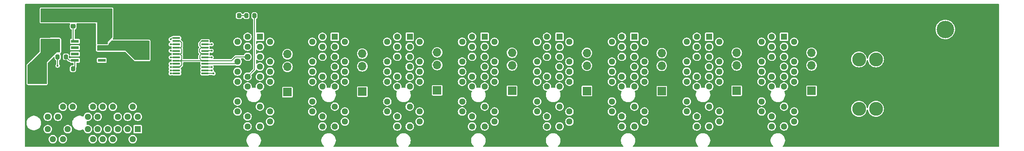
<source format=gbr>
%TF.GenerationSoftware,KiCad,Pcbnew,8.0.3*%
%TF.CreationDate,2024-06-27T20:35:16-04:00*%
%TF.ProjectId,backplane,6261636b-706c-4616-9e65-2e6b69636164,v0.0.0*%
%TF.SameCoordinates,Original*%
%TF.FileFunction,Copper,L1,Top*%
%TF.FilePolarity,Positive*%
%FSLAX46Y46*%
G04 Gerber Fmt 4.6, Leading zero omitted, Abs format (unit mm)*
G04 Created by KiCad (PCBNEW 8.0.3) date 2024-06-27 20:35:16*
%MOMM*%
%LPD*%
G01*
G04 APERTURE LIST*
G04 Aperture macros list*
%AMRoundRect*
0 Rectangle with rounded corners*
0 $1 Rounding radius*
0 $2 $3 $4 $5 $6 $7 $8 $9 X,Y pos of 4 corners*
0 Add a 4 corners polygon primitive as box body*
4,1,4,$2,$3,$4,$5,$6,$7,$8,$9,$2,$3,0*
0 Add four circle primitives for the rounded corners*
1,1,$1+$1,$2,$3*
1,1,$1+$1,$4,$5*
1,1,$1+$1,$6,$7*
1,1,$1+$1,$8,$9*
0 Add four rect primitives between the rounded corners*
20,1,$1+$1,$2,$3,$4,$5,0*
20,1,$1+$1,$4,$5,$6,$7,0*
20,1,$1+$1,$6,$7,$8,$9,0*
20,1,$1+$1,$8,$9,$2,$3,0*%
G04 Aperture macros list end*
%TA.AperFunction,ComponentPad*%
%ADD10C,7.500000*%
%TD*%
%TA.AperFunction,ComponentPad*%
%ADD11R,1.700000X1.700000*%
%TD*%
%TA.AperFunction,ComponentPad*%
%ADD12O,1.700000X1.700000*%
%TD*%
%TA.AperFunction,SMDPad,CuDef*%
%ADD13R,3.500000X2.350000*%
%TD*%
%TA.AperFunction,ComponentPad*%
%ADD14R,1.288000X1.288000*%
%TD*%
%TA.AperFunction,ComponentPad*%
%ADD15C,1.288000*%
%TD*%
%TA.AperFunction,SMDPad,CuDef*%
%ADD16RoundRect,0.250000X1.000000X0.650000X-1.000000X0.650000X-1.000000X-0.650000X1.000000X-0.650000X0*%
%TD*%
%TA.AperFunction,SMDPad,CuDef*%
%ADD17RoundRect,0.250000X-1.500000X-0.550000X1.500000X-0.550000X1.500000X0.550000X-1.500000X0.550000X0*%
%TD*%
%TA.AperFunction,SMDPad,CuDef*%
%ADD18RoundRect,0.225000X0.250000X-0.225000X0.250000X0.225000X-0.250000X0.225000X-0.250000X-0.225000X0*%
%TD*%
%TA.AperFunction,SMDPad,CuDef*%
%ADD19RoundRect,0.200000X-0.200000X-0.275000X0.200000X-0.275000X0.200000X0.275000X-0.200000X0.275000X0*%
%TD*%
%TA.AperFunction,SMDPad,CuDef*%
%ADD20RoundRect,0.218750X-0.218750X-0.256250X0.218750X-0.256250X0.218750X0.256250X-0.218750X0.256250X0*%
%TD*%
%TA.AperFunction,SMDPad,CuDef*%
%ADD21RoundRect,0.100000X0.637500X0.100000X-0.637500X0.100000X-0.637500X-0.100000X0.637500X-0.100000X0*%
%TD*%
%TA.AperFunction,ComponentPad*%
%ADD22C,2.780000*%
%TD*%
%TA.AperFunction,SMDPad,CuDef*%
%ADD23RoundRect,0.250000X-0.550000X1.500000X-0.550000X-1.500000X0.550000X-1.500000X0.550000X1.500000X0*%
%TD*%
%TA.AperFunction,SMDPad,CuDef*%
%ADD24RoundRect,0.200000X0.200000X0.275000X-0.200000X0.275000X-0.200000X-0.275000X0.200000X-0.275000X0*%
%TD*%
%TA.AperFunction,ComponentPad*%
%ADD25C,1.400000*%
%TD*%
%TA.AperFunction,ComponentPad*%
%ADD26R,3.500000X3.500000*%
%TD*%
%TA.AperFunction,ComponentPad*%
%ADD27C,3.500000*%
%TD*%
%TA.AperFunction,SMDPad,CuDef*%
%ADD28R,1.550000X0.600000*%
%TD*%
%TA.AperFunction,ComponentPad*%
%ADD29C,0.600000*%
%TD*%
%TA.AperFunction,SMDPad,CuDef*%
%ADD30R,2.600000X3.100000*%
%TD*%
%TA.AperFunction,SMDPad,CuDef*%
%ADD31R,2.950000X4.500000*%
%TD*%
%TA.AperFunction,SMDPad,CuDef*%
%ADD32RoundRect,0.250000X-0.650000X0.325000X-0.650000X-0.325000X0.650000X-0.325000X0.650000X0.325000X0*%
%TD*%
%TA.AperFunction,ViaPad*%
%ADD33C,0.600000*%
%TD*%
%TA.AperFunction,ViaPad*%
%ADD34C,0.500000*%
%TD*%
%TA.AperFunction,ViaPad*%
%ADD35C,0.450000*%
%TD*%
%TA.AperFunction,Conductor*%
%ADD36C,0.200000*%
%TD*%
G04 APERTURE END LIST*
D10*
%TO.P,H2,1,1*%
%TO.N,GND*%
X180000000Y-20000000D03*
%TD*%
D11*
%TO.P,J8,1,Pin_1*%
%TO.N,+5V*%
X68000000Y-18000000D03*
D12*
%TO.P,J8,2,Pin_2*%
%TO.N,GND*%
X68000000Y-15460000D03*
%TO.P,J8,3,Pin_3*%
%TO.N,SDA2*%
X68000000Y-12920000D03*
%TO.P,J8,4,Pin_4*%
%TO.N,SCL*%
X68000000Y-10380000D03*
%TD*%
D13*
%TO.P,L1,1,1*%
%TO.N,/Mgmt Module Slot/SW*%
X5495000Y-2726471D03*
%TO.P,L1,2,2*%
%TO.N,+5V*%
X5495000Y-8776471D03*
%TD*%
D14*
%TO.P,J14,A1,~{PRSNT1}*%
%TO.N,VIN*%
X92500000Y-7000000D03*
D15*
%TO.P,J14,A2,+12V*%
X94500000Y-8000000D03*
%TO.P,J14,A3,+12V*%
X92500000Y-9000000D03*
%TO.P,J14,A4,GND*%
%TO.N,GND*%
X94500000Y-10000000D03*
%TO.P,J14,A5,JTAG2*%
%TO.N,unconnected-(J14-JTAG2-PadA5)*%
X92500000Y-11000000D03*
%TO.P,J14,A6,JTAG3*%
%TO.N,unconnected-(J14-JTAG3-PadA6)*%
X94500000Y-12000000D03*
%TO.P,J14,A7,JTAG4*%
%TO.N,unconnected-(J14-JTAG4-PadA7)*%
X92500000Y-13000000D03*
%TO.P,J14,A8,JTAG5*%
%TO.N,unconnected-(J14-JTAG5-PadA8)*%
X94500000Y-14000000D03*
%TO.P,J14,A9,+3.3V*%
%TO.N,+5V*%
X92500000Y-15000000D03*
%TO.P,J14,A10,+3.3V*%
X94500000Y-16000000D03*
%TO.P,J14,A11,~{PERST}*%
%TO.N,unconnected-(J14-~{PERST}-PadA11)*%
X92500000Y-17000000D03*
%TO.P,J14,A12,GND*%
%TO.N,GND*%
X94500000Y-20000000D03*
%TO.P,J14,A13,REFCLK+*%
%TO.N,unconnected-(J14-REFCLK+-PadA13)*%
X92500000Y-21000000D03*
%TO.P,J14,A14,REFCLK-*%
%TO.N,unconnected-(J14-REFCLK--PadA14)*%
X94500000Y-22000000D03*
%TO.P,J14,A15,GND*%
%TO.N,GND*%
X92500000Y-23000000D03*
%TO.P,J14,A16,PERp0*%
%TO.N,unconnected-(J14-PERp0-PadA16)*%
X94500000Y-24000000D03*
%TO.P,J14,A17,PERn0*%
%TO.N,unconnected-(J14-PERn0-PadA17)*%
X92500000Y-25000000D03*
%TO.P,J14,A18,GND*%
%TO.N,GND*%
X94500000Y-26000000D03*
%TO.P,J14,B1,+12V*%
%TO.N,VIN*%
X90000000Y-7000000D03*
%TO.P,J14,B2,+12V*%
X88000000Y-8000000D03*
%TO.P,J14,B3,+12V*%
X90000000Y-9000000D03*
%TO.P,J14,B4,GND*%
%TO.N,GND*%
X88000000Y-10000000D03*
%TO.P,J14,B5,SMCLK*%
%TO.N,SCL*%
X90000000Y-11000000D03*
%TO.P,J14,B6,SMDAT*%
%TO.N,SDA4*%
X88000000Y-12000000D03*
%TO.P,J14,B7,GND*%
%TO.N,GND*%
X90000000Y-13000000D03*
%TO.P,J14,B8,+3.3V*%
%TO.N,+5V*%
X88000000Y-14000000D03*
%TO.P,J14,B9,JTAG1*%
%TO.N,OVERLOAD*%
X90000000Y-15000000D03*
%TO.P,J14,B10,3.3Vaux*%
%TO.N,VDD*%
X88000000Y-16000000D03*
%TO.P,J14,B11,~{WAKE}*%
%TO.N,ALERT4*%
X90000000Y-17000000D03*
%TO.P,J14,B12,RSVD*%
%TO.N,unconnected-(J14-RSVD-PadB12)*%
X88000000Y-20000000D03*
%TO.P,J14,B13,GND*%
%TO.N,GND*%
X90000000Y-21000000D03*
%TO.P,J14,B14,PETp0*%
%TO.N,SWD4*%
X88000000Y-22000000D03*
%TO.P,J14,B15,PETn0*%
%TO.N,SWCLK4*%
X90000000Y-23000000D03*
%TO.P,J14,B16,GND*%
%TO.N,GND*%
X88000000Y-24000000D03*
%TO.P,J14,B17,~{PRSNT2}*%
%TO.N,IMON4*%
X90000000Y-25000000D03*
%TO.P,J14,B18,GND*%
%TO.N,GND*%
X88000000Y-26000000D03*
%TD*%
D16*
%TO.P,D2,1,K*%
%TO.N,/Mgmt Module Slot/SW*%
X16465000Y-5280000D03*
%TO.P,D2,2,A*%
%TO.N,GND*%
X12465000Y-5280000D03*
%TD*%
D17*
%TO.P,C4,1*%
%TO.N,+5V*%
X2865000Y-15400000D03*
%TO.P,C4,2*%
%TO.N,GND*%
X8265000Y-15400000D03*
%TD*%
D18*
%TO.P,C3,1*%
%TO.N,Net-(U2-BOOT)*%
X10095000Y-4881471D03*
%TO.P,C3,2*%
%TO.N,/Mgmt Module Slot/SW*%
X10095000Y-3331471D03*
%TD*%
D10*
%TO.P,H1,1,1*%
%TO.N,GND*%
X30000000Y-20000000D03*
%TD*%
D14*
%TO.P,J6,A1,~{PRSNT1}*%
%TO.N,VIN*%
X62500000Y-7000000D03*
D15*
%TO.P,J6,A2,+12V*%
X64500000Y-8000000D03*
%TO.P,J6,A3,+12V*%
X62500000Y-9000000D03*
%TO.P,J6,A4,GND*%
%TO.N,GND*%
X64500000Y-10000000D03*
%TO.P,J6,A5,JTAG2*%
%TO.N,unconnected-(J6-JTAG2-PadA5)*%
X62500000Y-11000000D03*
%TO.P,J6,A6,JTAG3*%
%TO.N,unconnected-(J6-JTAG3-PadA6)*%
X64500000Y-12000000D03*
%TO.P,J6,A7,JTAG4*%
%TO.N,unconnected-(J6-JTAG4-PadA7)*%
X62500000Y-13000000D03*
%TO.P,J6,A8,JTAG5*%
%TO.N,unconnected-(J6-JTAG5-PadA8)*%
X64500000Y-14000000D03*
%TO.P,J6,A9,+3.3V*%
%TO.N,+5V*%
X62500000Y-15000000D03*
%TO.P,J6,A10,+3.3V*%
X64500000Y-16000000D03*
%TO.P,J6,A11,~{PERST}*%
%TO.N,unconnected-(J6-~{PERST}-PadA11)*%
X62500000Y-17000000D03*
%TO.P,J6,A12,GND*%
%TO.N,GND*%
X64500000Y-20000000D03*
%TO.P,J6,A13,REFCLK+*%
%TO.N,unconnected-(J6-REFCLK+-PadA13)*%
X62500000Y-21000000D03*
%TO.P,J6,A14,REFCLK-*%
%TO.N,unconnected-(J6-REFCLK--PadA14)*%
X64500000Y-22000000D03*
%TO.P,J6,A15,GND*%
%TO.N,GND*%
X62500000Y-23000000D03*
%TO.P,J6,A16,PERp0*%
%TO.N,unconnected-(J6-PERp0-PadA16)*%
X64500000Y-24000000D03*
%TO.P,J6,A17,PERn0*%
%TO.N,unconnected-(J6-PERn0-PadA17)*%
X62500000Y-25000000D03*
%TO.P,J6,A18,GND*%
%TO.N,GND*%
X64500000Y-26000000D03*
%TO.P,J6,B1,+12V*%
%TO.N,VIN*%
X60000000Y-7000000D03*
%TO.P,J6,B2,+12V*%
X58000000Y-8000000D03*
%TO.P,J6,B3,+12V*%
X60000000Y-9000000D03*
%TO.P,J6,B4,GND*%
%TO.N,GND*%
X58000000Y-10000000D03*
%TO.P,J6,B5,SMCLK*%
%TO.N,SCL*%
X60000000Y-11000000D03*
%TO.P,J6,B6,SMDAT*%
%TO.N,SDA2*%
X58000000Y-12000000D03*
%TO.P,J6,B7,GND*%
%TO.N,GND*%
X60000000Y-13000000D03*
%TO.P,J6,B8,+3.3V*%
%TO.N,+5V*%
X58000000Y-14000000D03*
%TO.P,J6,B9,JTAG1*%
%TO.N,OVERLOAD*%
X60000000Y-15000000D03*
%TO.P,J6,B10,3.3Vaux*%
%TO.N,VDD*%
X58000000Y-16000000D03*
%TO.P,J6,B11,~{WAKE}*%
%TO.N,ALERT2*%
X60000000Y-17000000D03*
%TO.P,J6,B12,RSVD*%
%TO.N,unconnected-(J6-RSVD-PadB12)*%
X58000000Y-20000000D03*
%TO.P,J6,B13,GND*%
%TO.N,GND*%
X60000000Y-21000000D03*
%TO.P,J6,B14,PETp0*%
%TO.N,SWD2*%
X58000000Y-22000000D03*
%TO.P,J6,B15,PETn0*%
%TO.N,SWCLK2*%
X60000000Y-23000000D03*
%TO.P,J6,B16,GND*%
%TO.N,GND*%
X58000000Y-24000000D03*
%TO.P,J6,B17,~{PRSNT2}*%
%TO.N,IMON2*%
X60000000Y-25000000D03*
%TO.P,J6,B18,GND*%
%TO.N,GND*%
X58000000Y-26000000D03*
%TD*%
D19*
%TO.P,R3,1*%
%TO.N,/Mgmt Module Slot/VSENSE*%
X10020000Y-13406471D03*
%TO.P,R3,2*%
%TO.N,GND*%
X11670000Y-13406471D03*
%TD*%
D20*
%TO.P,D1,1,K*%
%TO.N,GND*%
X41742500Y-2750000D03*
%TO.P,D1,2,A*%
%TO.N,Net-(D1-A)*%
X43317500Y-2750000D03*
%TD*%
D14*
%TO.P,J2,A1,~{PRSNT1}*%
%TO.N,VIN*%
X47500000Y-7000000D03*
D15*
%TO.P,J2,A2,+12V*%
X49500000Y-8000000D03*
%TO.P,J2,A3,+12V*%
X47500000Y-9000000D03*
%TO.P,J2,A4,GND*%
%TO.N,GND*%
X49500000Y-10000000D03*
%TO.P,J2,A5,JTAG2*%
%TO.N,unconnected-(J2-JTAG2-PadA5)*%
X47500000Y-11000000D03*
%TO.P,J2,A6,JTAG3*%
%TO.N,unconnected-(J2-JTAG3-PadA6)*%
X49500000Y-12000000D03*
%TO.P,J2,A7,JTAG4*%
%TO.N,unconnected-(J2-JTAG4-PadA7)*%
X47500000Y-13000000D03*
%TO.P,J2,A8,JTAG5*%
%TO.N,unconnected-(J2-JTAG5-PadA8)*%
X49500000Y-14000000D03*
%TO.P,J2,A9,+3.3V*%
%TO.N,+5V*%
X47500000Y-15000000D03*
%TO.P,J2,A10,+3.3V*%
X49500000Y-16000000D03*
%TO.P,J2,A11,~{PERST}*%
%TO.N,unconnected-(J2-~{PERST}-PadA11)*%
X47500000Y-17000000D03*
%TO.P,J2,A12,GND*%
%TO.N,GND*%
X49500000Y-20000000D03*
%TO.P,J2,A13,REFCLK+*%
%TO.N,unconnected-(J2-REFCLK+-PadA13)*%
X47500000Y-21000000D03*
%TO.P,J2,A14,REFCLK-*%
%TO.N,unconnected-(J2-REFCLK--PadA14)*%
X49500000Y-22000000D03*
%TO.P,J2,A15,GND*%
%TO.N,GND*%
X47500000Y-23000000D03*
%TO.P,J2,A16,PERp0*%
%TO.N,unconnected-(J2-PERp0-PadA16)*%
X49500000Y-24000000D03*
%TO.P,J2,A17,PERn0*%
%TO.N,unconnected-(J2-PERn0-PadA17)*%
X47500000Y-25000000D03*
%TO.P,J2,A18,GND*%
%TO.N,GND*%
X49500000Y-26000000D03*
%TO.P,J2,B1,+12V*%
%TO.N,VIN*%
X45000000Y-7000000D03*
%TO.P,J2,B2,+12V*%
X43000000Y-8000000D03*
%TO.P,J2,B3,+12V*%
X45000000Y-9000000D03*
%TO.P,J2,B4,GND*%
%TO.N,GND*%
X43000000Y-10000000D03*
%TO.P,J2,B5,SMCLK*%
%TO.N,SCL*%
X45000000Y-11000000D03*
%TO.P,J2,B6,SMDAT*%
%TO.N,SDA1*%
X43000000Y-12000000D03*
%TO.P,J2,B7,GND*%
%TO.N,GND*%
X45000000Y-13000000D03*
%TO.P,J2,B8,+3.3V*%
%TO.N,+5V*%
X43000000Y-14000000D03*
%TO.P,J2,B9,JTAG1*%
%TO.N,OVERLOAD*%
X45000000Y-15000000D03*
%TO.P,J2,B10,3.3Vaux*%
%TO.N,VDD*%
X43000000Y-16000000D03*
%TO.P,J2,B11,~{WAKE}*%
%TO.N,ALERT1*%
X45000000Y-17000000D03*
%TO.P,J2,B12,RSVD*%
%TO.N,unconnected-(J2-RSVD-PadB12)*%
X43000000Y-20000000D03*
%TO.P,J2,B13,GND*%
%TO.N,GND*%
X45000000Y-21000000D03*
%TO.P,J2,B14,PETp0*%
%TO.N,SWD1*%
X43000000Y-22000000D03*
%TO.P,J2,B15,PETn0*%
%TO.N,SWCLK1*%
X45000000Y-23000000D03*
%TO.P,J2,B16,GND*%
%TO.N,GND*%
X43000000Y-24000000D03*
%TO.P,J2,B17,~{PRSNT2}*%
%TO.N,IMON1*%
X45000000Y-25000000D03*
%TO.P,J2,B18,GND*%
%TO.N,GND*%
X43000000Y-26000000D03*
%TD*%
D10*
%TO.P,H3,1,1*%
%TO.N,GND*%
X190000000Y-20000000D03*
%TD*%
D11*
%TO.P,J16,1,Pin_1*%
%TO.N,+5V*%
X98000000Y-17830000D03*
D12*
%TO.P,J16,2,Pin_2*%
%TO.N,GND*%
X98000000Y-15290000D03*
%TO.P,J16,3,Pin_3*%
%TO.N,SDA4*%
X98000000Y-12750000D03*
%TO.P,J16,4,Pin_4*%
%TO.N,SCL*%
X98000000Y-10210000D03*
%TD*%
D21*
%TO.P,U1,1,A0*%
%TO.N,I2C_A0*%
X36485000Y-14365000D03*
%TO.P,U1,2,A1*%
%TO.N,I2C_A1*%
X36485000Y-13715000D03*
%TO.P,U1,3,~{RESET}*%
%TO.N,I2C_RESET*%
X36485000Y-13065000D03*
%TO.P,U1,4,SD0*%
%TO.N,SDA1*%
X36485000Y-12415000D03*
%TO.P,U1,5,SC0*%
%TO.N,SCL*%
X36485000Y-11765000D03*
%TO.P,U1,6,SD1*%
%TO.N,SDA2*%
X36485000Y-11115000D03*
%TO.P,U1,7,SC1*%
%TO.N,SCL*%
X36485000Y-10465000D03*
%TO.P,U1,8,SD2*%
%TO.N,SDA3*%
X36485000Y-9815000D03*
%TO.P,U1,9,SC2*%
%TO.N,SCL*%
X36485000Y-9165000D03*
%TO.P,U1,10,SD3*%
%TO.N,SDA4*%
X36485000Y-8515000D03*
%TO.P,U1,11,SC3*%
%TO.N,SCL*%
X36485000Y-7865000D03*
%TO.P,U1,12,GND*%
%TO.N,GND*%
X36485000Y-7215000D03*
%TO.P,U1,13,SD4*%
%TO.N,SDA5*%
X30760000Y-7215000D03*
%TO.P,U1,14,SC4*%
%TO.N,SCL*%
X30760000Y-7865000D03*
%TO.P,U1,15,SD5*%
%TO.N,SDA6*%
X30760000Y-8515000D03*
%TO.P,U1,16,SC5*%
%TO.N,SCL*%
X30760000Y-9165000D03*
%TO.P,U1,17,SD6*%
%TO.N,SDA7*%
X30760000Y-9815000D03*
%TO.P,U1,18,SC6*%
%TO.N,SCL*%
X30760000Y-10465000D03*
%TO.P,U1,19,SD7*%
%TO.N,SDA8*%
X30760000Y-11115000D03*
%TO.P,U1,20,SC7*%
%TO.N,SCL*%
X30760000Y-11765000D03*
%TO.P,U1,21,A2*%
%TO.N,I2C_A2*%
X30760000Y-12415000D03*
%TO.P,U1,22,SCL*%
%TO.N,SCL*%
X30760000Y-13065000D03*
%TO.P,U1,23,SDA*%
%TO.N,SDA*%
X30760000Y-13715000D03*
%TO.P,U1,24,VCC*%
%TO.N,VDD*%
X30760000Y-14365000D03*
%TD*%
D11*
%TO.P,J17,1,Pin_1*%
%TO.N,+5V*%
X158000000Y-17830000D03*
D12*
%TO.P,J17,2,Pin_2*%
%TO.N,GND*%
X158000000Y-15290000D03*
%TO.P,J17,3,Pin_3*%
%TO.N,SDA8*%
X158000000Y-12750000D03*
%TO.P,J17,4,Pin_4*%
%TO.N,SCL*%
X158000000Y-10210000D03*
%TD*%
D14*
%TO.P,J11,A1,~{PRSNT1}*%
%TO.N,VIN*%
X137500000Y-7000000D03*
D15*
%TO.P,J11,A2,+12V*%
X139500000Y-8000000D03*
%TO.P,J11,A3,+12V*%
X137500000Y-9000000D03*
%TO.P,J11,A4,GND*%
%TO.N,GND*%
X139500000Y-10000000D03*
%TO.P,J11,A5,JTAG2*%
%TO.N,unconnected-(J11-JTAG2-PadA5)*%
X137500000Y-11000000D03*
%TO.P,J11,A6,JTAG3*%
%TO.N,unconnected-(J11-JTAG3-PadA6)*%
X139500000Y-12000000D03*
%TO.P,J11,A7,JTAG4*%
%TO.N,unconnected-(J11-JTAG4-PadA7)*%
X137500000Y-13000000D03*
%TO.P,J11,A8,JTAG5*%
%TO.N,unconnected-(J11-JTAG5-PadA8)*%
X139500000Y-14000000D03*
%TO.P,J11,A9,+3.3V*%
%TO.N,+5V*%
X137500000Y-15000000D03*
%TO.P,J11,A10,+3.3V*%
X139500000Y-16000000D03*
%TO.P,J11,A11,~{PERST}*%
%TO.N,unconnected-(J11-~{PERST}-PadA11)*%
X137500000Y-17000000D03*
%TO.P,J11,A12,GND*%
%TO.N,GND*%
X139500000Y-20000000D03*
%TO.P,J11,A13,REFCLK+*%
%TO.N,unconnected-(J11-REFCLK+-PadA13)*%
X137500000Y-21000000D03*
%TO.P,J11,A14,REFCLK-*%
%TO.N,unconnected-(J11-REFCLK--PadA14)*%
X139500000Y-22000000D03*
%TO.P,J11,A15,GND*%
%TO.N,GND*%
X137500000Y-23000000D03*
%TO.P,J11,A16,PERp0*%
%TO.N,unconnected-(J11-PERp0-PadA16)*%
X139500000Y-24000000D03*
%TO.P,J11,A17,PERn0*%
%TO.N,unconnected-(J11-PERn0-PadA17)*%
X137500000Y-25000000D03*
%TO.P,J11,A18,GND*%
%TO.N,GND*%
X139500000Y-26000000D03*
%TO.P,J11,B1,+12V*%
%TO.N,VIN*%
X135000000Y-7000000D03*
%TO.P,J11,B2,+12V*%
X133000000Y-8000000D03*
%TO.P,J11,B3,+12V*%
X135000000Y-9000000D03*
%TO.P,J11,B4,GND*%
%TO.N,GND*%
X133000000Y-10000000D03*
%TO.P,J11,B5,SMCLK*%
%TO.N,SCL*%
X135000000Y-11000000D03*
%TO.P,J11,B6,SMDAT*%
%TO.N,SDA7*%
X133000000Y-12000000D03*
%TO.P,J11,B7,GND*%
%TO.N,GND*%
X135000000Y-13000000D03*
%TO.P,J11,B8,+3.3V*%
%TO.N,+5V*%
X133000000Y-14000000D03*
%TO.P,J11,B9,JTAG1*%
%TO.N,OVERLOAD*%
X135000000Y-15000000D03*
%TO.P,J11,B10,3.3Vaux*%
%TO.N,VDD*%
X133000000Y-16000000D03*
%TO.P,J11,B11,~{WAKE}*%
%TO.N,ALERT7*%
X135000000Y-17000000D03*
%TO.P,J11,B12,RSVD*%
%TO.N,unconnected-(J11-RSVD-PadB12)*%
X133000000Y-20000000D03*
%TO.P,J11,B13,GND*%
%TO.N,GND*%
X135000000Y-21000000D03*
%TO.P,J11,B14,PETp0*%
%TO.N,SWD7*%
X133000000Y-22000000D03*
%TO.P,J11,B15,PETn0*%
%TO.N,SWCLK7*%
X135000000Y-23000000D03*
%TO.P,J11,B16,GND*%
%TO.N,GND*%
X133000000Y-24000000D03*
%TO.P,J11,B17,~{PRSNT2}*%
%TO.N,IMON7*%
X135000000Y-25000000D03*
%TO.P,J11,B18,GND*%
%TO.N,GND*%
X133000000Y-26000000D03*
%TD*%
D14*
%TO.P,J18,A1,~{PRSNT1}*%
%TO.N,unconnected-(J18-~{PRSNT1}-PadA1)*%
X23000000Y-25550000D03*
D15*
%TO.P,J18,A2,+12V*%
%TO.N,VIN*%
X22000000Y-27550000D03*
%TO.P,J18,A3,+12V*%
X21000000Y-25550000D03*
%TO.P,J18,A4,GND*%
%TO.N,GND*%
X20000000Y-27550000D03*
%TO.P,J18,A5,JTAG2*%
%TO.N,OVERLOAD*%
X19000000Y-25550000D03*
%TO.P,J18,A6,JTAG3*%
%TO.N,unconnected-(J18-JTAG3-PadA6)*%
X18000000Y-27550000D03*
%TO.P,J18,A7,JTAG4*%
%TO.N,unconnected-(J18-JTAG4-PadA7)*%
X17000000Y-25550000D03*
%TO.P,J18,A8,JTAG5*%
%TO.N,unconnected-(J18-JTAG5-PadA8)*%
X16000000Y-27550000D03*
%TO.P,J18,A9,+3.3V*%
%TO.N,+5V*%
X15000000Y-25550000D03*
%TO.P,J18,A10,+3.3V*%
X14000000Y-27550000D03*
%TO.P,J18,A11,~{PERST}*%
%TO.N,unconnected-(J18-~{PERST}-PadA11)*%
X13000000Y-25550000D03*
%TO.P,J18,A12,GND*%
%TO.N,GND*%
X10000000Y-27550000D03*
%TO.P,J18,A13,REFCLK+*%
%TO.N,unconnected-(J18-REFCLK+-PadA13)*%
X9000000Y-25550000D03*
%TO.P,J18,A14,REFCLK-*%
%TO.N,unconnected-(J18-REFCLK--PadA14)*%
X8000000Y-27550000D03*
%TO.P,J18,A15,GND*%
%TO.N,GND*%
X7000000Y-25550000D03*
%TO.P,J18,A16,PERp0*%
%TO.N,unconnected-(J18-PERp0-PadA16)*%
X6000000Y-27550000D03*
%TO.P,J18,A17,PERn0*%
%TO.N,unconnected-(J18-PERn0-PadA17)*%
X5000000Y-25550000D03*
%TO.P,J18,A18,GND*%
%TO.N,GND*%
X4000000Y-27550000D03*
%TO.P,J18,B1,+12V*%
%TO.N,VIN*%
X23000000Y-23050000D03*
%TO.P,J18,B2,+12V*%
X22000000Y-21050000D03*
%TO.P,J18,B3,+12V*%
X21000000Y-23050000D03*
%TO.P,J18,B4,GND*%
%TO.N,GND*%
X20000000Y-21050000D03*
%TO.P,J18,B5,SMCLK*%
%TO.N,I2C_A0*%
X19000000Y-23050000D03*
%TO.P,J18,B6,SMDAT*%
%TO.N,I2C_A1*%
X18000000Y-21050000D03*
%TO.P,J18,B7,GND*%
%TO.N,GND*%
X17000000Y-23050000D03*
%TO.P,J18,B8,+3.3V*%
%TO.N,+5V*%
X16000000Y-21050000D03*
%TO.P,J18,B9,JTAG1*%
%TO.N,I2C_RESET*%
X15000000Y-23050000D03*
%TO.P,J18,B10,3.3Vaux*%
%TO.N,VDD*%
X14000000Y-21050000D03*
%TO.P,J18,B11,~{WAKE}*%
%TO.N,unconnected-(J18-~{WAKE}-PadB11)*%
X13000000Y-23050000D03*
%TO.P,J18,B12,RSVD*%
%TO.N,SDA*%
X10000000Y-21050000D03*
%TO.P,J18,B13,GND*%
%TO.N,GND*%
X9000000Y-23050000D03*
%TO.P,J18,B14,PETp0*%
%TO.N,SCL*%
X8000000Y-21050000D03*
%TO.P,J18,B15,PETn0*%
%TO.N,I2C_A2*%
X7000000Y-23050000D03*
%TO.P,J18,B16,GND*%
%TO.N,GND*%
X6000000Y-21050000D03*
%TO.P,J18,B17,~{PRSNT2}*%
%TO.N,unconnected-(J18-~{PRSNT2}-PadB17)*%
X5000000Y-23050000D03*
%TO.P,J18,B18,GND*%
%TO.N,GND*%
X4000000Y-21050000D03*
%TD*%
D22*
%TO.P,F1,1*%
%TO.N,VIN*%
X170900000Y-11540000D03*
X167500000Y-11540000D03*
%TO.P,F1,2*%
%TO.N,/VIN_PREFUSE*%
X170900000Y-21460000D03*
X167500000Y-21460000D03*
%TD*%
D23*
%TO.P,C1,1*%
%TO.N,VIN*%
X23225000Y-9726471D03*
%TO.P,C1,2*%
%TO.N,GND*%
X23225000Y-15126471D03*
%TD*%
D14*
%TO.P,J3,A1,~{PRSNT1}*%
%TO.N,VIN*%
X107500000Y-7000000D03*
D15*
%TO.P,J3,A2,+12V*%
X109500000Y-8000000D03*
%TO.P,J3,A3,+12V*%
X107500000Y-9000000D03*
%TO.P,J3,A4,GND*%
%TO.N,GND*%
X109500000Y-10000000D03*
%TO.P,J3,A5,JTAG2*%
%TO.N,unconnected-(J3-JTAG2-PadA5)*%
X107500000Y-11000000D03*
%TO.P,J3,A6,JTAG3*%
%TO.N,unconnected-(J3-JTAG3-PadA6)*%
X109500000Y-12000000D03*
%TO.P,J3,A7,JTAG4*%
%TO.N,unconnected-(J3-JTAG4-PadA7)*%
X107500000Y-13000000D03*
%TO.P,J3,A8,JTAG5*%
%TO.N,unconnected-(J3-JTAG5-PadA8)*%
X109500000Y-14000000D03*
%TO.P,J3,A9,+3.3V*%
%TO.N,+5V*%
X107500000Y-15000000D03*
%TO.P,J3,A10,+3.3V*%
X109500000Y-16000000D03*
%TO.P,J3,A11,~{PERST}*%
%TO.N,unconnected-(J3-~{PERST}-PadA11)*%
X107500000Y-17000000D03*
%TO.P,J3,A12,GND*%
%TO.N,GND*%
X109500000Y-20000000D03*
%TO.P,J3,A13,REFCLK+*%
%TO.N,unconnected-(J3-REFCLK+-PadA13)*%
X107500000Y-21000000D03*
%TO.P,J3,A14,REFCLK-*%
%TO.N,unconnected-(J3-REFCLK--PadA14)*%
X109500000Y-22000000D03*
%TO.P,J3,A15,GND*%
%TO.N,GND*%
X107500000Y-23000000D03*
%TO.P,J3,A16,PERp0*%
%TO.N,unconnected-(J3-PERp0-PadA16)*%
X109500000Y-24000000D03*
%TO.P,J3,A17,PERn0*%
%TO.N,unconnected-(J3-PERn0-PadA17)*%
X107500000Y-25000000D03*
%TO.P,J3,A18,GND*%
%TO.N,GND*%
X109500000Y-26000000D03*
%TO.P,J3,B1,+12V*%
%TO.N,VIN*%
X105000000Y-7000000D03*
%TO.P,J3,B2,+12V*%
X103000000Y-8000000D03*
%TO.P,J3,B3,+12V*%
X105000000Y-9000000D03*
%TO.P,J3,B4,GND*%
%TO.N,GND*%
X103000000Y-10000000D03*
%TO.P,J3,B5,SMCLK*%
%TO.N,SCL*%
X105000000Y-11000000D03*
%TO.P,J3,B6,SMDAT*%
%TO.N,SDA5*%
X103000000Y-12000000D03*
%TO.P,J3,B7,GND*%
%TO.N,GND*%
X105000000Y-13000000D03*
%TO.P,J3,B8,+3.3V*%
%TO.N,+5V*%
X103000000Y-14000000D03*
%TO.P,J3,B9,JTAG1*%
%TO.N,OVERLOAD*%
X105000000Y-15000000D03*
%TO.P,J3,B10,3.3Vaux*%
%TO.N,VDD*%
X103000000Y-16000000D03*
%TO.P,J3,B11,~{WAKE}*%
%TO.N,ALERT5*%
X105000000Y-17000000D03*
%TO.P,J3,B12,RSVD*%
%TO.N,unconnected-(J3-RSVD-PadB12)*%
X103000000Y-20000000D03*
%TO.P,J3,B13,GND*%
%TO.N,GND*%
X105000000Y-21000000D03*
%TO.P,J3,B14,PETp0*%
%TO.N,SWD5*%
X103000000Y-22000000D03*
%TO.P,J3,B15,PETn0*%
%TO.N,SWCLK5*%
X105000000Y-23000000D03*
%TO.P,J3,B16,GND*%
%TO.N,GND*%
X103000000Y-24000000D03*
%TO.P,J3,B17,~{PRSNT2}*%
%TO.N,IMON5*%
X105000000Y-25000000D03*
%TO.P,J3,B18,GND*%
%TO.N,GND*%
X103000000Y-26000000D03*
%TD*%
D11*
%TO.P,J4,1,Pin_1*%
%TO.N,+5V*%
X53000000Y-18100000D03*
D12*
%TO.P,J4,2,Pin_2*%
%TO.N,GND*%
X53000000Y-15560000D03*
%TO.P,J4,3,Pin_3*%
%TO.N,SDA1*%
X53000000Y-13020000D03*
%TO.P,J4,4,Pin_4*%
%TO.N,SCL*%
X53000000Y-10480000D03*
%TD*%
D11*
%TO.P,J5,1,Pin_1*%
%TO.N,+5V*%
X113000000Y-17860000D03*
D12*
%TO.P,J5,2,Pin_2*%
%TO.N,GND*%
X113000000Y-15320000D03*
%TO.P,J5,3,Pin_3*%
%TO.N,SDA5*%
X113000000Y-12780000D03*
%TO.P,J5,4,Pin_4*%
%TO.N,SCL*%
X113000000Y-10240000D03*
%TD*%
D24*
%TO.P,R1,1*%
%TO.N,OVERLOAD*%
X46405000Y-2770000D03*
%TO.P,R1,2*%
%TO.N,Net-(D1-A)*%
X44755000Y-2770000D03*
%TD*%
D25*
%TO.P,J1,*%
%TO.N,GND*%
X194800000Y-2520000D03*
X194800000Y-13520000D03*
D26*
%TO.P,J1,1,Pin_1*%
X184800000Y-10520000D03*
D27*
%TO.P,J1,2,Pin_2*%
%TO.N,/VIN_PREFUSE*%
X184800000Y-5520000D03*
%TD*%
D11*
%TO.P,J9,1,Pin_1*%
%TO.N,+5V*%
X128000000Y-17900000D03*
D12*
%TO.P,J9,2,Pin_2*%
%TO.N,GND*%
X128000000Y-15360000D03*
%TO.P,J9,3,Pin_3*%
%TO.N,SDA6*%
X128000000Y-12820000D03*
%TO.P,J9,4,Pin_4*%
%TO.N,SCL*%
X128000000Y-10280000D03*
%TD*%
D14*
%TO.P,J15,A1,~{PRSNT1}*%
%TO.N,VIN*%
X152500000Y-7000000D03*
D15*
%TO.P,J15,A2,+12V*%
X154500000Y-8000000D03*
%TO.P,J15,A3,+12V*%
X152500000Y-9000000D03*
%TO.P,J15,A4,GND*%
%TO.N,GND*%
X154500000Y-10000000D03*
%TO.P,J15,A5,JTAG2*%
%TO.N,unconnected-(J15-JTAG2-PadA5)*%
X152500000Y-11000000D03*
%TO.P,J15,A6,JTAG3*%
%TO.N,unconnected-(J15-JTAG3-PadA6)*%
X154500000Y-12000000D03*
%TO.P,J15,A7,JTAG4*%
%TO.N,unconnected-(J15-JTAG4-PadA7)*%
X152500000Y-13000000D03*
%TO.P,J15,A8,JTAG5*%
%TO.N,unconnected-(J15-JTAG5-PadA8)*%
X154500000Y-14000000D03*
%TO.P,J15,A9,+3.3V*%
%TO.N,+5V*%
X152500000Y-15000000D03*
%TO.P,J15,A10,+3.3V*%
X154500000Y-16000000D03*
%TO.P,J15,A11,~{PERST}*%
%TO.N,unconnected-(J15-~{PERST}-PadA11)*%
X152500000Y-17000000D03*
%TO.P,J15,A12,GND*%
%TO.N,GND*%
X154500000Y-20000000D03*
%TO.P,J15,A13,REFCLK+*%
%TO.N,unconnected-(J15-REFCLK+-PadA13)*%
X152500000Y-21000000D03*
%TO.P,J15,A14,REFCLK-*%
%TO.N,unconnected-(J15-REFCLK--PadA14)*%
X154500000Y-22000000D03*
%TO.P,J15,A15,GND*%
%TO.N,GND*%
X152500000Y-23000000D03*
%TO.P,J15,A16,PERp0*%
%TO.N,unconnected-(J15-PERp0-PadA16)*%
X154500000Y-24000000D03*
%TO.P,J15,A17,PERn0*%
%TO.N,unconnected-(J15-PERn0-PadA17)*%
X152500000Y-25000000D03*
%TO.P,J15,A18,GND*%
%TO.N,GND*%
X154500000Y-26000000D03*
%TO.P,J15,B1,+12V*%
%TO.N,VIN*%
X150000000Y-7000000D03*
%TO.P,J15,B2,+12V*%
X148000000Y-8000000D03*
%TO.P,J15,B3,+12V*%
X150000000Y-9000000D03*
%TO.P,J15,B4,GND*%
%TO.N,GND*%
X148000000Y-10000000D03*
%TO.P,J15,B5,SMCLK*%
%TO.N,SCL*%
X150000000Y-11000000D03*
%TO.P,J15,B6,SMDAT*%
%TO.N,SDA8*%
X148000000Y-12000000D03*
%TO.P,J15,B7,GND*%
%TO.N,GND*%
X150000000Y-13000000D03*
%TO.P,J15,B8,+3.3V*%
%TO.N,+5V*%
X148000000Y-14000000D03*
%TO.P,J15,B9,JTAG1*%
%TO.N,OVERLOAD*%
X150000000Y-15000000D03*
%TO.P,J15,B10,3.3Vaux*%
%TO.N,VDD*%
X148000000Y-16000000D03*
%TO.P,J15,B11,~{WAKE}*%
%TO.N,ALERT8*%
X150000000Y-17000000D03*
%TO.P,J15,B12,RSVD*%
%TO.N,unconnected-(J15-RSVD-PadB12)*%
X148000000Y-20000000D03*
%TO.P,J15,B13,GND*%
%TO.N,GND*%
X150000000Y-21000000D03*
%TO.P,J15,B14,PETp0*%
%TO.N,SWD8*%
X148000000Y-22000000D03*
%TO.P,J15,B15,PETn0*%
%TO.N,SWCLK8*%
X150000000Y-23000000D03*
%TO.P,J15,B16,GND*%
%TO.N,GND*%
X148000000Y-24000000D03*
%TO.P,J15,B17,~{PRSNT2}*%
%TO.N,IMON8*%
X150000000Y-25000000D03*
%TO.P,J15,B18,GND*%
%TO.N,GND*%
X148000000Y-26000000D03*
%TD*%
D14*
%TO.P,J10,A1,~{PRSNT1}*%
%TO.N,VIN*%
X77500000Y-7000000D03*
D15*
%TO.P,J10,A2,+12V*%
X79500000Y-8000000D03*
%TO.P,J10,A3,+12V*%
X77500000Y-9000000D03*
%TO.P,J10,A4,GND*%
%TO.N,GND*%
X79500000Y-10000000D03*
%TO.P,J10,A5,JTAG2*%
%TO.N,unconnected-(J10-JTAG2-PadA5)*%
X77500000Y-11000000D03*
%TO.P,J10,A6,JTAG3*%
%TO.N,unconnected-(J10-JTAG3-PadA6)*%
X79500000Y-12000000D03*
%TO.P,J10,A7,JTAG4*%
%TO.N,unconnected-(J10-JTAG4-PadA7)*%
X77500000Y-13000000D03*
%TO.P,J10,A8,JTAG5*%
%TO.N,unconnected-(J10-JTAG5-PadA8)*%
X79500000Y-14000000D03*
%TO.P,J10,A9,+3.3V*%
%TO.N,+5V*%
X77500000Y-15000000D03*
%TO.P,J10,A10,+3.3V*%
X79500000Y-16000000D03*
%TO.P,J10,A11,~{PERST}*%
%TO.N,unconnected-(J10-~{PERST}-PadA11)*%
X77500000Y-17000000D03*
%TO.P,J10,A12,GND*%
%TO.N,GND*%
X79500000Y-20000000D03*
%TO.P,J10,A13,REFCLK+*%
%TO.N,unconnected-(J10-REFCLK+-PadA13)*%
X77500000Y-21000000D03*
%TO.P,J10,A14,REFCLK-*%
%TO.N,unconnected-(J10-REFCLK--PadA14)*%
X79500000Y-22000000D03*
%TO.P,J10,A15,GND*%
%TO.N,GND*%
X77500000Y-23000000D03*
%TO.P,J10,A16,PERp0*%
%TO.N,unconnected-(J10-PERp0-PadA16)*%
X79500000Y-24000000D03*
%TO.P,J10,A17,PERn0*%
%TO.N,unconnected-(J10-PERn0-PadA17)*%
X77500000Y-25000000D03*
%TO.P,J10,A18,GND*%
%TO.N,GND*%
X79500000Y-26000000D03*
%TO.P,J10,B1,+12V*%
%TO.N,VIN*%
X75000000Y-7000000D03*
%TO.P,J10,B2,+12V*%
X73000000Y-8000000D03*
%TO.P,J10,B3,+12V*%
X75000000Y-9000000D03*
%TO.P,J10,B4,GND*%
%TO.N,GND*%
X73000000Y-10000000D03*
%TO.P,J10,B5,SMCLK*%
%TO.N,SCL*%
X75000000Y-11000000D03*
%TO.P,J10,B6,SMDAT*%
%TO.N,SDA3*%
X73000000Y-12000000D03*
%TO.P,J10,B7,GND*%
%TO.N,GND*%
X75000000Y-13000000D03*
%TO.P,J10,B8,+3.3V*%
%TO.N,+5V*%
X73000000Y-14000000D03*
%TO.P,J10,B9,JTAG1*%
%TO.N,OVERLOAD*%
X75000000Y-15000000D03*
%TO.P,J10,B10,3.3Vaux*%
%TO.N,VDD*%
X73000000Y-16000000D03*
%TO.P,J10,B11,~{WAKE}*%
%TO.N,ALERT3*%
X75000000Y-17000000D03*
%TO.P,J10,B12,RSVD*%
%TO.N,unconnected-(J10-RSVD-PadB12)*%
X73000000Y-20000000D03*
%TO.P,J10,B13,GND*%
%TO.N,GND*%
X75000000Y-21000000D03*
%TO.P,J10,B14,PETp0*%
%TO.N,SWD3*%
X73000000Y-22000000D03*
%TO.P,J10,B15,PETn0*%
%TO.N,SWCLK3*%
X75000000Y-23000000D03*
%TO.P,J10,B16,GND*%
%TO.N,GND*%
X73000000Y-24000000D03*
%TO.P,J10,B17,~{PRSNT2}*%
%TO.N,IMON3*%
X75000000Y-25000000D03*
%TO.P,J10,B18,GND*%
%TO.N,GND*%
X73000000Y-26000000D03*
%TD*%
D11*
%TO.P,J13,1,Pin_1*%
%TO.N,+5V*%
X143000000Y-17830000D03*
D12*
%TO.P,J13,2,Pin_2*%
%TO.N,GND*%
X143000000Y-15290000D03*
%TO.P,J13,3,Pin_3*%
%TO.N,SDA7*%
X143000000Y-12750000D03*
%TO.P,J13,4,Pin_4*%
%TO.N,SCL*%
X143000000Y-10210000D03*
%TD*%
D28*
%TO.P,U2,1,BOOT*%
%TO.N,Net-(U2-BOOT)*%
X10415000Y-7891471D03*
%TO.P,U2,2,NC*%
%TO.N,unconnected-(U2-NC-Pad2)*%
X10415000Y-9161471D03*
%TO.P,U2,3,NC*%
%TO.N,unconnected-(U2-NC-Pad3)*%
X10415000Y-10431471D03*
%TO.P,U2,4,VSENSE*%
%TO.N,/Mgmt Module Slot/VSENSE*%
X10415000Y-11701471D03*
%TO.P,U2,5,EN*%
%TO.N,unconnected-(U2-EN-Pad5)*%
X15815000Y-11701471D03*
%TO.P,U2,6,GND*%
%TO.N,GND*%
X15815000Y-10431471D03*
%TO.P,U2,7,VIN*%
%TO.N,VIN*%
X15815000Y-9161471D03*
%TO.P,U2,8,PH*%
%TO.N,/Mgmt Module Slot/SW*%
X15815000Y-7891471D03*
D29*
%TO.P,U2,9,GNDPAD*%
%TO.N,GND*%
X12515000Y-7996471D03*
X12515000Y-9196471D03*
X12515000Y-10496471D03*
X12515000Y-11596471D03*
D30*
X13115000Y-9796471D03*
D31*
X13115000Y-9796471D03*
D29*
X13715000Y-7996471D03*
X13715000Y-9196471D03*
X13715000Y-10496471D03*
X13715000Y-11596471D03*
%TD*%
D19*
%TO.P,R2,1*%
%TO.N,+5V*%
X6970000Y-11000000D03*
%TO.P,R2,2*%
%TO.N,/Mgmt Module Slot/VSENSE*%
X8620000Y-11000000D03*
%TD*%
D11*
%TO.P,J12,1,Pin_1*%
%TO.N,+5V*%
X83000000Y-17750000D03*
D12*
%TO.P,J12,2,Pin_2*%
%TO.N,GND*%
X83000000Y-15210000D03*
%TO.P,J12,3,Pin_3*%
%TO.N,SDA3*%
X83000000Y-12670000D03*
%TO.P,J12,4,Pin_4*%
%TO.N,SCL*%
X83000000Y-10130000D03*
%TD*%
D32*
%TO.P,C2,1*%
%TO.N,VIN*%
X18335000Y-9131471D03*
%TO.P,C2,2*%
%TO.N,GND*%
X18335000Y-12081471D03*
%TD*%
D14*
%TO.P,J7,A1,~{PRSNT1}*%
%TO.N,VIN*%
X122500000Y-7000000D03*
D15*
%TO.P,J7,A2,+12V*%
X124500000Y-8000000D03*
%TO.P,J7,A3,+12V*%
X122500000Y-9000000D03*
%TO.P,J7,A4,GND*%
%TO.N,GND*%
X124500000Y-10000000D03*
%TO.P,J7,A5,JTAG2*%
%TO.N,unconnected-(J7-JTAG2-PadA5)*%
X122500000Y-11000000D03*
%TO.P,J7,A6,JTAG3*%
%TO.N,unconnected-(J7-JTAG3-PadA6)*%
X124500000Y-12000000D03*
%TO.P,J7,A7,JTAG4*%
%TO.N,unconnected-(J7-JTAG4-PadA7)*%
X122500000Y-13000000D03*
%TO.P,J7,A8,JTAG5*%
%TO.N,unconnected-(J7-JTAG5-PadA8)*%
X124500000Y-14000000D03*
%TO.P,J7,A9,+3.3V*%
%TO.N,+5V*%
X122500000Y-15000000D03*
%TO.P,J7,A10,+3.3V*%
X124500000Y-16000000D03*
%TO.P,J7,A11,~{PERST}*%
%TO.N,unconnected-(J7-~{PERST}-PadA11)*%
X122500000Y-17000000D03*
%TO.P,J7,A12,GND*%
%TO.N,GND*%
X124500000Y-20000000D03*
%TO.P,J7,A13,REFCLK+*%
%TO.N,unconnected-(J7-REFCLK+-PadA13)*%
X122500000Y-21000000D03*
%TO.P,J7,A14,REFCLK-*%
%TO.N,unconnected-(J7-REFCLK--PadA14)*%
X124500000Y-22000000D03*
%TO.P,J7,A15,GND*%
%TO.N,GND*%
X122500000Y-23000000D03*
%TO.P,J7,A16,PERp0*%
%TO.N,unconnected-(J7-PERp0-PadA16)*%
X124500000Y-24000000D03*
%TO.P,J7,A17,PERn0*%
%TO.N,unconnected-(J7-PERn0-PadA17)*%
X122500000Y-25000000D03*
%TO.P,J7,A18,GND*%
%TO.N,GND*%
X124500000Y-26000000D03*
%TO.P,J7,B1,+12V*%
%TO.N,VIN*%
X120000000Y-7000000D03*
%TO.P,J7,B2,+12V*%
X118000000Y-8000000D03*
%TO.P,J7,B3,+12V*%
X120000000Y-9000000D03*
%TO.P,J7,B4,GND*%
%TO.N,GND*%
X118000000Y-10000000D03*
%TO.P,J7,B5,SMCLK*%
%TO.N,SCL*%
X120000000Y-11000000D03*
%TO.P,J7,B6,SMDAT*%
%TO.N,SDA6*%
X118000000Y-12000000D03*
%TO.P,J7,B7,GND*%
%TO.N,GND*%
X120000000Y-13000000D03*
%TO.P,J7,B8,+3.3V*%
%TO.N,+5V*%
X118000000Y-14000000D03*
%TO.P,J7,B9,JTAG1*%
%TO.N,OVERLOAD*%
X120000000Y-15000000D03*
%TO.P,J7,B10,3.3Vaux*%
%TO.N,VDD*%
X118000000Y-16000000D03*
%TO.P,J7,B11,~{WAKE}*%
%TO.N,ALERT6*%
X120000000Y-17000000D03*
%TO.P,J7,B12,RSVD*%
%TO.N,unconnected-(J7-RSVD-PadB12)*%
X118000000Y-20000000D03*
%TO.P,J7,B13,GND*%
%TO.N,GND*%
X120000000Y-21000000D03*
%TO.P,J7,B14,PETp0*%
%TO.N,SWD6*%
X118000000Y-22000000D03*
%TO.P,J7,B15,PETn0*%
%TO.N,SWCLK6*%
X120000000Y-23000000D03*
%TO.P,J7,B16,GND*%
%TO.N,GND*%
X118000000Y-24000000D03*
%TO.P,J7,B17,~{PRSNT2}*%
%TO.N,IMON6*%
X120000000Y-25000000D03*
%TO.P,J7,B18,GND*%
%TO.N,GND*%
X118000000Y-26000000D03*
%TD*%
D33*
%TO.N,GND*%
X34860000Y-13710000D03*
X34700000Y-8200000D03*
X32480000Y-13710000D03*
X32500000Y-8200000D03*
D34*
%TO.N,VIN*%
X24660000Y-8180000D03*
X24660000Y-11180000D03*
X24660000Y-9680000D03*
D35*
%TO.N,SDA5*%
X29600000Y-7500000D03*
%TO.N,SDA2*%
X37800000Y-11110000D03*
%TO.N,SDA6*%
X29600000Y-8520000D03*
%TO.N,SDA3*%
X37800000Y-9810000D03*
%TO.N,VDD*%
X29600000Y-14369732D03*
%TO.N,SDA7*%
X29600000Y-9810000D03*
%TO.N,SDA4*%
X37800000Y-8500000D03*
%TO.N,SDA8*%
X29600000Y-11110000D03*
D33*
%TO.N,+5V*%
X2871471Y-15460000D03*
D35*
X6970000Y-12790000D03*
D33*
X4090000Y-15460000D03*
X1710000Y-15460000D03*
D35*
%TO.N,SCL*%
X29600000Y-13069726D03*
%TO.N,SDA*%
X29600000Y-13719729D03*
%TO.N,I2C_A1*%
X37800000Y-13720003D03*
%TO.N,I2C_A2*%
X29600000Y-12410000D03*
%TO.N,I2C_RESET*%
X37800000Y-13070000D03*
%TO.N,I2C_A0*%
X38200000Y-14360000D03*
%TD*%
D36*
%TO.N,SDA1*%
X36485000Y-12415000D02*
X42585000Y-12415000D01*
X42585000Y-12415000D02*
X43000000Y-12000000D01*
%TO.N,SDA5*%
X29885000Y-7215000D02*
X29600000Y-7500000D01*
X30760000Y-7215000D02*
X29885000Y-7215000D01*
%TO.N,SDA2*%
X37800000Y-11110000D02*
X36490000Y-11110000D01*
X36490000Y-11110000D02*
X36485000Y-11115000D01*
%TO.N,SDA6*%
X29600000Y-8520000D02*
X29605000Y-8515000D01*
X29605000Y-8515000D02*
X30760000Y-8515000D01*
%TO.N,SDA3*%
X37800000Y-9810000D02*
X36490000Y-9810000D01*
X36490000Y-9810000D02*
X36485000Y-9815000D01*
%TO.N,VDD*%
X29600000Y-14369732D02*
X29604732Y-14365000D01*
X29604732Y-14365000D02*
X30760000Y-14365000D01*
%TO.N,SDA7*%
X29605000Y-9815000D02*
X30760000Y-9815000D01*
X29600000Y-9810000D02*
X29605000Y-9815000D01*
%TO.N,SDA4*%
X37785000Y-8515000D02*
X36485000Y-8515000D01*
X37800000Y-8500000D02*
X37785000Y-8515000D01*
%TO.N,SDA8*%
X29600000Y-11110000D02*
X30755000Y-11110000D01*
X30755000Y-11110000D02*
X30760000Y-11115000D01*
%TO.N,OVERLOAD*%
X46405000Y-2770000D02*
X46405000Y-13595000D01*
X46405000Y-13595000D02*
X45000000Y-15000000D01*
%TO.N,+5V*%
X6970000Y-12790000D02*
X6970000Y-11000000D01*
%TO.N,SCL*%
X35829044Y-11765000D02*
X36485000Y-11765000D01*
X31575000Y-10465000D02*
X30760000Y-10465000D01*
X35447500Y-10765001D02*
X35447500Y-11383456D01*
X30760000Y-11765000D02*
X31497499Y-11765000D01*
X35747501Y-9165000D02*
X35400000Y-9512501D01*
X35400000Y-10035956D02*
X35829044Y-10465000D01*
X31497499Y-9165000D02*
X31797500Y-9465001D01*
X30760000Y-10465000D02*
X31497499Y-10465000D01*
X31430000Y-13065000D02*
X30760000Y-13065000D01*
X36485000Y-11765000D02*
X41835000Y-11765000D01*
X36485000Y-9165000D02*
X35747501Y-9165000D01*
X31810000Y-12077501D02*
X31810000Y-12685000D01*
X31605000Y-9165000D02*
X30760000Y-9165000D01*
X35829044Y-9165000D02*
X36485000Y-9165000D01*
X36485000Y-10465000D02*
X35747501Y-10465000D01*
X30760000Y-7865000D02*
X31497499Y-7865000D01*
X31797500Y-10765001D02*
X31797500Y-11532500D01*
X31497499Y-7865000D02*
X31797500Y-8165001D01*
X35447500Y-8246544D02*
X35447500Y-8783456D01*
X35829044Y-7865000D02*
X35447500Y-8246544D01*
X31797500Y-8165001D02*
X31797500Y-8972500D01*
X35747501Y-10465000D02*
X35447500Y-10765001D01*
X35829044Y-10465000D02*
X36485000Y-10465000D01*
X31565000Y-11765000D02*
X30760000Y-11765000D01*
X31797500Y-8972500D02*
X31605000Y-9165000D01*
X41835000Y-11765000D02*
X42600000Y-11000000D01*
X35400000Y-9512501D02*
X35400000Y-10035956D01*
X36485000Y-7865000D02*
X35829044Y-7865000D01*
X30760000Y-9165000D02*
X31497499Y-9165000D01*
X31810000Y-12685000D02*
X31430000Y-13065000D01*
X29617574Y-13060004D02*
X30755004Y-13060004D01*
X31797500Y-11532500D02*
X31565000Y-11765000D01*
X31797500Y-9465001D02*
X31797500Y-10242500D01*
X35447500Y-8783456D02*
X35829044Y-9165000D01*
X29507540Y-13069726D02*
X29600000Y-13069726D01*
X30755004Y-13060004D02*
X30760000Y-13065000D01*
X36485000Y-11765000D02*
X30760000Y-11765000D01*
X31797500Y-10242500D02*
X31575000Y-10465000D01*
X31497499Y-11765000D02*
X31810000Y-12077501D01*
X42600000Y-11000000D02*
X45000000Y-11000000D01*
X31497499Y-10465000D02*
X31797500Y-10765001D01*
X35447500Y-11383456D02*
X35829044Y-11765000D01*
%TO.N,SDA*%
X29600000Y-13719729D02*
X30755271Y-13719729D01*
X30755271Y-13719729D02*
X30760000Y-13715000D01*
%TO.N,I2C_A1*%
X37794997Y-13715000D02*
X36485000Y-13715000D01*
X37800000Y-13720003D02*
X37794997Y-13715000D01*
%TO.N,I2C_A2*%
X29600000Y-12410000D02*
X29605000Y-12415000D01*
X29605000Y-12415000D02*
X30760000Y-12415000D01*
%TO.N,I2C_RESET*%
X37795000Y-13065000D02*
X36485000Y-13065000D01*
X37800000Y-13070000D02*
X37795000Y-13065000D01*
%TO.N,I2C_A0*%
X38200000Y-14360000D02*
X38195000Y-14365000D01*
X38195000Y-14365000D02*
X36485000Y-14365000D01*
%TO.N,Net-(D1-A)*%
X43317500Y-2750000D02*
X44735000Y-2750000D01*
X44735000Y-2750000D02*
X44755000Y-2770000D01*
%TO.N,Net-(U2-BOOT)*%
X10095000Y-7571471D02*
X10415000Y-7891471D01*
X10095000Y-4881471D02*
X10095000Y-7571471D01*
%TO.N,/Mgmt Module Slot/VSENSE*%
X10415000Y-11701471D02*
X10415000Y-13011471D01*
X9321471Y-11701471D02*
X8620000Y-11000000D01*
X10415000Y-11701471D02*
X9321471Y-11701471D01*
X10415000Y-13011471D02*
X10020000Y-13406471D01*
%TD*%
%TA.AperFunction,Conductor*%
%TO.N,VIN*%
G36*
X25313039Y-7789685D02*
G01*
X25358794Y-7842489D01*
X25370000Y-7894000D01*
X25370000Y-11546000D01*
X25350315Y-11613039D01*
X25297511Y-11658794D01*
X25246000Y-11670000D01*
X22531362Y-11670000D01*
X22464323Y-11650315D01*
X22443681Y-11633681D01*
X20600000Y-9790000D01*
X14974000Y-9790000D01*
X14906961Y-9770315D01*
X14861206Y-9717511D01*
X14850000Y-9666000D01*
X14850000Y-8829500D01*
X14869685Y-8762461D01*
X14922489Y-8716706D01*
X14974000Y-8705500D01*
X16875991Y-8705500D01*
X16876000Y-8705500D01*
X16919684Y-8700803D01*
X16948875Y-8694452D01*
X16971174Y-8689602D01*
X16971190Y-8689598D01*
X16971195Y-8689597D01*
X16981373Y-8687110D01*
X17062085Y-8644100D01*
X17114889Y-8598345D01*
X17132843Y-8580754D01*
X17177490Y-8500937D01*
X17197175Y-8433898D01*
X17205500Y-8376000D01*
X17205500Y-8345862D01*
X17225185Y-8278823D01*
X17241819Y-8258181D01*
X17693681Y-7806319D01*
X17755004Y-7772834D01*
X17781362Y-7770000D01*
X25246000Y-7770000D01*
X25313039Y-7789685D01*
G37*
%TD.AperFunction*%
%TD*%
%TA.AperFunction,Conductor*%
%TO.N,/Mgmt Module Slot/SW*%
G36*
X17873039Y-1329685D02*
G01*
X17918794Y-1382489D01*
X17930000Y-1434000D01*
X17930000Y-7098638D01*
X17910315Y-7165677D01*
X17893681Y-7186319D01*
X17000000Y-8079999D01*
X17000000Y-8376000D01*
X16980315Y-8443039D01*
X16927511Y-8488794D01*
X16876000Y-8500000D01*
X14974000Y-8500000D01*
X14906961Y-8480315D01*
X14861206Y-8427511D01*
X14850000Y-8376000D01*
X14850000Y-4090000D01*
X3674000Y-4090000D01*
X3606961Y-4070315D01*
X3561206Y-4017511D01*
X3550000Y-3966000D01*
X3550000Y-1434000D01*
X3569685Y-1366961D01*
X3622489Y-1321206D01*
X3674000Y-1310000D01*
X17806000Y-1310000D01*
X17873039Y-1329685D01*
G37*
%TD.AperFunction*%
%TD*%
%TA.AperFunction,Conductor*%
%TO.N,GND*%
G36*
X195542539Y-420185D02*
G01*
X195588294Y-472989D01*
X195599500Y-524500D01*
X195599500Y-28975500D01*
X195579815Y-29042539D01*
X195527011Y-29088294D01*
X195475500Y-29099500D01*
X152301178Y-29099500D01*
X152234139Y-29079815D01*
X152188384Y-29027011D01*
X152178440Y-28957853D01*
X152207465Y-28894297D01*
X152213497Y-28887819D01*
X152356379Y-28744937D01*
X152490579Y-28560228D01*
X152594231Y-28356799D01*
X152664784Y-28139660D01*
X152700500Y-27914162D01*
X152700500Y-27685837D01*
X152664784Y-27460339D01*
X152594229Y-27243196D01*
X152539550Y-27135884D01*
X152490579Y-27039772D01*
X152356379Y-26855063D01*
X152194937Y-26693621D01*
X152010228Y-26559421D01*
X151806803Y-26455770D01*
X151589660Y-26385215D01*
X151364162Y-26349500D01*
X151364157Y-26349500D01*
X151135843Y-26349500D01*
X151135838Y-26349500D01*
X150910339Y-26385215D01*
X150693196Y-26455770D01*
X150489771Y-26559421D01*
X150305061Y-26693622D01*
X150143622Y-26855061D01*
X150009421Y-27039771D01*
X149905770Y-27243196D01*
X149835215Y-27460339D01*
X149799500Y-27685837D01*
X149799500Y-27914162D01*
X149835215Y-28139660D01*
X149905770Y-28356803D01*
X150009421Y-28560228D01*
X150143622Y-28744938D01*
X150286503Y-28887819D01*
X150319988Y-28949142D01*
X150315004Y-29018834D01*
X150273132Y-29074767D01*
X150207668Y-29099184D01*
X150198822Y-29099500D01*
X137301178Y-29099500D01*
X137234139Y-29079815D01*
X137188384Y-29027011D01*
X137178440Y-28957853D01*
X137207465Y-28894297D01*
X137213497Y-28887819D01*
X137356379Y-28744937D01*
X137490579Y-28560228D01*
X137594231Y-28356799D01*
X137664784Y-28139660D01*
X137700500Y-27914162D01*
X137700500Y-27685837D01*
X137664784Y-27460339D01*
X137594229Y-27243196D01*
X137539550Y-27135884D01*
X137490579Y-27039772D01*
X137356379Y-26855063D01*
X137194937Y-26693621D01*
X137010228Y-26559421D01*
X136806803Y-26455770D01*
X136589660Y-26385215D01*
X136364162Y-26349500D01*
X136364157Y-26349500D01*
X136135843Y-26349500D01*
X136135838Y-26349500D01*
X135910339Y-26385215D01*
X135693196Y-26455770D01*
X135489771Y-26559421D01*
X135305061Y-26693622D01*
X135143622Y-26855061D01*
X135009421Y-27039771D01*
X134905770Y-27243196D01*
X134835215Y-27460339D01*
X134799500Y-27685837D01*
X134799500Y-27914162D01*
X134835215Y-28139660D01*
X134905770Y-28356803D01*
X135009421Y-28560228D01*
X135143622Y-28744938D01*
X135286503Y-28887819D01*
X135319988Y-28949142D01*
X135315004Y-29018834D01*
X135273132Y-29074767D01*
X135207668Y-29099184D01*
X135198822Y-29099500D01*
X122301178Y-29099500D01*
X122234139Y-29079815D01*
X122188384Y-29027011D01*
X122178440Y-28957853D01*
X122207465Y-28894297D01*
X122213497Y-28887819D01*
X122356379Y-28744937D01*
X122490579Y-28560228D01*
X122594231Y-28356799D01*
X122664784Y-28139660D01*
X122700500Y-27914162D01*
X122700500Y-27685837D01*
X122664784Y-27460339D01*
X122594229Y-27243196D01*
X122539550Y-27135884D01*
X122490579Y-27039772D01*
X122356379Y-26855063D01*
X122194937Y-26693621D01*
X122010228Y-26559421D01*
X121806803Y-26455770D01*
X121589660Y-26385215D01*
X121364162Y-26349500D01*
X121364157Y-26349500D01*
X121135843Y-26349500D01*
X121135838Y-26349500D01*
X120910339Y-26385215D01*
X120693196Y-26455770D01*
X120489771Y-26559421D01*
X120305061Y-26693622D01*
X120143622Y-26855061D01*
X120009421Y-27039771D01*
X119905770Y-27243196D01*
X119835215Y-27460339D01*
X119799500Y-27685837D01*
X119799500Y-27914162D01*
X119835215Y-28139660D01*
X119905770Y-28356803D01*
X120009421Y-28560228D01*
X120143622Y-28744938D01*
X120286503Y-28887819D01*
X120319988Y-28949142D01*
X120315004Y-29018834D01*
X120273132Y-29074767D01*
X120207668Y-29099184D01*
X120198822Y-29099500D01*
X107301178Y-29099500D01*
X107234139Y-29079815D01*
X107188384Y-29027011D01*
X107178440Y-28957853D01*
X107207465Y-28894297D01*
X107213497Y-28887819D01*
X107356379Y-28744937D01*
X107490579Y-28560228D01*
X107594231Y-28356799D01*
X107664784Y-28139660D01*
X107700500Y-27914162D01*
X107700500Y-27685837D01*
X107664784Y-27460339D01*
X107594229Y-27243196D01*
X107539550Y-27135884D01*
X107490579Y-27039772D01*
X107356379Y-26855063D01*
X107194937Y-26693621D01*
X107010228Y-26559421D01*
X106806803Y-26455770D01*
X106589660Y-26385215D01*
X106364162Y-26349500D01*
X106364157Y-26349500D01*
X106135843Y-26349500D01*
X106135838Y-26349500D01*
X105910339Y-26385215D01*
X105693196Y-26455770D01*
X105489771Y-26559421D01*
X105305061Y-26693622D01*
X105143622Y-26855061D01*
X105009421Y-27039771D01*
X104905770Y-27243196D01*
X104835215Y-27460339D01*
X104799500Y-27685837D01*
X104799500Y-27914162D01*
X104835215Y-28139660D01*
X104905770Y-28356803D01*
X105009421Y-28560228D01*
X105143622Y-28744938D01*
X105286503Y-28887819D01*
X105319988Y-28949142D01*
X105315004Y-29018834D01*
X105273132Y-29074767D01*
X105207668Y-29099184D01*
X105198822Y-29099500D01*
X92301178Y-29099500D01*
X92234139Y-29079815D01*
X92188384Y-29027011D01*
X92178440Y-28957853D01*
X92207465Y-28894297D01*
X92213497Y-28887819D01*
X92356379Y-28744937D01*
X92490579Y-28560228D01*
X92594231Y-28356799D01*
X92664784Y-28139660D01*
X92700500Y-27914162D01*
X92700500Y-27685837D01*
X92664784Y-27460339D01*
X92594229Y-27243196D01*
X92539550Y-27135884D01*
X92490579Y-27039772D01*
X92356379Y-26855063D01*
X92194937Y-26693621D01*
X92010228Y-26559421D01*
X91806803Y-26455770D01*
X91589660Y-26385215D01*
X91364162Y-26349500D01*
X91364157Y-26349500D01*
X91135843Y-26349500D01*
X91135838Y-26349500D01*
X90910339Y-26385215D01*
X90693196Y-26455770D01*
X90489771Y-26559421D01*
X90305061Y-26693622D01*
X90143622Y-26855061D01*
X90009421Y-27039771D01*
X89905770Y-27243196D01*
X89835215Y-27460339D01*
X89799500Y-27685837D01*
X89799500Y-27914162D01*
X89835215Y-28139660D01*
X89905770Y-28356803D01*
X90009421Y-28560228D01*
X90143622Y-28744938D01*
X90286503Y-28887819D01*
X90319988Y-28949142D01*
X90315004Y-29018834D01*
X90273132Y-29074767D01*
X90207668Y-29099184D01*
X90198822Y-29099500D01*
X77301178Y-29099500D01*
X77234139Y-29079815D01*
X77188384Y-29027011D01*
X77178440Y-28957853D01*
X77207465Y-28894297D01*
X77213497Y-28887819D01*
X77356379Y-28744937D01*
X77490579Y-28560228D01*
X77594231Y-28356799D01*
X77664784Y-28139660D01*
X77700500Y-27914162D01*
X77700500Y-27685837D01*
X77664784Y-27460339D01*
X77594229Y-27243196D01*
X77539550Y-27135884D01*
X77490579Y-27039772D01*
X77356379Y-26855063D01*
X77194937Y-26693621D01*
X77010228Y-26559421D01*
X76806803Y-26455770D01*
X76589660Y-26385215D01*
X76364162Y-26349500D01*
X76364157Y-26349500D01*
X76135843Y-26349500D01*
X76135838Y-26349500D01*
X75910339Y-26385215D01*
X75693196Y-26455770D01*
X75489771Y-26559421D01*
X75305061Y-26693622D01*
X75143622Y-26855061D01*
X75009421Y-27039771D01*
X74905770Y-27243196D01*
X74835215Y-27460339D01*
X74799500Y-27685837D01*
X74799500Y-27914162D01*
X74835215Y-28139660D01*
X74905770Y-28356803D01*
X75009421Y-28560228D01*
X75143622Y-28744938D01*
X75286503Y-28887819D01*
X75319988Y-28949142D01*
X75315004Y-29018834D01*
X75273132Y-29074767D01*
X75207668Y-29099184D01*
X75198822Y-29099500D01*
X62301178Y-29099500D01*
X62234139Y-29079815D01*
X62188384Y-29027011D01*
X62178440Y-28957853D01*
X62207465Y-28894297D01*
X62213497Y-28887819D01*
X62356379Y-28744937D01*
X62490579Y-28560228D01*
X62594231Y-28356799D01*
X62664784Y-28139660D01*
X62700500Y-27914162D01*
X62700500Y-27685837D01*
X62664784Y-27460339D01*
X62594229Y-27243196D01*
X62539550Y-27135884D01*
X62490579Y-27039772D01*
X62356379Y-26855063D01*
X62194937Y-26693621D01*
X62010228Y-26559421D01*
X61806803Y-26455770D01*
X61589660Y-26385215D01*
X61364162Y-26349500D01*
X61364157Y-26349500D01*
X61135843Y-26349500D01*
X61135838Y-26349500D01*
X60910339Y-26385215D01*
X60693196Y-26455770D01*
X60489771Y-26559421D01*
X60305061Y-26693622D01*
X60143622Y-26855061D01*
X60009421Y-27039771D01*
X59905770Y-27243196D01*
X59835215Y-27460339D01*
X59799500Y-27685837D01*
X59799500Y-27914162D01*
X59835215Y-28139660D01*
X59905770Y-28356803D01*
X60009421Y-28560228D01*
X60143622Y-28744938D01*
X60286503Y-28887819D01*
X60319988Y-28949142D01*
X60315004Y-29018834D01*
X60273132Y-29074767D01*
X60207668Y-29099184D01*
X60198822Y-29099500D01*
X47301178Y-29099500D01*
X47234139Y-29079815D01*
X47188384Y-29027011D01*
X47178440Y-28957853D01*
X47207465Y-28894297D01*
X47213497Y-28887819D01*
X47356379Y-28744937D01*
X47490579Y-28560228D01*
X47594231Y-28356799D01*
X47664784Y-28139660D01*
X47700500Y-27914162D01*
X47700500Y-27685837D01*
X47664784Y-27460339D01*
X47594229Y-27243196D01*
X47539550Y-27135884D01*
X47490579Y-27039772D01*
X47356379Y-26855063D01*
X47194937Y-26693621D01*
X47010228Y-26559421D01*
X46806803Y-26455770D01*
X46589660Y-26385215D01*
X46364162Y-26349500D01*
X46364157Y-26349500D01*
X46135843Y-26349500D01*
X46135838Y-26349500D01*
X45910339Y-26385215D01*
X45693196Y-26455770D01*
X45489771Y-26559421D01*
X45305061Y-26693622D01*
X45143622Y-26855061D01*
X45009421Y-27039771D01*
X44905770Y-27243196D01*
X44835215Y-27460339D01*
X44799500Y-27685837D01*
X44799500Y-27914162D01*
X44835215Y-28139660D01*
X44905770Y-28356803D01*
X45009421Y-28560228D01*
X45143622Y-28744938D01*
X45286503Y-28887819D01*
X45319988Y-28949142D01*
X45315004Y-29018834D01*
X45273132Y-29074767D01*
X45207668Y-29099184D01*
X45198822Y-29099500D01*
X524500Y-29099500D01*
X457461Y-29079815D01*
X411706Y-29027011D01*
X400500Y-28975500D01*
X400500Y-27550000D01*
X5150848Y-27550000D01*
X5169404Y-27726549D01*
X5169405Y-27726552D01*
X5224258Y-27895375D01*
X5224261Y-27895381D01*
X5313020Y-28049117D01*
X5313025Y-28049124D01*
X5431805Y-28181042D01*
X5431807Y-28181044D01*
X5575419Y-28285384D01*
X5575424Y-28285387D01*
X5737592Y-28357590D01*
X5737598Y-28357592D01*
X5911239Y-28394500D01*
X5911240Y-28394500D01*
X6088760Y-28394500D01*
X6088761Y-28394500D01*
X6262402Y-28357592D01*
X6262404Y-28357590D01*
X6262407Y-28357590D01*
X6317033Y-28333268D01*
X6424576Y-28285387D01*
X6568194Y-28181043D01*
X6644456Y-28096344D01*
X6686974Y-28049124D01*
X6686979Y-28049117D01*
X6775739Y-27895381D01*
X6830596Y-27726549D01*
X6849152Y-27550000D01*
X7150848Y-27550000D01*
X7169404Y-27726549D01*
X7169405Y-27726552D01*
X7224258Y-27895375D01*
X7224261Y-27895381D01*
X7313020Y-28049117D01*
X7313025Y-28049124D01*
X7431805Y-28181042D01*
X7431807Y-28181044D01*
X7575419Y-28285384D01*
X7575424Y-28285387D01*
X7737592Y-28357590D01*
X7737598Y-28357592D01*
X7911239Y-28394500D01*
X7911240Y-28394500D01*
X8088760Y-28394500D01*
X8088761Y-28394500D01*
X8262402Y-28357592D01*
X8262404Y-28357590D01*
X8262407Y-28357590D01*
X8317033Y-28333268D01*
X8424576Y-28285387D01*
X8568194Y-28181043D01*
X8644456Y-28096344D01*
X8686974Y-28049124D01*
X8686979Y-28049117D01*
X8775739Y-27895381D01*
X8830596Y-27726549D01*
X8849152Y-27550000D01*
X13150848Y-27550000D01*
X13169404Y-27726549D01*
X13169405Y-27726552D01*
X13224258Y-27895375D01*
X13224261Y-27895381D01*
X13313020Y-28049117D01*
X13313025Y-28049124D01*
X13431805Y-28181042D01*
X13431807Y-28181044D01*
X13575419Y-28285384D01*
X13575424Y-28285387D01*
X13737592Y-28357590D01*
X13737598Y-28357592D01*
X13911239Y-28394500D01*
X13911240Y-28394500D01*
X14088760Y-28394500D01*
X14088761Y-28394500D01*
X14262402Y-28357592D01*
X14262404Y-28357590D01*
X14262407Y-28357590D01*
X14317033Y-28333268D01*
X14424576Y-28285387D01*
X14568194Y-28181043D01*
X14644456Y-28096344D01*
X14686974Y-28049124D01*
X14686979Y-28049117D01*
X14775739Y-27895381D01*
X14830596Y-27726549D01*
X14849152Y-27550000D01*
X15150848Y-27550000D01*
X15169404Y-27726549D01*
X15169405Y-27726552D01*
X15224258Y-27895375D01*
X15224261Y-27895381D01*
X15313020Y-28049117D01*
X15313025Y-28049124D01*
X15431805Y-28181042D01*
X15431807Y-28181044D01*
X15575419Y-28285384D01*
X15575424Y-28285387D01*
X15737592Y-28357590D01*
X15737598Y-28357592D01*
X15911239Y-28394500D01*
X15911240Y-28394500D01*
X16088760Y-28394500D01*
X16088761Y-28394500D01*
X16262402Y-28357592D01*
X16262404Y-28357590D01*
X16262407Y-28357590D01*
X16317033Y-28333268D01*
X16424576Y-28285387D01*
X16568194Y-28181043D01*
X16644456Y-28096344D01*
X16686974Y-28049124D01*
X16686979Y-28049117D01*
X16775739Y-27895381D01*
X16830596Y-27726549D01*
X16849152Y-27550000D01*
X17150848Y-27550000D01*
X17169404Y-27726549D01*
X17169405Y-27726552D01*
X17224258Y-27895375D01*
X17224261Y-27895381D01*
X17313020Y-28049117D01*
X17313025Y-28049124D01*
X17431805Y-28181042D01*
X17431807Y-28181044D01*
X17575419Y-28285384D01*
X17575424Y-28285387D01*
X17737592Y-28357590D01*
X17737598Y-28357592D01*
X17911239Y-28394500D01*
X17911240Y-28394500D01*
X18088760Y-28394500D01*
X18088761Y-28394500D01*
X18262402Y-28357592D01*
X18262404Y-28357590D01*
X18262407Y-28357590D01*
X18317033Y-28333268D01*
X18424576Y-28285387D01*
X18568194Y-28181043D01*
X18644456Y-28096344D01*
X18686974Y-28049124D01*
X18686979Y-28049117D01*
X18775739Y-27895381D01*
X18830596Y-27726549D01*
X18849152Y-27550000D01*
X21150848Y-27550000D01*
X21169404Y-27726549D01*
X21169405Y-27726552D01*
X21224258Y-27895375D01*
X21224261Y-27895381D01*
X21313020Y-28049117D01*
X21313025Y-28049124D01*
X21431805Y-28181042D01*
X21431807Y-28181044D01*
X21575419Y-28285384D01*
X21575424Y-28285387D01*
X21737592Y-28357590D01*
X21737598Y-28357592D01*
X21911239Y-28394500D01*
X21911240Y-28394500D01*
X22088760Y-28394500D01*
X22088761Y-28394500D01*
X22262402Y-28357592D01*
X22262404Y-28357590D01*
X22262407Y-28357590D01*
X22317033Y-28333268D01*
X22424576Y-28285387D01*
X22568194Y-28181043D01*
X22644456Y-28096344D01*
X22686974Y-28049124D01*
X22686979Y-28049117D01*
X22775739Y-27895381D01*
X22830596Y-27726549D01*
X22849152Y-27550000D01*
X22830596Y-27373451D01*
X22788275Y-27243201D01*
X22775741Y-27204624D01*
X22775738Y-27204618D01*
X22686979Y-27050882D01*
X22686974Y-27050875D01*
X22568194Y-26918957D01*
X22568192Y-26918955D01*
X22424580Y-26814615D01*
X22424575Y-26814612D01*
X22262407Y-26742409D01*
X22262401Y-26742407D01*
X22125668Y-26713344D01*
X22088761Y-26705500D01*
X21911239Y-26705500D01*
X21880801Y-26711969D01*
X21737598Y-26742407D01*
X21737592Y-26742409D01*
X21575424Y-26814612D01*
X21575419Y-26814615D01*
X21431807Y-26918955D01*
X21431805Y-26918957D01*
X21313025Y-27050875D01*
X21313020Y-27050882D01*
X21224261Y-27204618D01*
X21224258Y-27204624D01*
X21169405Y-27373447D01*
X21169404Y-27373451D01*
X21150848Y-27550000D01*
X18849152Y-27550000D01*
X18830596Y-27373451D01*
X18788275Y-27243201D01*
X18775741Y-27204624D01*
X18775738Y-27204618D01*
X18686979Y-27050882D01*
X18686974Y-27050875D01*
X18568194Y-26918957D01*
X18568192Y-26918955D01*
X18424580Y-26814615D01*
X18424575Y-26814612D01*
X18262407Y-26742409D01*
X18262401Y-26742407D01*
X18125668Y-26713344D01*
X18088761Y-26705500D01*
X17911239Y-26705500D01*
X17880801Y-26711969D01*
X17737598Y-26742407D01*
X17737592Y-26742409D01*
X17575424Y-26814612D01*
X17575419Y-26814615D01*
X17431807Y-26918955D01*
X17431805Y-26918957D01*
X17313025Y-27050875D01*
X17313020Y-27050882D01*
X17224261Y-27204618D01*
X17224258Y-27204624D01*
X17169405Y-27373447D01*
X17169404Y-27373451D01*
X17150848Y-27550000D01*
X16849152Y-27550000D01*
X16830596Y-27373451D01*
X16788275Y-27243201D01*
X16775741Y-27204624D01*
X16775738Y-27204618D01*
X16686979Y-27050882D01*
X16686974Y-27050875D01*
X16568194Y-26918957D01*
X16568192Y-26918955D01*
X16424580Y-26814615D01*
X16424575Y-26814612D01*
X16262407Y-26742409D01*
X16262401Y-26742407D01*
X16125668Y-26713344D01*
X16088761Y-26705500D01*
X15911239Y-26705500D01*
X15880801Y-26711969D01*
X15737598Y-26742407D01*
X15737592Y-26742409D01*
X15575424Y-26814612D01*
X15575419Y-26814615D01*
X15431807Y-26918955D01*
X15431805Y-26918957D01*
X15313025Y-27050875D01*
X15313020Y-27050882D01*
X15224261Y-27204618D01*
X15224258Y-27204624D01*
X15169405Y-27373447D01*
X15169404Y-27373451D01*
X15150848Y-27550000D01*
X14849152Y-27550000D01*
X14830596Y-27373451D01*
X14788275Y-27243201D01*
X14775741Y-27204624D01*
X14775738Y-27204618D01*
X14686979Y-27050882D01*
X14686974Y-27050875D01*
X14568194Y-26918957D01*
X14568192Y-26918955D01*
X14424580Y-26814615D01*
X14424575Y-26814612D01*
X14262407Y-26742409D01*
X14262401Y-26742407D01*
X14125668Y-26713344D01*
X14088761Y-26705500D01*
X13911239Y-26705500D01*
X13880801Y-26711969D01*
X13737598Y-26742407D01*
X13737592Y-26742409D01*
X13575424Y-26814612D01*
X13575419Y-26814615D01*
X13431807Y-26918955D01*
X13431805Y-26918957D01*
X13313025Y-27050875D01*
X13313020Y-27050882D01*
X13224261Y-27204618D01*
X13224258Y-27204624D01*
X13169405Y-27373447D01*
X13169404Y-27373451D01*
X13150848Y-27550000D01*
X8849152Y-27550000D01*
X8830596Y-27373451D01*
X8788275Y-27243201D01*
X8775741Y-27204624D01*
X8775738Y-27204618D01*
X8686979Y-27050882D01*
X8686974Y-27050875D01*
X8568194Y-26918957D01*
X8568192Y-26918955D01*
X8424580Y-26814615D01*
X8424575Y-26814612D01*
X8262407Y-26742409D01*
X8262401Y-26742407D01*
X8125668Y-26713344D01*
X8088761Y-26705500D01*
X7911239Y-26705500D01*
X7880801Y-26711969D01*
X7737598Y-26742407D01*
X7737592Y-26742409D01*
X7575424Y-26814612D01*
X7575419Y-26814615D01*
X7431807Y-26918955D01*
X7431805Y-26918957D01*
X7313025Y-27050875D01*
X7313020Y-27050882D01*
X7224261Y-27204618D01*
X7224258Y-27204624D01*
X7169405Y-27373447D01*
X7169404Y-27373451D01*
X7150848Y-27550000D01*
X6849152Y-27550000D01*
X6830596Y-27373451D01*
X6788275Y-27243201D01*
X6775741Y-27204624D01*
X6775738Y-27204618D01*
X6686979Y-27050882D01*
X6686974Y-27050875D01*
X6568194Y-26918957D01*
X6568192Y-26918955D01*
X6424580Y-26814615D01*
X6424575Y-26814612D01*
X6262407Y-26742409D01*
X6262401Y-26742407D01*
X6125668Y-26713344D01*
X6088761Y-26705500D01*
X5911239Y-26705500D01*
X5880801Y-26711969D01*
X5737598Y-26742407D01*
X5737592Y-26742409D01*
X5575424Y-26814612D01*
X5575419Y-26814615D01*
X5431807Y-26918955D01*
X5431805Y-26918957D01*
X5313025Y-27050875D01*
X5313020Y-27050882D01*
X5224261Y-27204618D01*
X5224258Y-27204624D01*
X5169405Y-27373447D01*
X5169404Y-27373451D01*
X5150848Y-27550000D01*
X400500Y-27550000D01*
X400500Y-24185837D01*
X749500Y-24185837D01*
X749500Y-24414162D01*
X785215Y-24639660D01*
X855770Y-24856803D01*
X928733Y-25000000D01*
X959421Y-25060228D01*
X1093621Y-25244937D01*
X1255063Y-25406379D01*
X1439772Y-25540579D01*
X1535884Y-25589550D01*
X1643196Y-25644229D01*
X1643198Y-25644229D01*
X1643201Y-25644231D01*
X1759592Y-25682049D01*
X1860339Y-25714784D01*
X2085838Y-25750500D01*
X2085843Y-25750500D01*
X2314162Y-25750500D01*
X2539660Y-25714784D01*
X2756799Y-25644231D01*
X2941738Y-25550000D01*
X4150848Y-25550000D01*
X4169404Y-25726549D01*
X4169405Y-25726552D01*
X4224258Y-25895375D01*
X4224261Y-25895381D01*
X4313020Y-26049117D01*
X4313025Y-26049124D01*
X4431805Y-26181042D01*
X4431807Y-26181044D01*
X4575419Y-26285384D01*
X4575424Y-26285387D01*
X4737592Y-26357590D01*
X4737598Y-26357592D01*
X4911239Y-26394500D01*
X4911240Y-26394500D01*
X5088760Y-26394500D01*
X5088761Y-26394500D01*
X5262402Y-26357592D01*
X5262404Y-26357590D01*
X5262407Y-26357590D01*
X5317033Y-26333268D01*
X5424576Y-26285387D01*
X5568194Y-26181043D01*
X5644456Y-26096344D01*
X5686974Y-26049124D01*
X5686979Y-26049117D01*
X5775739Y-25895381D01*
X5830596Y-25726549D01*
X5849152Y-25550000D01*
X8150848Y-25550000D01*
X8169404Y-25726549D01*
X8169405Y-25726552D01*
X8224258Y-25895375D01*
X8224261Y-25895381D01*
X8313020Y-26049117D01*
X8313025Y-26049124D01*
X8431805Y-26181042D01*
X8431807Y-26181044D01*
X8575419Y-26285384D01*
X8575424Y-26285387D01*
X8737592Y-26357590D01*
X8737598Y-26357592D01*
X8911239Y-26394500D01*
X8911240Y-26394500D01*
X9088760Y-26394500D01*
X9088761Y-26394500D01*
X9262402Y-26357592D01*
X9262404Y-26357590D01*
X9262407Y-26357590D01*
X9317033Y-26333268D01*
X9424576Y-26285387D01*
X9568194Y-26181043D01*
X9644456Y-26096344D01*
X9686974Y-26049124D01*
X9686979Y-26049117D01*
X9775739Y-25895381D01*
X9830596Y-25726549D01*
X9849152Y-25550000D01*
X9830596Y-25373451D01*
X9794883Y-25263538D01*
X9775741Y-25204624D01*
X9775738Y-25204618D01*
X9759532Y-25176549D01*
X9686978Y-25050881D01*
X9686974Y-25050875D01*
X9568194Y-24918957D01*
X9568192Y-24918955D01*
X9424580Y-24814615D01*
X9424575Y-24814612D01*
X9262407Y-24742409D01*
X9262401Y-24742407D01*
X9125668Y-24713344D01*
X9088761Y-24705500D01*
X8911239Y-24705500D01*
X8880801Y-24711969D01*
X8737598Y-24742407D01*
X8737592Y-24742409D01*
X8575424Y-24814612D01*
X8575419Y-24814615D01*
X8431807Y-24918955D01*
X8431805Y-24918957D01*
X8313025Y-25050875D01*
X8313020Y-25050882D01*
X8224261Y-25204618D01*
X8224258Y-25204624D01*
X8169405Y-25373447D01*
X8169404Y-25373451D01*
X8150848Y-25550000D01*
X5849152Y-25550000D01*
X5830596Y-25373451D01*
X5794883Y-25263538D01*
X5775741Y-25204624D01*
X5775738Y-25204618D01*
X5759532Y-25176549D01*
X5686978Y-25050881D01*
X5686974Y-25050875D01*
X5568194Y-24918957D01*
X5568192Y-24918955D01*
X5424580Y-24814615D01*
X5424575Y-24814612D01*
X5262407Y-24742409D01*
X5262401Y-24742407D01*
X5125668Y-24713344D01*
X5088761Y-24705500D01*
X4911239Y-24705500D01*
X4880801Y-24711969D01*
X4737598Y-24742407D01*
X4737592Y-24742409D01*
X4575424Y-24814612D01*
X4575419Y-24814615D01*
X4431807Y-24918955D01*
X4431805Y-24918957D01*
X4313025Y-25050875D01*
X4313020Y-25050882D01*
X4224261Y-25204618D01*
X4224258Y-25204624D01*
X4169405Y-25373447D01*
X4169404Y-25373451D01*
X4150848Y-25550000D01*
X2941738Y-25550000D01*
X2960228Y-25540579D01*
X3144937Y-25406379D01*
X3306379Y-25244937D01*
X3440579Y-25060228D01*
X3544231Y-24856799D01*
X3614784Y-24639660D01*
X3626980Y-24562657D01*
X3650500Y-24414162D01*
X3650500Y-24185837D01*
X9899500Y-24185837D01*
X9899500Y-24414162D01*
X9935215Y-24639660D01*
X10005770Y-24856803D01*
X10078733Y-25000000D01*
X10109421Y-25060228D01*
X10243621Y-25244937D01*
X10405063Y-25406379D01*
X10589772Y-25540579D01*
X10685884Y-25589550D01*
X10793196Y-25644229D01*
X10793198Y-25644229D01*
X10793201Y-25644231D01*
X10909592Y-25682049D01*
X11010339Y-25714784D01*
X11235838Y-25750500D01*
X11235843Y-25750500D01*
X11464162Y-25750500D01*
X11689660Y-25714784D01*
X11906799Y-25644231D01*
X11987087Y-25603321D01*
X12055756Y-25590426D01*
X12120496Y-25616702D01*
X12160754Y-25673808D01*
X12166701Y-25700839D01*
X12169404Y-25726549D01*
X12169405Y-25726552D01*
X12224258Y-25895375D01*
X12224261Y-25895381D01*
X12313020Y-26049117D01*
X12313025Y-26049124D01*
X12431805Y-26181042D01*
X12431807Y-26181044D01*
X12575419Y-26285384D01*
X12575424Y-26285387D01*
X12737592Y-26357590D01*
X12737598Y-26357592D01*
X12911239Y-26394500D01*
X12911240Y-26394500D01*
X13088760Y-26394500D01*
X13088761Y-26394500D01*
X13262402Y-26357592D01*
X13262404Y-26357590D01*
X13262407Y-26357590D01*
X13317033Y-26333268D01*
X13424576Y-26285387D01*
X13568194Y-26181043D01*
X13644456Y-26096344D01*
X13686974Y-26049124D01*
X13686979Y-26049117D01*
X13775739Y-25895381D01*
X13830596Y-25726549D01*
X13849152Y-25550000D01*
X14150848Y-25550000D01*
X14169404Y-25726549D01*
X14169405Y-25726552D01*
X14224258Y-25895375D01*
X14224261Y-25895381D01*
X14313020Y-26049117D01*
X14313025Y-26049124D01*
X14431805Y-26181042D01*
X14431807Y-26181044D01*
X14575419Y-26285384D01*
X14575424Y-26285387D01*
X14737592Y-26357590D01*
X14737598Y-26357592D01*
X14911239Y-26394500D01*
X14911240Y-26394500D01*
X15088760Y-26394500D01*
X15088761Y-26394500D01*
X15262402Y-26357592D01*
X15262404Y-26357590D01*
X15262407Y-26357590D01*
X15317033Y-26333268D01*
X15424576Y-26285387D01*
X15568194Y-26181043D01*
X15644456Y-26096344D01*
X15686974Y-26049124D01*
X15686979Y-26049117D01*
X15775739Y-25895381D01*
X15830596Y-25726549D01*
X15849152Y-25550000D01*
X16150848Y-25550000D01*
X16169404Y-25726549D01*
X16169405Y-25726552D01*
X16224258Y-25895375D01*
X16224261Y-25895381D01*
X16313020Y-26049117D01*
X16313025Y-26049124D01*
X16431805Y-26181042D01*
X16431807Y-26181044D01*
X16575419Y-26285384D01*
X16575424Y-26285387D01*
X16737592Y-26357590D01*
X16737598Y-26357592D01*
X16911239Y-26394500D01*
X16911240Y-26394500D01*
X17088760Y-26394500D01*
X17088761Y-26394500D01*
X17262402Y-26357592D01*
X17262404Y-26357590D01*
X17262407Y-26357590D01*
X17317033Y-26333268D01*
X17424576Y-26285387D01*
X17568194Y-26181043D01*
X17644456Y-26096344D01*
X17686974Y-26049124D01*
X17686979Y-26049117D01*
X17775739Y-25895381D01*
X17830596Y-25726549D01*
X17849152Y-25550000D01*
X18150848Y-25550000D01*
X18169404Y-25726549D01*
X18169405Y-25726552D01*
X18224258Y-25895375D01*
X18224261Y-25895381D01*
X18313020Y-26049117D01*
X18313025Y-26049124D01*
X18431805Y-26181042D01*
X18431807Y-26181044D01*
X18575419Y-26285384D01*
X18575424Y-26285387D01*
X18737592Y-26357590D01*
X18737598Y-26357592D01*
X18911239Y-26394500D01*
X18911240Y-26394500D01*
X19088760Y-26394500D01*
X19088761Y-26394500D01*
X19262402Y-26357592D01*
X19262404Y-26357590D01*
X19262407Y-26357590D01*
X19317033Y-26333268D01*
X19424576Y-26285387D01*
X19568194Y-26181043D01*
X19644456Y-26096344D01*
X19686974Y-26049124D01*
X19686979Y-26049117D01*
X19775739Y-25895381D01*
X19830596Y-25726549D01*
X19849152Y-25550000D01*
X20150848Y-25550000D01*
X20169404Y-25726549D01*
X20169405Y-25726552D01*
X20224258Y-25895375D01*
X20224261Y-25895381D01*
X20313020Y-26049117D01*
X20313025Y-26049124D01*
X20431805Y-26181042D01*
X20431807Y-26181044D01*
X20575419Y-26285384D01*
X20575424Y-26285387D01*
X20737592Y-26357590D01*
X20737598Y-26357592D01*
X20911239Y-26394500D01*
X20911240Y-26394500D01*
X21088760Y-26394500D01*
X21088761Y-26394500D01*
X21262402Y-26357592D01*
X21262404Y-26357590D01*
X21262407Y-26357590D01*
X21317033Y-26333268D01*
X21424576Y-26285387D01*
X21568194Y-26181043D01*
X21644456Y-26096344D01*
X21686974Y-26049124D01*
X21686979Y-26049117D01*
X21775739Y-25895381D01*
X21830596Y-25726549D01*
X21849152Y-25550000D01*
X21830596Y-25373451D01*
X21794883Y-25263538D01*
X21775741Y-25204624D01*
X21775738Y-25204618D01*
X21759532Y-25176549D01*
X21686978Y-25050881D01*
X21686974Y-25050875D01*
X21568194Y-24918957D01*
X21568192Y-24918955D01*
X21523173Y-24886247D01*
X22155500Y-24886247D01*
X22155500Y-26213752D01*
X22167131Y-26272229D01*
X22167132Y-26272230D01*
X22211447Y-26338552D01*
X22277769Y-26382867D01*
X22277770Y-26382868D01*
X22336247Y-26394499D01*
X22336250Y-26394500D01*
X22336252Y-26394500D01*
X23663750Y-26394500D01*
X23663751Y-26394499D01*
X23678568Y-26391552D01*
X23722229Y-26382868D01*
X23722229Y-26382867D01*
X23722231Y-26382867D01*
X23788552Y-26338552D01*
X23832867Y-26272231D01*
X23832867Y-26272229D01*
X23832868Y-26272229D01*
X23844499Y-26213752D01*
X23844500Y-26213750D01*
X23844500Y-25000000D01*
X44150848Y-25000000D01*
X44169404Y-25176549D01*
X44169405Y-25176552D01*
X44224258Y-25345375D01*
X44224261Y-25345381D01*
X44313020Y-25499117D01*
X44313025Y-25499124D01*
X44431805Y-25631042D01*
X44431807Y-25631044D01*
X44575419Y-25735384D01*
X44575424Y-25735387D01*
X44737592Y-25807590D01*
X44737598Y-25807592D01*
X44911239Y-25844500D01*
X44911240Y-25844500D01*
X45088760Y-25844500D01*
X45088761Y-25844500D01*
X45262402Y-25807592D01*
X45262404Y-25807590D01*
X45262407Y-25807590D01*
X45317033Y-25783268D01*
X45424576Y-25735387D01*
X45568194Y-25631043D01*
X45649648Y-25540578D01*
X45686974Y-25499124D01*
X45686979Y-25499117D01*
X45775739Y-25345381D01*
X45830596Y-25176549D01*
X45849152Y-25000000D01*
X46650848Y-25000000D01*
X46669404Y-25176549D01*
X46669405Y-25176552D01*
X46724258Y-25345375D01*
X46724261Y-25345381D01*
X46813020Y-25499117D01*
X46813025Y-25499124D01*
X46931805Y-25631042D01*
X46931807Y-25631044D01*
X47075419Y-25735384D01*
X47075424Y-25735387D01*
X47237592Y-25807590D01*
X47237598Y-25807592D01*
X47411239Y-25844500D01*
X47411240Y-25844500D01*
X47588760Y-25844500D01*
X47588761Y-25844500D01*
X47762402Y-25807592D01*
X47762404Y-25807590D01*
X47762407Y-25807590D01*
X47817033Y-25783268D01*
X47924576Y-25735387D01*
X48068194Y-25631043D01*
X48149648Y-25540578D01*
X48186974Y-25499124D01*
X48186979Y-25499117D01*
X48275739Y-25345381D01*
X48330596Y-25176549D01*
X48349152Y-25000000D01*
X59150848Y-25000000D01*
X59169404Y-25176549D01*
X59169405Y-25176552D01*
X59224258Y-25345375D01*
X59224261Y-25345381D01*
X59313020Y-25499117D01*
X59313025Y-25499124D01*
X59431805Y-25631042D01*
X59431807Y-25631044D01*
X59575419Y-25735384D01*
X59575424Y-25735387D01*
X59737592Y-25807590D01*
X59737598Y-25807592D01*
X59911239Y-25844500D01*
X59911240Y-25844500D01*
X60088760Y-25844500D01*
X60088761Y-25844500D01*
X60262402Y-25807592D01*
X60262404Y-25807590D01*
X60262407Y-25807590D01*
X60317033Y-25783268D01*
X60424576Y-25735387D01*
X60568194Y-25631043D01*
X60649648Y-25540578D01*
X60686974Y-25499124D01*
X60686979Y-25499117D01*
X60775739Y-25345381D01*
X60830596Y-25176549D01*
X60849152Y-25000000D01*
X61650848Y-25000000D01*
X61669404Y-25176549D01*
X61669405Y-25176552D01*
X61724258Y-25345375D01*
X61724261Y-25345381D01*
X61813020Y-25499117D01*
X61813025Y-25499124D01*
X61931805Y-25631042D01*
X61931807Y-25631044D01*
X62075419Y-25735384D01*
X62075424Y-25735387D01*
X62237592Y-25807590D01*
X62237598Y-25807592D01*
X62411239Y-25844500D01*
X62411240Y-25844500D01*
X62588760Y-25844500D01*
X62588761Y-25844500D01*
X62762402Y-25807592D01*
X62762404Y-25807590D01*
X62762407Y-25807590D01*
X62817033Y-25783268D01*
X62924576Y-25735387D01*
X63068194Y-25631043D01*
X63149648Y-25540578D01*
X63186974Y-25499124D01*
X63186979Y-25499117D01*
X63275739Y-25345381D01*
X63330596Y-25176549D01*
X63349152Y-25000000D01*
X74150848Y-25000000D01*
X74169404Y-25176549D01*
X74169405Y-25176552D01*
X74224258Y-25345375D01*
X74224261Y-25345381D01*
X74313020Y-25499117D01*
X74313025Y-25499124D01*
X74431805Y-25631042D01*
X74431807Y-25631044D01*
X74575419Y-25735384D01*
X74575424Y-25735387D01*
X74737592Y-25807590D01*
X74737598Y-25807592D01*
X74911239Y-25844500D01*
X74911240Y-25844500D01*
X75088760Y-25844500D01*
X75088761Y-25844500D01*
X75262402Y-25807592D01*
X75262404Y-25807590D01*
X75262407Y-25807590D01*
X75317033Y-25783268D01*
X75424576Y-25735387D01*
X75568194Y-25631043D01*
X75649648Y-25540578D01*
X75686974Y-25499124D01*
X75686979Y-25499117D01*
X75775739Y-25345381D01*
X75830596Y-25176549D01*
X75849152Y-25000000D01*
X76650848Y-25000000D01*
X76669404Y-25176549D01*
X76669405Y-25176552D01*
X76724258Y-25345375D01*
X76724261Y-25345381D01*
X76813020Y-25499117D01*
X76813025Y-25499124D01*
X76931805Y-25631042D01*
X76931807Y-25631044D01*
X77075419Y-25735384D01*
X77075424Y-25735387D01*
X77237592Y-25807590D01*
X77237598Y-25807592D01*
X77411239Y-25844500D01*
X77411240Y-25844500D01*
X77588760Y-25844500D01*
X77588761Y-25844500D01*
X77762402Y-25807592D01*
X77762404Y-25807590D01*
X77762407Y-25807590D01*
X77817033Y-25783268D01*
X77924576Y-25735387D01*
X78068194Y-25631043D01*
X78149648Y-25540578D01*
X78186974Y-25499124D01*
X78186979Y-25499117D01*
X78275739Y-25345381D01*
X78330596Y-25176549D01*
X78349152Y-25000000D01*
X89150848Y-25000000D01*
X89169404Y-25176549D01*
X89169405Y-25176552D01*
X89224258Y-25345375D01*
X89224261Y-25345381D01*
X89313020Y-25499117D01*
X89313025Y-25499124D01*
X89431805Y-25631042D01*
X89431807Y-25631044D01*
X89575419Y-25735384D01*
X89575424Y-25735387D01*
X89737592Y-25807590D01*
X89737598Y-25807592D01*
X89911239Y-25844500D01*
X89911240Y-25844500D01*
X90088760Y-25844500D01*
X90088761Y-25844500D01*
X90262402Y-25807592D01*
X90262404Y-25807590D01*
X90262407Y-25807590D01*
X90317033Y-25783268D01*
X90424576Y-25735387D01*
X90568194Y-25631043D01*
X90649648Y-25540578D01*
X90686974Y-25499124D01*
X90686979Y-25499117D01*
X90775739Y-25345381D01*
X90830596Y-25176549D01*
X90849152Y-25000000D01*
X91650848Y-25000000D01*
X91669404Y-25176549D01*
X91669405Y-25176552D01*
X91724258Y-25345375D01*
X91724261Y-25345381D01*
X91813020Y-25499117D01*
X91813025Y-25499124D01*
X91931805Y-25631042D01*
X91931807Y-25631044D01*
X92075419Y-25735384D01*
X92075424Y-25735387D01*
X92237592Y-25807590D01*
X92237598Y-25807592D01*
X92411239Y-25844500D01*
X92411240Y-25844500D01*
X92588760Y-25844500D01*
X92588761Y-25844500D01*
X92762402Y-25807592D01*
X92762404Y-25807590D01*
X92762407Y-25807590D01*
X92817033Y-25783268D01*
X92924576Y-25735387D01*
X93068194Y-25631043D01*
X93149648Y-25540578D01*
X93186974Y-25499124D01*
X93186979Y-25499117D01*
X93275739Y-25345381D01*
X93330596Y-25176549D01*
X93349152Y-25000000D01*
X104150848Y-25000000D01*
X104169404Y-25176549D01*
X104169405Y-25176552D01*
X104224258Y-25345375D01*
X104224261Y-25345381D01*
X104313020Y-25499117D01*
X104313025Y-25499124D01*
X104431805Y-25631042D01*
X104431807Y-25631044D01*
X104575419Y-25735384D01*
X104575424Y-25735387D01*
X104737592Y-25807590D01*
X104737598Y-25807592D01*
X104911239Y-25844500D01*
X104911240Y-25844500D01*
X105088760Y-25844500D01*
X105088761Y-25844500D01*
X105262402Y-25807592D01*
X105262404Y-25807590D01*
X105262407Y-25807590D01*
X105317033Y-25783268D01*
X105424576Y-25735387D01*
X105568194Y-25631043D01*
X105649648Y-25540578D01*
X105686974Y-25499124D01*
X105686979Y-25499117D01*
X105775739Y-25345381D01*
X105830596Y-25176549D01*
X105849152Y-25000000D01*
X106650848Y-25000000D01*
X106669404Y-25176549D01*
X106669405Y-25176552D01*
X106724258Y-25345375D01*
X106724261Y-25345381D01*
X106813020Y-25499117D01*
X106813025Y-25499124D01*
X106931805Y-25631042D01*
X106931807Y-25631044D01*
X107075419Y-25735384D01*
X107075424Y-25735387D01*
X107237592Y-25807590D01*
X107237598Y-25807592D01*
X107411239Y-25844500D01*
X107411240Y-25844500D01*
X107588760Y-25844500D01*
X107588761Y-25844500D01*
X107762402Y-25807592D01*
X107762404Y-25807590D01*
X107762407Y-25807590D01*
X107817033Y-25783268D01*
X107924576Y-25735387D01*
X108068194Y-25631043D01*
X108149648Y-25540578D01*
X108186974Y-25499124D01*
X108186979Y-25499117D01*
X108275739Y-25345381D01*
X108330596Y-25176549D01*
X108349152Y-25000000D01*
X119150848Y-25000000D01*
X119169404Y-25176549D01*
X119169405Y-25176552D01*
X119224258Y-25345375D01*
X119224261Y-25345381D01*
X119313020Y-25499117D01*
X119313025Y-25499124D01*
X119431805Y-25631042D01*
X119431807Y-25631044D01*
X119575419Y-25735384D01*
X119575424Y-25735387D01*
X119737592Y-25807590D01*
X119737598Y-25807592D01*
X119911239Y-25844500D01*
X119911240Y-25844500D01*
X120088760Y-25844500D01*
X120088761Y-25844500D01*
X120262402Y-25807592D01*
X120262404Y-25807590D01*
X120262407Y-25807590D01*
X120317033Y-25783268D01*
X120424576Y-25735387D01*
X120568194Y-25631043D01*
X120649648Y-25540578D01*
X120686974Y-25499124D01*
X120686979Y-25499117D01*
X120775739Y-25345381D01*
X120830596Y-25176549D01*
X120849152Y-25000000D01*
X121650848Y-25000000D01*
X121669404Y-25176549D01*
X121669405Y-25176552D01*
X121724258Y-25345375D01*
X121724261Y-25345381D01*
X121813020Y-25499117D01*
X121813025Y-25499124D01*
X121931805Y-25631042D01*
X121931807Y-25631044D01*
X122075419Y-25735384D01*
X122075424Y-25735387D01*
X122237592Y-25807590D01*
X122237598Y-25807592D01*
X122411239Y-25844500D01*
X122411240Y-25844500D01*
X122588760Y-25844500D01*
X122588761Y-25844500D01*
X122762402Y-25807592D01*
X122762404Y-25807590D01*
X122762407Y-25807590D01*
X122817033Y-25783268D01*
X122924576Y-25735387D01*
X123068194Y-25631043D01*
X123149648Y-25540578D01*
X123186974Y-25499124D01*
X123186979Y-25499117D01*
X123275739Y-25345381D01*
X123330596Y-25176549D01*
X123349152Y-25000000D01*
X134150848Y-25000000D01*
X134169404Y-25176549D01*
X134169405Y-25176552D01*
X134224258Y-25345375D01*
X134224261Y-25345381D01*
X134313020Y-25499117D01*
X134313025Y-25499124D01*
X134431805Y-25631042D01*
X134431807Y-25631044D01*
X134575419Y-25735384D01*
X134575424Y-25735387D01*
X134737592Y-25807590D01*
X134737598Y-25807592D01*
X134911239Y-25844500D01*
X134911240Y-25844500D01*
X135088760Y-25844500D01*
X135088761Y-25844500D01*
X135262402Y-25807592D01*
X135262404Y-25807590D01*
X135262407Y-25807590D01*
X135317033Y-25783268D01*
X135424576Y-25735387D01*
X135568194Y-25631043D01*
X135649648Y-25540578D01*
X135686974Y-25499124D01*
X135686979Y-25499117D01*
X135775739Y-25345381D01*
X135830596Y-25176549D01*
X135849152Y-25000000D01*
X136650848Y-25000000D01*
X136669404Y-25176549D01*
X136669405Y-25176552D01*
X136724258Y-25345375D01*
X136724261Y-25345381D01*
X136813020Y-25499117D01*
X136813025Y-25499124D01*
X136931805Y-25631042D01*
X136931807Y-25631044D01*
X137075419Y-25735384D01*
X137075424Y-25735387D01*
X137237592Y-25807590D01*
X137237598Y-25807592D01*
X137411239Y-25844500D01*
X137411240Y-25844500D01*
X137588760Y-25844500D01*
X137588761Y-25844500D01*
X137762402Y-25807592D01*
X137762404Y-25807590D01*
X137762407Y-25807590D01*
X137817033Y-25783268D01*
X137924576Y-25735387D01*
X138068194Y-25631043D01*
X138149648Y-25540578D01*
X138186974Y-25499124D01*
X138186979Y-25499117D01*
X138275739Y-25345381D01*
X138330596Y-25176549D01*
X138349152Y-25000000D01*
X149150848Y-25000000D01*
X149169404Y-25176549D01*
X149169405Y-25176552D01*
X149224258Y-25345375D01*
X149224261Y-25345381D01*
X149313020Y-25499117D01*
X149313025Y-25499124D01*
X149431805Y-25631042D01*
X149431807Y-25631044D01*
X149575419Y-25735384D01*
X149575424Y-25735387D01*
X149737592Y-25807590D01*
X149737598Y-25807592D01*
X149911239Y-25844500D01*
X149911240Y-25844500D01*
X150088760Y-25844500D01*
X150088761Y-25844500D01*
X150262402Y-25807592D01*
X150262404Y-25807590D01*
X150262407Y-25807590D01*
X150317033Y-25783268D01*
X150424576Y-25735387D01*
X150568194Y-25631043D01*
X150649648Y-25540578D01*
X150686974Y-25499124D01*
X150686979Y-25499117D01*
X150775739Y-25345381D01*
X150830596Y-25176549D01*
X150849152Y-25000000D01*
X151650848Y-25000000D01*
X151669404Y-25176549D01*
X151669405Y-25176552D01*
X151724258Y-25345375D01*
X151724261Y-25345381D01*
X151813020Y-25499117D01*
X151813025Y-25499124D01*
X151931805Y-25631042D01*
X151931807Y-25631044D01*
X152075419Y-25735384D01*
X152075424Y-25735387D01*
X152237592Y-25807590D01*
X152237598Y-25807592D01*
X152411239Y-25844500D01*
X152411240Y-25844500D01*
X152588760Y-25844500D01*
X152588761Y-25844500D01*
X152762402Y-25807592D01*
X152762404Y-25807590D01*
X152762407Y-25807590D01*
X152817033Y-25783268D01*
X152924576Y-25735387D01*
X153068194Y-25631043D01*
X153149648Y-25540578D01*
X153186974Y-25499124D01*
X153186979Y-25499117D01*
X153275739Y-25345381D01*
X153330596Y-25176549D01*
X153349152Y-25000000D01*
X153330596Y-24823451D01*
X153275739Y-24654619D01*
X153186978Y-24500881D01*
X153186974Y-24500875D01*
X153068194Y-24368957D01*
X153068192Y-24368955D01*
X152924580Y-24264615D01*
X152924575Y-24264612D01*
X152762407Y-24192409D01*
X152762401Y-24192407D01*
X152625668Y-24163344D01*
X152588761Y-24155500D01*
X152411239Y-24155500D01*
X152380801Y-24161969D01*
X152237598Y-24192407D01*
X152237592Y-24192409D01*
X152075424Y-24264612D01*
X152075419Y-24264615D01*
X151931807Y-24368955D01*
X151931805Y-24368957D01*
X151813025Y-24500875D01*
X151813020Y-24500882D01*
X151724261Y-24654618D01*
X151724258Y-24654624D01*
X151672275Y-24814615D01*
X151669404Y-24823451D01*
X151650848Y-25000000D01*
X150849152Y-25000000D01*
X150830596Y-24823451D01*
X150775739Y-24654619D01*
X150686978Y-24500881D01*
X150686974Y-24500875D01*
X150568194Y-24368957D01*
X150568192Y-24368955D01*
X150424580Y-24264615D01*
X150424575Y-24264612D01*
X150262407Y-24192409D01*
X150262401Y-24192407D01*
X150125668Y-24163344D01*
X150088761Y-24155500D01*
X149911239Y-24155500D01*
X149880801Y-24161969D01*
X149737598Y-24192407D01*
X149737592Y-24192409D01*
X149575424Y-24264612D01*
X149575419Y-24264615D01*
X149431807Y-24368955D01*
X149431805Y-24368957D01*
X149313025Y-24500875D01*
X149313020Y-24500882D01*
X149224261Y-24654618D01*
X149224258Y-24654624D01*
X149172275Y-24814615D01*
X149169404Y-24823451D01*
X149150848Y-25000000D01*
X138349152Y-25000000D01*
X138330596Y-24823451D01*
X138275739Y-24654619D01*
X138186978Y-24500881D01*
X138186974Y-24500875D01*
X138068194Y-24368957D01*
X138068192Y-24368955D01*
X137924580Y-24264615D01*
X137924575Y-24264612D01*
X137762407Y-24192409D01*
X137762401Y-24192407D01*
X137625668Y-24163344D01*
X137588761Y-24155500D01*
X137411239Y-24155500D01*
X137380801Y-24161969D01*
X137237598Y-24192407D01*
X137237592Y-24192409D01*
X137075424Y-24264612D01*
X137075419Y-24264615D01*
X136931807Y-24368955D01*
X136931805Y-24368957D01*
X136813025Y-24500875D01*
X136813020Y-24500882D01*
X136724261Y-24654618D01*
X136724258Y-24654624D01*
X136672275Y-24814615D01*
X136669404Y-24823451D01*
X136650848Y-25000000D01*
X135849152Y-25000000D01*
X135830596Y-24823451D01*
X135775739Y-24654619D01*
X135686978Y-24500881D01*
X135686974Y-24500875D01*
X135568194Y-24368957D01*
X135568192Y-24368955D01*
X135424580Y-24264615D01*
X135424575Y-24264612D01*
X135262407Y-24192409D01*
X135262401Y-24192407D01*
X135125668Y-24163344D01*
X135088761Y-24155500D01*
X134911239Y-24155500D01*
X134880801Y-24161969D01*
X134737598Y-24192407D01*
X134737592Y-24192409D01*
X134575424Y-24264612D01*
X134575419Y-24264615D01*
X134431807Y-24368955D01*
X134431805Y-24368957D01*
X134313025Y-24500875D01*
X134313020Y-24500882D01*
X134224261Y-24654618D01*
X134224258Y-24654624D01*
X134172275Y-24814615D01*
X134169404Y-24823451D01*
X134150848Y-25000000D01*
X123349152Y-25000000D01*
X123330596Y-24823451D01*
X123275739Y-24654619D01*
X123186978Y-24500881D01*
X123186974Y-24500875D01*
X123068194Y-24368957D01*
X123068192Y-24368955D01*
X122924580Y-24264615D01*
X122924575Y-24264612D01*
X122762407Y-24192409D01*
X122762401Y-24192407D01*
X122625668Y-24163344D01*
X122588761Y-24155500D01*
X122411239Y-24155500D01*
X122380801Y-24161969D01*
X122237598Y-24192407D01*
X122237592Y-24192409D01*
X122075424Y-24264612D01*
X122075419Y-24264615D01*
X121931807Y-24368955D01*
X121931805Y-24368957D01*
X121813025Y-24500875D01*
X121813020Y-24500882D01*
X121724261Y-24654618D01*
X121724258Y-24654624D01*
X121672275Y-24814615D01*
X121669404Y-24823451D01*
X121650848Y-25000000D01*
X120849152Y-25000000D01*
X120830596Y-24823451D01*
X120775739Y-24654619D01*
X120686978Y-24500881D01*
X120686974Y-24500875D01*
X120568194Y-24368957D01*
X120568192Y-24368955D01*
X120424580Y-24264615D01*
X120424575Y-24264612D01*
X120262407Y-24192409D01*
X120262401Y-24192407D01*
X120125668Y-24163344D01*
X120088761Y-24155500D01*
X119911239Y-24155500D01*
X119880801Y-24161969D01*
X119737598Y-24192407D01*
X119737592Y-24192409D01*
X119575424Y-24264612D01*
X119575419Y-24264615D01*
X119431807Y-24368955D01*
X119431805Y-24368957D01*
X119313025Y-24500875D01*
X119313020Y-24500882D01*
X119224261Y-24654618D01*
X119224258Y-24654624D01*
X119172275Y-24814615D01*
X119169404Y-24823451D01*
X119150848Y-25000000D01*
X108349152Y-25000000D01*
X108330596Y-24823451D01*
X108275739Y-24654619D01*
X108186978Y-24500881D01*
X108186974Y-24500875D01*
X108068194Y-24368957D01*
X108068192Y-24368955D01*
X107924580Y-24264615D01*
X107924575Y-24264612D01*
X107762407Y-24192409D01*
X107762401Y-24192407D01*
X107625668Y-24163344D01*
X107588761Y-24155500D01*
X107411239Y-24155500D01*
X107380801Y-24161969D01*
X107237598Y-24192407D01*
X107237592Y-24192409D01*
X107075424Y-24264612D01*
X107075419Y-24264615D01*
X106931807Y-24368955D01*
X106931805Y-24368957D01*
X106813025Y-24500875D01*
X106813020Y-24500882D01*
X106724261Y-24654618D01*
X106724258Y-24654624D01*
X106672275Y-24814615D01*
X106669404Y-24823451D01*
X106650848Y-25000000D01*
X105849152Y-25000000D01*
X105830596Y-24823451D01*
X105775739Y-24654619D01*
X105686978Y-24500881D01*
X105686974Y-24500875D01*
X105568194Y-24368957D01*
X105568192Y-24368955D01*
X105424580Y-24264615D01*
X105424575Y-24264612D01*
X105262407Y-24192409D01*
X105262401Y-24192407D01*
X105125668Y-24163344D01*
X105088761Y-24155500D01*
X104911239Y-24155500D01*
X104880801Y-24161969D01*
X104737598Y-24192407D01*
X104737592Y-24192409D01*
X104575424Y-24264612D01*
X104575419Y-24264615D01*
X104431807Y-24368955D01*
X104431805Y-24368957D01*
X104313025Y-24500875D01*
X104313020Y-24500882D01*
X104224261Y-24654618D01*
X104224258Y-24654624D01*
X104172275Y-24814615D01*
X104169404Y-24823451D01*
X104150848Y-25000000D01*
X93349152Y-25000000D01*
X93330596Y-24823451D01*
X93275739Y-24654619D01*
X93186978Y-24500881D01*
X93186974Y-24500875D01*
X93068194Y-24368957D01*
X93068192Y-24368955D01*
X92924580Y-24264615D01*
X92924575Y-24264612D01*
X92762407Y-24192409D01*
X92762401Y-24192407D01*
X92625668Y-24163344D01*
X92588761Y-24155500D01*
X92411239Y-24155500D01*
X92380801Y-24161969D01*
X92237598Y-24192407D01*
X92237592Y-24192409D01*
X92075424Y-24264612D01*
X92075419Y-24264615D01*
X91931807Y-24368955D01*
X91931805Y-24368957D01*
X91813025Y-24500875D01*
X91813020Y-24500882D01*
X91724261Y-24654618D01*
X91724258Y-24654624D01*
X91672275Y-24814615D01*
X91669404Y-24823451D01*
X91650848Y-25000000D01*
X90849152Y-25000000D01*
X90830596Y-24823451D01*
X90775739Y-24654619D01*
X90686978Y-24500881D01*
X90686974Y-24500875D01*
X90568194Y-24368957D01*
X90568192Y-24368955D01*
X90424580Y-24264615D01*
X90424575Y-24264612D01*
X90262407Y-24192409D01*
X90262401Y-24192407D01*
X90125668Y-24163344D01*
X90088761Y-24155500D01*
X89911239Y-24155500D01*
X89880801Y-24161969D01*
X89737598Y-24192407D01*
X89737592Y-24192409D01*
X89575424Y-24264612D01*
X89575419Y-24264615D01*
X89431807Y-24368955D01*
X89431805Y-24368957D01*
X89313025Y-24500875D01*
X89313020Y-24500882D01*
X89224261Y-24654618D01*
X89224258Y-24654624D01*
X89172275Y-24814615D01*
X89169404Y-24823451D01*
X89150848Y-25000000D01*
X78349152Y-25000000D01*
X78330596Y-24823451D01*
X78275739Y-24654619D01*
X78186978Y-24500881D01*
X78186974Y-24500875D01*
X78068194Y-24368957D01*
X78068192Y-24368955D01*
X77924580Y-24264615D01*
X77924575Y-24264612D01*
X77762407Y-24192409D01*
X77762401Y-24192407D01*
X77625668Y-24163344D01*
X77588761Y-24155500D01*
X77411239Y-24155500D01*
X77380801Y-24161969D01*
X77237598Y-24192407D01*
X77237592Y-24192409D01*
X77075424Y-24264612D01*
X77075419Y-24264615D01*
X76931807Y-24368955D01*
X76931805Y-24368957D01*
X76813025Y-24500875D01*
X76813020Y-24500882D01*
X76724261Y-24654618D01*
X76724258Y-24654624D01*
X76672275Y-24814615D01*
X76669404Y-24823451D01*
X76650848Y-25000000D01*
X75849152Y-25000000D01*
X75830596Y-24823451D01*
X75775739Y-24654619D01*
X75686978Y-24500881D01*
X75686974Y-24500875D01*
X75568194Y-24368957D01*
X75568192Y-24368955D01*
X75424580Y-24264615D01*
X75424575Y-24264612D01*
X75262407Y-24192409D01*
X75262401Y-24192407D01*
X75125668Y-24163344D01*
X75088761Y-24155500D01*
X74911239Y-24155500D01*
X74880801Y-24161969D01*
X74737598Y-24192407D01*
X74737592Y-24192409D01*
X74575424Y-24264612D01*
X74575419Y-24264615D01*
X74431807Y-24368955D01*
X74431805Y-24368957D01*
X74313025Y-24500875D01*
X74313020Y-24500882D01*
X74224261Y-24654618D01*
X74224258Y-24654624D01*
X74172275Y-24814615D01*
X74169404Y-24823451D01*
X74150848Y-25000000D01*
X63349152Y-25000000D01*
X63330596Y-24823451D01*
X63275739Y-24654619D01*
X63186978Y-24500881D01*
X63186974Y-24500875D01*
X63068194Y-24368957D01*
X63068192Y-24368955D01*
X62924580Y-24264615D01*
X62924575Y-24264612D01*
X62762407Y-24192409D01*
X62762401Y-24192407D01*
X62625668Y-24163344D01*
X62588761Y-24155500D01*
X62411239Y-24155500D01*
X62380801Y-24161969D01*
X62237598Y-24192407D01*
X62237592Y-24192409D01*
X62075424Y-24264612D01*
X62075419Y-24264615D01*
X61931807Y-24368955D01*
X61931805Y-24368957D01*
X61813025Y-24500875D01*
X61813020Y-24500882D01*
X61724261Y-24654618D01*
X61724258Y-24654624D01*
X61672275Y-24814615D01*
X61669404Y-24823451D01*
X61650848Y-25000000D01*
X60849152Y-25000000D01*
X60830596Y-24823451D01*
X60775739Y-24654619D01*
X60686978Y-24500881D01*
X60686974Y-24500875D01*
X60568194Y-24368957D01*
X60568192Y-24368955D01*
X60424580Y-24264615D01*
X60424575Y-24264612D01*
X60262407Y-24192409D01*
X60262401Y-24192407D01*
X60125668Y-24163344D01*
X60088761Y-24155500D01*
X59911239Y-24155500D01*
X59880801Y-24161969D01*
X59737598Y-24192407D01*
X59737592Y-24192409D01*
X59575424Y-24264612D01*
X59575419Y-24264615D01*
X59431807Y-24368955D01*
X59431805Y-24368957D01*
X59313025Y-24500875D01*
X59313020Y-24500882D01*
X59224261Y-24654618D01*
X59224258Y-24654624D01*
X59172275Y-24814615D01*
X59169404Y-24823451D01*
X59150848Y-25000000D01*
X48349152Y-25000000D01*
X48330596Y-24823451D01*
X48275739Y-24654619D01*
X48186978Y-24500881D01*
X48186974Y-24500875D01*
X48068194Y-24368957D01*
X48068192Y-24368955D01*
X47924580Y-24264615D01*
X47924575Y-24264612D01*
X47762407Y-24192409D01*
X47762401Y-24192407D01*
X47625668Y-24163344D01*
X47588761Y-24155500D01*
X47411239Y-24155500D01*
X47380801Y-24161969D01*
X47237598Y-24192407D01*
X47237592Y-24192409D01*
X47075424Y-24264612D01*
X47075419Y-24264615D01*
X46931807Y-24368955D01*
X46931805Y-24368957D01*
X46813025Y-24500875D01*
X46813020Y-24500882D01*
X46724261Y-24654618D01*
X46724258Y-24654624D01*
X46672275Y-24814615D01*
X46669404Y-24823451D01*
X46650848Y-25000000D01*
X45849152Y-25000000D01*
X45830596Y-24823451D01*
X45775739Y-24654619D01*
X45686978Y-24500881D01*
X45686974Y-24500875D01*
X45568194Y-24368957D01*
X45568192Y-24368955D01*
X45424580Y-24264615D01*
X45424575Y-24264612D01*
X45262407Y-24192409D01*
X45262401Y-24192407D01*
X45125668Y-24163344D01*
X45088761Y-24155500D01*
X44911239Y-24155500D01*
X44880801Y-24161969D01*
X44737598Y-24192407D01*
X44737592Y-24192409D01*
X44575424Y-24264612D01*
X44575419Y-24264615D01*
X44431807Y-24368955D01*
X44431805Y-24368957D01*
X44313025Y-24500875D01*
X44313020Y-24500882D01*
X44224261Y-24654618D01*
X44224258Y-24654624D01*
X44172275Y-24814615D01*
X44169404Y-24823451D01*
X44150848Y-25000000D01*
X23844500Y-25000000D01*
X23844500Y-24886249D01*
X23844499Y-24886247D01*
X23832868Y-24827770D01*
X23832867Y-24827769D01*
X23788552Y-24761447D01*
X23722230Y-24717132D01*
X23722229Y-24717131D01*
X23663752Y-24705500D01*
X23663748Y-24705500D01*
X22336252Y-24705500D01*
X22336247Y-24705500D01*
X22277770Y-24717131D01*
X22277769Y-24717132D01*
X22211447Y-24761447D01*
X22167132Y-24827769D01*
X22167131Y-24827770D01*
X22155500Y-24886247D01*
X21523173Y-24886247D01*
X21424580Y-24814615D01*
X21424575Y-24814612D01*
X21262407Y-24742409D01*
X21262401Y-24742407D01*
X21125668Y-24713344D01*
X21088761Y-24705500D01*
X20911239Y-24705500D01*
X20880801Y-24711969D01*
X20737598Y-24742407D01*
X20737592Y-24742409D01*
X20575424Y-24814612D01*
X20575419Y-24814615D01*
X20431807Y-24918955D01*
X20431805Y-24918957D01*
X20313025Y-25050875D01*
X20313020Y-25050882D01*
X20224261Y-25204618D01*
X20224258Y-25204624D01*
X20169405Y-25373447D01*
X20169404Y-25373451D01*
X20150848Y-25550000D01*
X19849152Y-25550000D01*
X19830596Y-25373451D01*
X19794883Y-25263538D01*
X19775741Y-25204624D01*
X19775738Y-25204618D01*
X19759532Y-25176549D01*
X19686978Y-25050881D01*
X19686974Y-25050875D01*
X19568194Y-24918957D01*
X19568192Y-24918955D01*
X19424580Y-24814615D01*
X19424575Y-24814612D01*
X19262407Y-24742409D01*
X19262401Y-24742407D01*
X19125668Y-24713344D01*
X19088761Y-24705500D01*
X18911239Y-24705500D01*
X18880801Y-24711969D01*
X18737598Y-24742407D01*
X18737592Y-24742409D01*
X18575424Y-24814612D01*
X18575419Y-24814615D01*
X18431807Y-24918955D01*
X18431805Y-24918957D01*
X18313025Y-25050875D01*
X18313020Y-25050882D01*
X18224261Y-25204618D01*
X18224258Y-25204624D01*
X18169405Y-25373447D01*
X18169404Y-25373451D01*
X18150848Y-25550000D01*
X17849152Y-25550000D01*
X17830596Y-25373451D01*
X17794883Y-25263538D01*
X17775741Y-25204624D01*
X17775738Y-25204618D01*
X17759532Y-25176549D01*
X17686978Y-25050881D01*
X17686974Y-25050875D01*
X17568194Y-24918957D01*
X17568192Y-24918955D01*
X17424580Y-24814615D01*
X17424575Y-24814612D01*
X17262407Y-24742409D01*
X17262401Y-24742407D01*
X17125668Y-24713344D01*
X17088761Y-24705500D01*
X16911239Y-24705500D01*
X16880801Y-24711969D01*
X16737598Y-24742407D01*
X16737592Y-24742409D01*
X16575424Y-24814612D01*
X16575419Y-24814615D01*
X16431807Y-24918955D01*
X16431805Y-24918957D01*
X16313025Y-25050875D01*
X16313020Y-25050882D01*
X16224261Y-25204618D01*
X16224258Y-25204624D01*
X16169405Y-25373447D01*
X16169404Y-25373451D01*
X16150848Y-25550000D01*
X15849152Y-25550000D01*
X15830596Y-25373451D01*
X15794883Y-25263538D01*
X15775741Y-25204624D01*
X15775738Y-25204618D01*
X15759532Y-25176549D01*
X15686978Y-25050881D01*
X15686974Y-25050875D01*
X15568194Y-24918957D01*
X15568192Y-24918955D01*
X15424580Y-24814615D01*
X15424575Y-24814612D01*
X15262407Y-24742409D01*
X15262401Y-24742407D01*
X15125668Y-24713344D01*
X15088761Y-24705500D01*
X14911239Y-24705500D01*
X14880801Y-24711969D01*
X14737598Y-24742407D01*
X14737592Y-24742409D01*
X14575424Y-24814612D01*
X14575419Y-24814615D01*
X14431807Y-24918955D01*
X14431805Y-24918957D01*
X14313025Y-25050875D01*
X14313020Y-25050882D01*
X14224261Y-25204618D01*
X14224258Y-25204624D01*
X14169405Y-25373447D01*
X14169404Y-25373451D01*
X14150848Y-25550000D01*
X13849152Y-25550000D01*
X13830596Y-25373451D01*
X13794883Y-25263538D01*
X13775741Y-25204624D01*
X13775738Y-25204618D01*
X13759532Y-25176549D01*
X13686978Y-25050881D01*
X13686974Y-25050875D01*
X13568194Y-24918957D01*
X13568192Y-24918955D01*
X13424580Y-24814615D01*
X13424575Y-24814612D01*
X13262407Y-24742409D01*
X13262401Y-24742407D01*
X13125668Y-24713344D01*
X13088761Y-24705500D01*
X12911239Y-24705500D01*
X12904741Y-24705500D01*
X12904741Y-24703976D01*
X12843668Y-24692798D01*
X12792652Y-24645059D01*
X12775544Y-24577316D01*
X12776980Y-24562657D01*
X12800500Y-24414162D01*
X12800500Y-24185837D01*
X12776980Y-24037342D01*
X12781805Y-24000000D01*
X48650848Y-24000000D01*
X48669404Y-24176549D01*
X48669405Y-24176552D01*
X48724258Y-24345375D01*
X48724261Y-24345381D01*
X48813020Y-24499117D01*
X48813025Y-24499124D01*
X48931805Y-24631042D01*
X48931807Y-24631044D01*
X49075419Y-24735384D01*
X49075424Y-24735387D01*
X49237592Y-24807590D01*
X49237598Y-24807592D01*
X49411239Y-24844500D01*
X49411240Y-24844500D01*
X49588760Y-24844500D01*
X49588761Y-24844500D01*
X49762402Y-24807592D01*
X49762404Y-24807590D01*
X49762407Y-24807590D01*
X49866042Y-24761448D01*
X49924576Y-24735387D01*
X50068194Y-24631043D01*
X50185397Y-24500875D01*
X50186974Y-24499124D01*
X50186979Y-24499117D01*
X50236028Y-24414162D01*
X50275739Y-24345381D01*
X50330596Y-24176549D01*
X50349152Y-24000000D01*
X63650848Y-24000000D01*
X63669404Y-24176549D01*
X63669405Y-24176552D01*
X63724258Y-24345375D01*
X63724261Y-24345381D01*
X63813020Y-24499117D01*
X63813025Y-24499124D01*
X63931805Y-24631042D01*
X63931807Y-24631044D01*
X64075419Y-24735384D01*
X64075424Y-24735387D01*
X64237592Y-24807590D01*
X64237598Y-24807592D01*
X64411239Y-24844500D01*
X64411240Y-24844500D01*
X64588760Y-24844500D01*
X64588761Y-24844500D01*
X64762402Y-24807592D01*
X64762404Y-24807590D01*
X64762407Y-24807590D01*
X64866042Y-24761448D01*
X64924576Y-24735387D01*
X65068194Y-24631043D01*
X65185397Y-24500875D01*
X65186974Y-24499124D01*
X65186979Y-24499117D01*
X65236028Y-24414162D01*
X65275739Y-24345381D01*
X65330596Y-24176549D01*
X65349152Y-24000000D01*
X78650848Y-24000000D01*
X78669404Y-24176549D01*
X78669405Y-24176552D01*
X78724258Y-24345375D01*
X78724261Y-24345381D01*
X78813020Y-24499117D01*
X78813025Y-24499124D01*
X78931805Y-24631042D01*
X78931807Y-24631044D01*
X79075419Y-24735384D01*
X79075424Y-24735387D01*
X79237592Y-24807590D01*
X79237598Y-24807592D01*
X79411239Y-24844500D01*
X79411240Y-24844500D01*
X79588760Y-24844500D01*
X79588761Y-24844500D01*
X79762402Y-24807592D01*
X79762404Y-24807590D01*
X79762407Y-24807590D01*
X79866042Y-24761448D01*
X79924576Y-24735387D01*
X80068194Y-24631043D01*
X80185397Y-24500875D01*
X80186974Y-24499124D01*
X80186979Y-24499117D01*
X80236028Y-24414162D01*
X80275739Y-24345381D01*
X80330596Y-24176549D01*
X80349152Y-24000000D01*
X93650848Y-24000000D01*
X93669404Y-24176549D01*
X93669405Y-24176552D01*
X93724258Y-24345375D01*
X93724261Y-24345381D01*
X93813020Y-24499117D01*
X93813025Y-24499124D01*
X93931805Y-24631042D01*
X93931807Y-24631044D01*
X94075419Y-24735384D01*
X94075424Y-24735387D01*
X94237592Y-24807590D01*
X94237598Y-24807592D01*
X94411239Y-24844500D01*
X94411240Y-24844500D01*
X94588760Y-24844500D01*
X94588761Y-24844500D01*
X94762402Y-24807592D01*
X94762404Y-24807590D01*
X94762407Y-24807590D01*
X94866042Y-24761448D01*
X94924576Y-24735387D01*
X95068194Y-24631043D01*
X95185397Y-24500875D01*
X95186974Y-24499124D01*
X95186979Y-24499117D01*
X95236028Y-24414162D01*
X95275739Y-24345381D01*
X95330596Y-24176549D01*
X95349152Y-24000000D01*
X108650848Y-24000000D01*
X108669404Y-24176549D01*
X108669405Y-24176552D01*
X108724258Y-24345375D01*
X108724261Y-24345381D01*
X108813020Y-24499117D01*
X108813025Y-24499124D01*
X108931805Y-24631042D01*
X108931807Y-24631044D01*
X109075419Y-24735384D01*
X109075424Y-24735387D01*
X109237592Y-24807590D01*
X109237598Y-24807592D01*
X109411239Y-24844500D01*
X109411240Y-24844500D01*
X109588760Y-24844500D01*
X109588761Y-24844500D01*
X109762402Y-24807592D01*
X109762404Y-24807590D01*
X109762407Y-24807590D01*
X109866042Y-24761448D01*
X109924576Y-24735387D01*
X110068194Y-24631043D01*
X110185397Y-24500875D01*
X110186974Y-24499124D01*
X110186979Y-24499117D01*
X110236028Y-24414162D01*
X110275739Y-24345381D01*
X110330596Y-24176549D01*
X110349152Y-24000000D01*
X123650848Y-24000000D01*
X123669404Y-24176549D01*
X123669405Y-24176552D01*
X123724258Y-24345375D01*
X123724261Y-24345381D01*
X123813020Y-24499117D01*
X123813025Y-24499124D01*
X123931805Y-24631042D01*
X123931807Y-24631044D01*
X124075419Y-24735384D01*
X124075424Y-24735387D01*
X124237592Y-24807590D01*
X124237598Y-24807592D01*
X124411239Y-24844500D01*
X124411240Y-24844500D01*
X124588760Y-24844500D01*
X124588761Y-24844500D01*
X124762402Y-24807592D01*
X124762404Y-24807590D01*
X124762407Y-24807590D01*
X124866042Y-24761448D01*
X124924576Y-24735387D01*
X125068194Y-24631043D01*
X125185397Y-24500875D01*
X125186974Y-24499124D01*
X125186979Y-24499117D01*
X125236028Y-24414162D01*
X125275739Y-24345381D01*
X125330596Y-24176549D01*
X125349152Y-24000000D01*
X138650848Y-24000000D01*
X138669404Y-24176549D01*
X138669405Y-24176552D01*
X138724258Y-24345375D01*
X138724261Y-24345381D01*
X138813020Y-24499117D01*
X138813025Y-24499124D01*
X138931805Y-24631042D01*
X138931807Y-24631044D01*
X139075419Y-24735384D01*
X139075424Y-24735387D01*
X139237592Y-24807590D01*
X139237598Y-24807592D01*
X139411239Y-24844500D01*
X139411240Y-24844500D01*
X139588760Y-24844500D01*
X139588761Y-24844500D01*
X139762402Y-24807592D01*
X139762404Y-24807590D01*
X139762407Y-24807590D01*
X139866042Y-24761448D01*
X139924576Y-24735387D01*
X140068194Y-24631043D01*
X140185397Y-24500875D01*
X140186974Y-24499124D01*
X140186979Y-24499117D01*
X140236028Y-24414162D01*
X140275739Y-24345381D01*
X140330596Y-24176549D01*
X140349152Y-24000000D01*
X153650848Y-24000000D01*
X153669404Y-24176549D01*
X153669405Y-24176552D01*
X153724258Y-24345375D01*
X153724261Y-24345381D01*
X153813020Y-24499117D01*
X153813025Y-24499124D01*
X153931805Y-24631042D01*
X153931807Y-24631044D01*
X154075419Y-24735384D01*
X154075424Y-24735387D01*
X154237592Y-24807590D01*
X154237598Y-24807592D01*
X154411239Y-24844500D01*
X154411240Y-24844500D01*
X154588760Y-24844500D01*
X154588761Y-24844500D01*
X154762402Y-24807592D01*
X154762404Y-24807590D01*
X154762407Y-24807590D01*
X154866042Y-24761448D01*
X154924576Y-24735387D01*
X155068194Y-24631043D01*
X155185397Y-24500875D01*
X155186974Y-24499124D01*
X155186979Y-24499117D01*
X155236028Y-24414162D01*
X155275739Y-24345381D01*
X155330596Y-24176549D01*
X155349152Y-24000000D01*
X155330596Y-23823451D01*
X155284325Y-23681043D01*
X155275741Y-23654624D01*
X155275738Y-23654618D01*
X155262126Y-23631042D01*
X155186978Y-23500881D01*
X155186974Y-23500875D01*
X155068194Y-23368957D01*
X155068192Y-23368955D01*
X154924580Y-23264615D01*
X154924575Y-23264612D01*
X154762407Y-23192409D01*
X154762401Y-23192407D01*
X154625668Y-23163344D01*
X154588761Y-23155500D01*
X154411239Y-23155500D01*
X154380801Y-23161969D01*
X154237598Y-23192407D01*
X154237592Y-23192409D01*
X154075424Y-23264612D01*
X154075419Y-23264615D01*
X153931807Y-23368955D01*
X153931805Y-23368957D01*
X153813025Y-23500875D01*
X153813020Y-23500882D01*
X153724261Y-23654618D01*
X153724258Y-23654624D01*
X153674557Y-23807592D01*
X153669404Y-23823451D01*
X153650848Y-24000000D01*
X140349152Y-24000000D01*
X140330596Y-23823451D01*
X140284325Y-23681043D01*
X140275741Y-23654624D01*
X140275738Y-23654618D01*
X140262126Y-23631042D01*
X140186978Y-23500881D01*
X140186974Y-23500875D01*
X140068194Y-23368957D01*
X140068192Y-23368955D01*
X139924580Y-23264615D01*
X139924575Y-23264612D01*
X139762407Y-23192409D01*
X139762401Y-23192407D01*
X139625668Y-23163344D01*
X139588761Y-23155500D01*
X139411239Y-23155500D01*
X139380801Y-23161969D01*
X139237598Y-23192407D01*
X139237592Y-23192409D01*
X139075424Y-23264612D01*
X139075419Y-23264615D01*
X138931807Y-23368955D01*
X138931805Y-23368957D01*
X138813025Y-23500875D01*
X138813020Y-23500882D01*
X138724261Y-23654618D01*
X138724258Y-23654624D01*
X138674557Y-23807592D01*
X138669404Y-23823451D01*
X138650848Y-24000000D01*
X125349152Y-24000000D01*
X125330596Y-23823451D01*
X125284325Y-23681043D01*
X125275741Y-23654624D01*
X125275738Y-23654618D01*
X125262126Y-23631042D01*
X125186978Y-23500881D01*
X125186974Y-23500875D01*
X125068194Y-23368957D01*
X125068192Y-23368955D01*
X124924580Y-23264615D01*
X124924575Y-23264612D01*
X124762407Y-23192409D01*
X124762401Y-23192407D01*
X124625668Y-23163344D01*
X124588761Y-23155500D01*
X124411239Y-23155500D01*
X124380801Y-23161969D01*
X124237598Y-23192407D01*
X124237592Y-23192409D01*
X124075424Y-23264612D01*
X124075419Y-23264615D01*
X123931807Y-23368955D01*
X123931805Y-23368957D01*
X123813025Y-23500875D01*
X123813020Y-23500882D01*
X123724261Y-23654618D01*
X123724258Y-23654624D01*
X123674557Y-23807592D01*
X123669404Y-23823451D01*
X123650848Y-24000000D01*
X110349152Y-24000000D01*
X110330596Y-23823451D01*
X110284325Y-23681043D01*
X110275741Y-23654624D01*
X110275738Y-23654618D01*
X110262126Y-23631042D01*
X110186978Y-23500881D01*
X110186974Y-23500875D01*
X110068194Y-23368957D01*
X110068192Y-23368955D01*
X109924580Y-23264615D01*
X109924575Y-23264612D01*
X109762407Y-23192409D01*
X109762401Y-23192407D01*
X109625668Y-23163344D01*
X109588761Y-23155500D01*
X109411239Y-23155500D01*
X109380801Y-23161969D01*
X109237598Y-23192407D01*
X109237592Y-23192409D01*
X109075424Y-23264612D01*
X109075419Y-23264615D01*
X108931807Y-23368955D01*
X108931805Y-23368957D01*
X108813025Y-23500875D01*
X108813020Y-23500882D01*
X108724261Y-23654618D01*
X108724258Y-23654624D01*
X108674557Y-23807592D01*
X108669404Y-23823451D01*
X108650848Y-24000000D01*
X95349152Y-24000000D01*
X95330596Y-23823451D01*
X95284325Y-23681043D01*
X95275741Y-23654624D01*
X95275738Y-23654618D01*
X95262126Y-23631042D01*
X95186978Y-23500881D01*
X95186974Y-23500875D01*
X95068194Y-23368957D01*
X95068192Y-23368955D01*
X94924580Y-23264615D01*
X94924575Y-23264612D01*
X94762407Y-23192409D01*
X94762401Y-23192407D01*
X94625668Y-23163344D01*
X94588761Y-23155500D01*
X94411239Y-23155500D01*
X94380801Y-23161969D01*
X94237598Y-23192407D01*
X94237592Y-23192409D01*
X94075424Y-23264612D01*
X94075419Y-23264615D01*
X93931807Y-23368955D01*
X93931805Y-23368957D01*
X93813025Y-23500875D01*
X93813020Y-23500882D01*
X93724261Y-23654618D01*
X93724258Y-23654624D01*
X93674557Y-23807592D01*
X93669404Y-23823451D01*
X93650848Y-24000000D01*
X80349152Y-24000000D01*
X80330596Y-23823451D01*
X80284325Y-23681043D01*
X80275741Y-23654624D01*
X80275738Y-23654618D01*
X80262126Y-23631042D01*
X80186978Y-23500881D01*
X80186974Y-23500875D01*
X80068194Y-23368957D01*
X80068192Y-23368955D01*
X79924580Y-23264615D01*
X79924575Y-23264612D01*
X79762407Y-23192409D01*
X79762401Y-23192407D01*
X79625668Y-23163344D01*
X79588761Y-23155500D01*
X79411239Y-23155500D01*
X79380801Y-23161969D01*
X79237598Y-23192407D01*
X79237592Y-23192409D01*
X79075424Y-23264612D01*
X79075419Y-23264615D01*
X78931807Y-23368955D01*
X78931805Y-23368957D01*
X78813025Y-23500875D01*
X78813020Y-23500882D01*
X78724261Y-23654618D01*
X78724258Y-23654624D01*
X78674557Y-23807592D01*
X78669404Y-23823451D01*
X78650848Y-24000000D01*
X65349152Y-24000000D01*
X65330596Y-23823451D01*
X65284325Y-23681043D01*
X65275741Y-23654624D01*
X65275738Y-23654618D01*
X65262126Y-23631042D01*
X65186978Y-23500881D01*
X65186974Y-23500875D01*
X65068194Y-23368957D01*
X65068192Y-23368955D01*
X64924580Y-23264615D01*
X64924575Y-23264612D01*
X64762407Y-23192409D01*
X64762401Y-23192407D01*
X64625668Y-23163344D01*
X64588761Y-23155500D01*
X64411239Y-23155500D01*
X64380801Y-23161969D01*
X64237598Y-23192407D01*
X64237592Y-23192409D01*
X64075424Y-23264612D01*
X64075419Y-23264615D01*
X63931807Y-23368955D01*
X63931805Y-23368957D01*
X63813025Y-23500875D01*
X63813020Y-23500882D01*
X63724261Y-23654618D01*
X63724258Y-23654624D01*
X63674557Y-23807592D01*
X63669404Y-23823451D01*
X63650848Y-24000000D01*
X50349152Y-24000000D01*
X50330596Y-23823451D01*
X50284325Y-23681043D01*
X50275741Y-23654624D01*
X50275738Y-23654618D01*
X50262126Y-23631042D01*
X50186978Y-23500881D01*
X50186974Y-23500875D01*
X50068194Y-23368957D01*
X50068192Y-23368955D01*
X49924580Y-23264615D01*
X49924575Y-23264612D01*
X49762407Y-23192409D01*
X49762401Y-23192407D01*
X49625668Y-23163344D01*
X49588761Y-23155500D01*
X49411239Y-23155500D01*
X49380801Y-23161969D01*
X49237598Y-23192407D01*
X49237592Y-23192409D01*
X49075424Y-23264612D01*
X49075419Y-23264615D01*
X48931807Y-23368955D01*
X48931805Y-23368957D01*
X48813025Y-23500875D01*
X48813020Y-23500882D01*
X48724261Y-23654618D01*
X48724258Y-23654624D01*
X48674557Y-23807592D01*
X48669404Y-23823451D01*
X48650848Y-24000000D01*
X12781805Y-24000000D01*
X12785934Y-23968049D01*
X12830930Y-23914597D01*
X12897682Y-23893957D01*
X12909679Y-23894500D01*
X12911239Y-23894500D01*
X13088760Y-23894500D01*
X13088761Y-23894500D01*
X13262402Y-23857592D01*
X13262404Y-23857590D01*
X13262407Y-23857590D01*
X13374703Y-23807592D01*
X13424576Y-23785387D01*
X13568194Y-23681043D01*
X13644456Y-23596344D01*
X13686974Y-23549124D01*
X13686979Y-23549117D01*
X13775739Y-23395381D01*
X13830596Y-23226549D01*
X13849152Y-23050000D01*
X14150848Y-23050000D01*
X14169404Y-23226549D01*
X14169405Y-23226552D01*
X14224258Y-23395375D01*
X14224261Y-23395381D01*
X14313020Y-23549117D01*
X14313025Y-23549124D01*
X14431805Y-23681042D01*
X14431807Y-23681044D01*
X14575419Y-23785384D01*
X14575424Y-23785387D01*
X14737592Y-23857590D01*
X14737598Y-23857592D01*
X14911239Y-23894500D01*
X14911240Y-23894500D01*
X15088760Y-23894500D01*
X15088761Y-23894500D01*
X15262402Y-23857592D01*
X15262404Y-23857590D01*
X15262407Y-23857590D01*
X15374703Y-23807592D01*
X15424576Y-23785387D01*
X15568194Y-23681043D01*
X15644456Y-23596344D01*
X15686974Y-23549124D01*
X15686979Y-23549117D01*
X15775739Y-23395381D01*
X15830596Y-23226549D01*
X15849152Y-23050000D01*
X18150848Y-23050000D01*
X18169404Y-23226549D01*
X18169405Y-23226552D01*
X18224258Y-23395375D01*
X18224261Y-23395381D01*
X18313020Y-23549117D01*
X18313025Y-23549124D01*
X18431805Y-23681042D01*
X18431807Y-23681044D01*
X18575419Y-23785384D01*
X18575424Y-23785387D01*
X18737592Y-23857590D01*
X18737598Y-23857592D01*
X18911239Y-23894500D01*
X18911240Y-23894500D01*
X19088760Y-23894500D01*
X19088761Y-23894500D01*
X19262402Y-23857592D01*
X19262404Y-23857590D01*
X19262407Y-23857590D01*
X19374703Y-23807592D01*
X19424576Y-23785387D01*
X19568194Y-23681043D01*
X19644456Y-23596344D01*
X19686974Y-23549124D01*
X19686979Y-23549117D01*
X19775739Y-23395381D01*
X19830596Y-23226549D01*
X19849152Y-23050000D01*
X20150848Y-23050000D01*
X20169404Y-23226549D01*
X20169405Y-23226552D01*
X20224258Y-23395375D01*
X20224261Y-23395381D01*
X20313020Y-23549117D01*
X20313025Y-23549124D01*
X20431805Y-23681042D01*
X20431807Y-23681044D01*
X20575419Y-23785384D01*
X20575424Y-23785387D01*
X20737592Y-23857590D01*
X20737598Y-23857592D01*
X20911239Y-23894500D01*
X20911240Y-23894500D01*
X21088760Y-23894500D01*
X21088761Y-23894500D01*
X21262402Y-23857592D01*
X21262404Y-23857590D01*
X21262407Y-23857590D01*
X21374703Y-23807592D01*
X21424576Y-23785387D01*
X21568194Y-23681043D01*
X21644456Y-23596344D01*
X21686974Y-23549124D01*
X21686979Y-23549117D01*
X21775739Y-23395381D01*
X21830596Y-23226549D01*
X21849152Y-23050000D01*
X22150848Y-23050000D01*
X22169404Y-23226549D01*
X22169405Y-23226552D01*
X22224258Y-23395375D01*
X22224261Y-23395381D01*
X22313020Y-23549117D01*
X22313025Y-23549124D01*
X22431805Y-23681042D01*
X22431807Y-23681044D01*
X22575419Y-23785384D01*
X22575424Y-23785387D01*
X22737592Y-23857590D01*
X22737598Y-23857592D01*
X22911239Y-23894500D01*
X22911240Y-23894500D01*
X23088760Y-23894500D01*
X23088761Y-23894500D01*
X23262402Y-23857592D01*
X23262404Y-23857590D01*
X23262407Y-23857590D01*
X23374703Y-23807592D01*
X23424576Y-23785387D01*
X23568194Y-23681043D01*
X23644456Y-23596344D01*
X23686974Y-23549124D01*
X23686979Y-23549117D01*
X23775739Y-23395381D01*
X23830596Y-23226549D01*
X23849152Y-23050000D01*
X23843897Y-23000000D01*
X44150848Y-23000000D01*
X44169404Y-23176549D01*
X44169405Y-23176552D01*
X44224258Y-23345375D01*
X44224261Y-23345381D01*
X44313020Y-23499117D01*
X44313025Y-23499124D01*
X44431805Y-23631042D01*
X44431807Y-23631044D01*
X44575419Y-23735384D01*
X44575424Y-23735387D01*
X44737592Y-23807590D01*
X44737598Y-23807592D01*
X44911239Y-23844500D01*
X44911240Y-23844500D01*
X45088760Y-23844500D01*
X45088761Y-23844500D01*
X45262402Y-23807592D01*
X45262404Y-23807590D01*
X45262407Y-23807590D01*
X45317033Y-23783268D01*
X45424576Y-23735387D01*
X45568194Y-23631043D01*
X45685397Y-23500875D01*
X45686974Y-23499124D01*
X45686979Y-23499117D01*
X45746871Y-23395381D01*
X45775739Y-23345381D01*
X45830596Y-23176549D01*
X45849152Y-23000000D01*
X59150848Y-23000000D01*
X59169404Y-23176549D01*
X59169405Y-23176552D01*
X59224258Y-23345375D01*
X59224261Y-23345381D01*
X59313020Y-23499117D01*
X59313025Y-23499124D01*
X59431805Y-23631042D01*
X59431807Y-23631044D01*
X59575419Y-23735384D01*
X59575424Y-23735387D01*
X59737592Y-23807590D01*
X59737598Y-23807592D01*
X59911239Y-23844500D01*
X59911240Y-23844500D01*
X60088760Y-23844500D01*
X60088761Y-23844500D01*
X60262402Y-23807592D01*
X60262404Y-23807590D01*
X60262407Y-23807590D01*
X60317033Y-23783268D01*
X60424576Y-23735387D01*
X60568194Y-23631043D01*
X60685397Y-23500875D01*
X60686974Y-23499124D01*
X60686979Y-23499117D01*
X60746871Y-23395381D01*
X60775739Y-23345381D01*
X60830596Y-23176549D01*
X60849152Y-23000000D01*
X74150848Y-23000000D01*
X74169404Y-23176549D01*
X74169405Y-23176552D01*
X74224258Y-23345375D01*
X74224261Y-23345381D01*
X74313020Y-23499117D01*
X74313025Y-23499124D01*
X74431805Y-23631042D01*
X74431807Y-23631044D01*
X74575419Y-23735384D01*
X74575424Y-23735387D01*
X74737592Y-23807590D01*
X74737598Y-23807592D01*
X74911239Y-23844500D01*
X74911240Y-23844500D01*
X75088760Y-23844500D01*
X75088761Y-23844500D01*
X75262402Y-23807592D01*
X75262404Y-23807590D01*
X75262407Y-23807590D01*
X75317033Y-23783268D01*
X75424576Y-23735387D01*
X75568194Y-23631043D01*
X75685397Y-23500875D01*
X75686974Y-23499124D01*
X75686979Y-23499117D01*
X75746871Y-23395381D01*
X75775739Y-23345381D01*
X75830596Y-23176549D01*
X75849152Y-23000000D01*
X89150848Y-23000000D01*
X89169404Y-23176549D01*
X89169405Y-23176552D01*
X89224258Y-23345375D01*
X89224261Y-23345381D01*
X89313020Y-23499117D01*
X89313025Y-23499124D01*
X89431805Y-23631042D01*
X89431807Y-23631044D01*
X89575419Y-23735384D01*
X89575424Y-23735387D01*
X89737592Y-23807590D01*
X89737598Y-23807592D01*
X89911239Y-23844500D01*
X89911240Y-23844500D01*
X90088760Y-23844500D01*
X90088761Y-23844500D01*
X90262402Y-23807592D01*
X90262404Y-23807590D01*
X90262407Y-23807590D01*
X90317033Y-23783268D01*
X90424576Y-23735387D01*
X90568194Y-23631043D01*
X90685397Y-23500875D01*
X90686974Y-23499124D01*
X90686979Y-23499117D01*
X90746871Y-23395381D01*
X90775739Y-23345381D01*
X90830596Y-23176549D01*
X90849152Y-23000000D01*
X104150848Y-23000000D01*
X104169404Y-23176549D01*
X104169405Y-23176552D01*
X104224258Y-23345375D01*
X104224261Y-23345381D01*
X104313020Y-23499117D01*
X104313025Y-23499124D01*
X104431805Y-23631042D01*
X104431807Y-23631044D01*
X104575419Y-23735384D01*
X104575424Y-23735387D01*
X104737592Y-23807590D01*
X104737598Y-23807592D01*
X104911239Y-23844500D01*
X104911240Y-23844500D01*
X105088760Y-23844500D01*
X105088761Y-23844500D01*
X105262402Y-23807592D01*
X105262404Y-23807590D01*
X105262407Y-23807590D01*
X105317033Y-23783268D01*
X105424576Y-23735387D01*
X105568194Y-23631043D01*
X105685397Y-23500875D01*
X105686974Y-23499124D01*
X105686979Y-23499117D01*
X105746871Y-23395381D01*
X105775739Y-23345381D01*
X105830596Y-23176549D01*
X105849152Y-23000000D01*
X119150848Y-23000000D01*
X119169404Y-23176549D01*
X119169405Y-23176552D01*
X119224258Y-23345375D01*
X119224261Y-23345381D01*
X119313020Y-23499117D01*
X119313025Y-23499124D01*
X119431805Y-23631042D01*
X119431807Y-23631044D01*
X119575419Y-23735384D01*
X119575424Y-23735387D01*
X119737592Y-23807590D01*
X119737598Y-23807592D01*
X119911239Y-23844500D01*
X119911240Y-23844500D01*
X120088760Y-23844500D01*
X120088761Y-23844500D01*
X120262402Y-23807592D01*
X120262404Y-23807590D01*
X120262407Y-23807590D01*
X120317033Y-23783268D01*
X120424576Y-23735387D01*
X120568194Y-23631043D01*
X120685397Y-23500875D01*
X120686974Y-23499124D01*
X120686979Y-23499117D01*
X120746871Y-23395381D01*
X120775739Y-23345381D01*
X120830596Y-23176549D01*
X120849152Y-23000000D01*
X134150848Y-23000000D01*
X134169404Y-23176549D01*
X134169405Y-23176552D01*
X134224258Y-23345375D01*
X134224261Y-23345381D01*
X134313020Y-23499117D01*
X134313025Y-23499124D01*
X134431805Y-23631042D01*
X134431807Y-23631044D01*
X134575419Y-23735384D01*
X134575424Y-23735387D01*
X134737592Y-23807590D01*
X134737598Y-23807592D01*
X134911239Y-23844500D01*
X134911240Y-23844500D01*
X135088760Y-23844500D01*
X135088761Y-23844500D01*
X135262402Y-23807592D01*
X135262404Y-23807590D01*
X135262407Y-23807590D01*
X135317033Y-23783268D01*
X135424576Y-23735387D01*
X135568194Y-23631043D01*
X135685397Y-23500875D01*
X135686974Y-23499124D01*
X135686979Y-23499117D01*
X135746871Y-23395381D01*
X135775739Y-23345381D01*
X135830596Y-23176549D01*
X135849152Y-23000000D01*
X149150848Y-23000000D01*
X149169404Y-23176549D01*
X149169405Y-23176552D01*
X149224258Y-23345375D01*
X149224261Y-23345381D01*
X149313020Y-23499117D01*
X149313025Y-23499124D01*
X149431805Y-23631042D01*
X149431807Y-23631044D01*
X149575419Y-23735384D01*
X149575424Y-23735387D01*
X149737592Y-23807590D01*
X149737598Y-23807592D01*
X149911239Y-23844500D01*
X149911240Y-23844500D01*
X150088760Y-23844500D01*
X150088761Y-23844500D01*
X150262402Y-23807592D01*
X150262404Y-23807590D01*
X150262407Y-23807590D01*
X150317033Y-23783268D01*
X150424576Y-23735387D01*
X150568194Y-23631043D01*
X150685397Y-23500875D01*
X150686974Y-23499124D01*
X150686979Y-23499117D01*
X150746871Y-23395381D01*
X150775739Y-23345381D01*
X150830596Y-23176549D01*
X150849152Y-23000000D01*
X150830596Y-22823451D01*
X150775739Y-22654619D01*
X150686978Y-22500881D01*
X150686974Y-22500875D01*
X150568194Y-22368957D01*
X150568192Y-22368955D01*
X150424580Y-22264615D01*
X150424575Y-22264612D01*
X150262407Y-22192409D01*
X150262401Y-22192407D01*
X150125668Y-22163344D01*
X150088761Y-22155500D01*
X149911239Y-22155500D01*
X149880801Y-22161969D01*
X149737598Y-22192407D01*
X149737592Y-22192409D01*
X149575424Y-22264612D01*
X149575419Y-22264615D01*
X149431807Y-22368955D01*
X149431805Y-22368957D01*
X149313025Y-22500875D01*
X149313020Y-22500882D01*
X149224261Y-22654618D01*
X149224258Y-22654624D01*
X149174557Y-22807592D01*
X149169404Y-22823451D01*
X149150848Y-23000000D01*
X135849152Y-23000000D01*
X135830596Y-22823451D01*
X135775739Y-22654619D01*
X135686978Y-22500881D01*
X135686974Y-22500875D01*
X135568194Y-22368957D01*
X135568192Y-22368955D01*
X135424580Y-22264615D01*
X135424575Y-22264612D01*
X135262407Y-22192409D01*
X135262401Y-22192407D01*
X135125668Y-22163344D01*
X135088761Y-22155500D01*
X134911239Y-22155500D01*
X134880801Y-22161969D01*
X134737598Y-22192407D01*
X134737592Y-22192409D01*
X134575424Y-22264612D01*
X134575419Y-22264615D01*
X134431807Y-22368955D01*
X134431805Y-22368957D01*
X134313025Y-22500875D01*
X134313020Y-22500882D01*
X134224261Y-22654618D01*
X134224258Y-22654624D01*
X134174557Y-22807592D01*
X134169404Y-22823451D01*
X134150848Y-23000000D01*
X120849152Y-23000000D01*
X120830596Y-22823451D01*
X120775739Y-22654619D01*
X120686978Y-22500881D01*
X120686974Y-22500875D01*
X120568194Y-22368957D01*
X120568192Y-22368955D01*
X120424580Y-22264615D01*
X120424575Y-22264612D01*
X120262407Y-22192409D01*
X120262401Y-22192407D01*
X120125668Y-22163344D01*
X120088761Y-22155500D01*
X119911239Y-22155500D01*
X119880801Y-22161969D01*
X119737598Y-22192407D01*
X119737592Y-22192409D01*
X119575424Y-22264612D01*
X119575419Y-22264615D01*
X119431807Y-22368955D01*
X119431805Y-22368957D01*
X119313025Y-22500875D01*
X119313020Y-22500882D01*
X119224261Y-22654618D01*
X119224258Y-22654624D01*
X119174557Y-22807592D01*
X119169404Y-22823451D01*
X119150848Y-23000000D01*
X105849152Y-23000000D01*
X105830596Y-22823451D01*
X105775739Y-22654619D01*
X105686978Y-22500881D01*
X105686974Y-22500875D01*
X105568194Y-22368957D01*
X105568192Y-22368955D01*
X105424580Y-22264615D01*
X105424575Y-22264612D01*
X105262407Y-22192409D01*
X105262401Y-22192407D01*
X105125668Y-22163344D01*
X105088761Y-22155500D01*
X104911239Y-22155500D01*
X104880801Y-22161969D01*
X104737598Y-22192407D01*
X104737592Y-22192409D01*
X104575424Y-22264612D01*
X104575419Y-22264615D01*
X104431807Y-22368955D01*
X104431805Y-22368957D01*
X104313025Y-22500875D01*
X104313020Y-22500882D01*
X104224261Y-22654618D01*
X104224258Y-22654624D01*
X104174557Y-22807592D01*
X104169404Y-22823451D01*
X104150848Y-23000000D01*
X90849152Y-23000000D01*
X90830596Y-22823451D01*
X90775739Y-22654619D01*
X90686978Y-22500881D01*
X90686974Y-22500875D01*
X90568194Y-22368957D01*
X90568192Y-22368955D01*
X90424580Y-22264615D01*
X90424575Y-22264612D01*
X90262407Y-22192409D01*
X90262401Y-22192407D01*
X90125668Y-22163344D01*
X90088761Y-22155500D01*
X89911239Y-22155500D01*
X89880801Y-22161969D01*
X89737598Y-22192407D01*
X89737592Y-22192409D01*
X89575424Y-22264612D01*
X89575419Y-22264615D01*
X89431807Y-22368955D01*
X89431805Y-22368957D01*
X89313025Y-22500875D01*
X89313020Y-22500882D01*
X89224261Y-22654618D01*
X89224258Y-22654624D01*
X89174557Y-22807592D01*
X89169404Y-22823451D01*
X89150848Y-23000000D01*
X75849152Y-23000000D01*
X75830596Y-22823451D01*
X75775739Y-22654619D01*
X75686978Y-22500881D01*
X75686974Y-22500875D01*
X75568194Y-22368957D01*
X75568192Y-22368955D01*
X75424580Y-22264615D01*
X75424575Y-22264612D01*
X75262407Y-22192409D01*
X75262401Y-22192407D01*
X75125668Y-22163344D01*
X75088761Y-22155500D01*
X74911239Y-22155500D01*
X74880801Y-22161969D01*
X74737598Y-22192407D01*
X74737592Y-22192409D01*
X74575424Y-22264612D01*
X74575419Y-22264615D01*
X74431807Y-22368955D01*
X74431805Y-22368957D01*
X74313025Y-22500875D01*
X74313020Y-22500882D01*
X74224261Y-22654618D01*
X74224258Y-22654624D01*
X74174557Y-22807592D01*
X74169404Y-22823451D01*
X74150848Y-23000000D01*
X60849152Y-23000000D01*
X60830596Y-22823451D01*
X60775739Y-22654619D01*
X60686978Y-22500881D01*
X60686974Y-22500875D01*
X60568194Y-22368957D01*
X60568192Y-22368955D01*
X60424580Y-22264615D01*
X60424575Y-22264612D01*
X60262407Y-22192409D01*
X60262401Y-22192407D01*
X60125668Y-22163344D01*
X60088761Y-22155500D01*
X59911239Y-22155500D01*
X59880801Y-22161969D01*
X59737598Y-22192407D01*
X59737592Y-22192409D01*
X59575424Y-22264612D01*
X59575419Y-22264615D01*
X59431807Y-22368955D01*
X59431805Y-22368957D01*
X59313025Y-22500875D01*
X59313020Y-22500882D01*
X59224261Y-22654618D01*
X59224258Y-22654624D01*
X59174557Y-22807592D01*
X59169404Y-22823451D01*
X59150848Y-23000000D01*
X45849152Y-23000000D01*
X45830596Y-22823451D01*
X45775739Y-22654619D01*
X45686978Y-22500881D01*
X45686974Y-22500875D01*
X45568194Y-22368957D01*
X45568192Y-22368955D01*
X45424580Y-22264615D01*
X45424575Y-22264612D01*
X45262407Y-22192409D01*
X45262401Y-22192407D01*
X45125668Y-22163344D01*
X45088761Y-22155500D01*
X44911239Y-22155500D01*
X44880801Y-22161969D01*
X44737598Y-22192407D01*
X44737592Y-22192409D01*
X44575424Y-22264612D01*
X44575419Y-22264615D01*
X44431807Y-22368955D01*
X44431805Y-22368957D01*
X44313025Y-22500875D01*
X44313020Y-22500882D01*
X44224261Y-22654618D01*
X44224258Y-22654624D01*
X44174557Y-22807592D01*
X44169404Y-22823451D01*
X44150848Y-23000000D01*
X23843897Y-23000000D01*
X23830596Y-22873451D01*
X23775739Y-22704619D01*
X23708486Y-22588133D01*
X23686979Y-22550882D01*
X23686974Y-22550875D01*
X23568194Y-22418957D01*
X23568192Y-22418955D01*
X23424580Y-22314615D01*
X23424575Y-22314612D01*
X23262407Y-22242409D01*
X23262401Y-22242407D01*
X23125668Y-22213344D01*
X23088761Y-22205500D01*
X22911239Y-22205500D01*
X22880801Y-22211969D01*
X22737598Y-22242407D01*
X22737592Y-22242409D01*
X22575424Y-22314612D01*
X22575419Y-22314615D01*
X22431807Y-22418955D01*
X22431805Y-22418957D01*
X22313025Y-22550875D01*
X22313020Y-22550882D01*
X22224261Y-22704618D01*
X22224258Y-22704624D01*
X22177186Y-22849500D01*
X22169404Y-22873451D01*
X22150848Y-23050000D01*
X21849152Y-23050000D01*
X21830596Y-22873451D01*
X21775739Y-22704619D01*
X21708486Y-22588133D01*
X21686979Y-22550882D01*
X21686974Y-22550875D01*
X21568194Y-22418957D01*
X21568192Y-22418955D01*
X21424580Y-22314615D01*
X21424575Y-22314612D01*
X21262407Y-22242409D01*
X21262401Y-22242407D01*
X21125668Y-22213344D01*
X21088761Y-22205500D01*
X20911239Y-22205500D01*
X20880801Y-22211969D01*
X20737598Y-22242407D01*
X20737592Y-22242409D01*
X20575424Y-22314612D01*
X20575419Y-22314615D01*
X20431807Y-22418955D01*
X20431805Y-22418957D01*
X20313025Y-22550875D01*
X20313020Y-22550882D01*
X20224261Y-22704618D01*
X20224258Y-22704624D01*
X20177186Y-22849500D01*
X20169404Y-22873451D01*
X20150848Y-23050000D01*
X19849152Y-23050000D01*
X19830596Y-22873451D01*
X19775739Y-22704619D01*
X19708486Y-22588133D01*
X19686979Y-22550882D01*
X19686974Y-22550875D01*
X19568194Y-22418957D01*
X19568192Y-22418955D01*
X19424580Y-22314615D01*
X19424575Y-22314612D01*
X19262407Y-22242409D01*
X19262401Y-22242407D01*
X19125668Y-22213344D01*
X19088761Y-22205500D01*
X18911239Y-22205500D01*
X18880801Y-22211969D01*
X18737598Y-22242407D01*
X18737592Y-22242409D01*
X18575424Y-22314612D01*
X18575419Y-22314615D01*
X18431807Y-22418955D01*
X18431805Y-22418957D01*
X18313025Y-22550875D01*
X18313020Y-22550882D01*
X18224261Y-22704618D01*
X18224258Y-22704624D01*
X18177186Y-22849500D01*
X18169404Y-22873451D01*
X18150848Y-23050000D01*
X15849152Y-23050000D01*
X15830596Y-22873451D01*
X15775739Y-22704619D01*
X15708486Y-22588133D01*
X15686979Y-22550882D01*
X15686974Y-22550875D01*
X15568194Y-22418957D01*
X15568192Y-22418955D01*
X15424580Y-22314615D01*
X15424575Y-22314612D01*
X15262407Y-22242409D01*
X15262401Y-22242407D01*
X15125668Y-22213344D01*
X15088761Y-22205500D01*
X14911239Y-22205500D01*
X14880801Y-22211969D01*
X14737598Y-22242407D01*
X14737592Y-22242409D01*
X14575424Y-22314612D01*
X14575419Y-22314615D01*
X14431807Y-22418955D01*
X14431805Y-22418957D01*
X14313025Y-22550875D01*
X14313020Y-22550882D01*
X14224261Y-22704618D01*
X14224258Y-22704624D01*
X14177186Y-22849500D01*
X14169404Y-22873451D01*
X14150848Y-23050000D01*
X13849152Y-23050000D01*
X13830596Y-22873451D01*
X13775739Y-22704619D01*
X13708486Y-22588133D01*
X13686979Y-22550882D01*
X13686974Y-22550875D01*
X13568194Y-22418957D01*
X13568192Y-22418955D01*
X13424580Y-22314615D01*
X13424575Y-22314612D01*
X13262407Y-22242409D01*
X13262401Y-22242407D01*
X13125668Y-22213344D01*
X13088761Y-22205500D01*
X12911239Y-22205500D01*
X12880801Y-22211969D01*
X12737598Y-22242407D01*
X12737592Y-22242409D01*
X12575424Y-22314612D01*
X12575419Y-22314615D01*
X12431807Y-22418955D01*
X12431805Y-22418957D01*
X12313025Y-22550875D01*
X12313020Y-22550882D01*
X12224261Y-22704618D01*
X12224258Y-22704624D01*
X12177186Y-22849500D01*
X12169404Y-22873451D01*
X12166702Y-22899156D01*
X12140118Y-22963769D01*
X12082820Y-23003753D01*
X12013001Y-23006413D01*
X11987088Y-22996677D01*
X11906806Y-22955771D01*
X11689660Y-22885215D01*
X11464162Y-22849500D01*
X11464157Y-22849500D01*
X11235843Y-22849500D01*
X11235838Y-22849500D01*
X11010339Y-22885215D01*
X10793196Y-22955770D01*
X10589771Y-23059421D01*
X10405061Y-23193622D01*
X10243622Y-23355061D01*
X10109421Y-23539771D01*
X10005770Y-23743196D01*
X9935215Y-23960339D01*
X9899500Y-24185837D01*
X3650500Y-24185837D01*
X3614784Y-23960339D01*
X3581398Y-23857590D01*
X3544231Y-23743201D01*
X3544229Y-23743198D01*
X3544229Y-23743196D01*
X3445344Y-23549124D01*
X3440579Y-23539772D01*
X3306379Y-23355063D01*
X3144937Y-23193621D01*
X2960228Y-23059421D01*
X2941738Y-23050000D01*
X4150848Y-23050000D01*
X4169404Y-23226549D01*
X4169405Y-23226552D01*
X4224258Y-23395375D01*
X4224261Y-23395381D01*
X4313020Y-23549117D01*
X4313025Y-23549124D01*
X4431805Y-23681042D01*
X4431807Y-23681044D01*
X4575419Y-23785384D01*
X4575424Y-23785387D01*
X4737592Y-23857590D01*
X4737598Y-23857592D01*
X4911239Y-23894500D01*
X4911240Y-23894500D01*
X5088760Y-23894500D01*
X5088761Y-23894500D01*
X5262402Y-23857592D01*
X5262404Y-23857590D01*
X5262407Y-23857590D01*
X5374703Y-23807592D01*
X5424576Y-23785387D01*
X5568194Y-23681043D01*
X5644456Y-23596344D01*
X5686974Y-23549124D01*
X5686979Y-23549117D01*
X5775739Y-23395381D01*
X5830596Y-23226549D01*
X5849152Y-23050000D01*
X6150848Y-23050000D01*
X6169404Y-23226549D01*
X6169405Y-23226552D01*
X6224258Y-23395375D01*
X6224261Y-23395381D01*
X6313020Y-23549117D01*
X6313025Y-23549124D01*
X6431805Y-23681042D01*
X6431807Y-23681044D01*
X6575419Y-23785384D01*
X6575424Y-23785387D01*
X6737592Y-23857590D01*
X6737598Y-23857592D01*
X6911239Y-23894500D01*
X6911240Y-23894500D01*
X7088760Y-23894500D01*
X7088761Y-23894500D01*
X7262402Y-23857592D01*
X7262404Y-23857590D01*
X7262407Y-23857590D01*
X7374703Y-23807592D01*
X7424576Y-23785387D01*
X7568194Y-23681043D01*
X7644456Y-23596344D01*
X7686974Y-23549124D01*
X7686979Y-23549117D01*
X7775739Y-23395381D01*
X7830596Y-23226549D01*
X7849152Y-23050000D01*
X7830596Y-22873451D01*
X7775739Y-22704619D01*
X7708486Y-22588133D01*
X7686979Y-22550882D01*
X7686974Y-22550875D01*
X7568194Y-22418957D01*
X7568192Y-22418955D01*
X7424580Y-22314615D01*
X7424575Y-22314612D01*
X7262407Y-22242409D01*
X7262401Y-22242407D01*
X7125668Y-22213344D01*
X7088761Y-22205500D01*
X6911239Y-22205500D01*
X6880801Y-22211969D01*
X6737598Y-22242407D01*
X6737592Y-22242409D01*
X6575424Y-22314612D01*
X6575419Y-22314615D01*
X6431807Y-22418955D01*
X6431805Y-22418957D01*
X6313025Y-22550875D01*
X6313020Y-22550882D01*
X6224261Y-22704618D01*
X6224258Y-22704624D01*
X6177186Y-22849500D01*
X6169404Y-22873451D01*
X6150848Y-23050000D01*
X5849152Y-23050000D01*
X5830596Y-22873451D01*
X5775739Y-22704619D01*
X5708486Y-22588133D01*
X5686979Y-22550882D01*
X5686974Y-22550875D01*
X5568194Y-22418957D01*
X5568192Y-22418955D01*
X5424580Y-22314615D01*
X5424575Y-22314612D01*
X5262407Y-22242409D01*
X5262401Y-22242407D01*
X5125668Y-22213344D01*
X5088761Y-22205500D01*
X4911239Y-22205500D01*
X4880801Y-22211969D01*
X4737598Y-22242407D01*
X4737592Y-22242409D01*
X4575424Y-22314612D01*
X4575419Y-22314615D01*
X4431807Y-22418955D01*
X4431805Y-22418957D01*
X4313025Y-22550875D01*
X4313020Y-22550882D01*
X4224261Y-22704618D01*
X4224258Y-22704624D01*
X4177186Y-22849500D01*
X4169404Y-22873451D01*
X4150848Y-23050000D01*
X2941738Y-23050000D01*
X2913822Y-23035776D01*
X2756803Y-22955770D01*
X2539660Y-22885215D01*
X2314162Y-22849500D01*
X2314157Y-22849500D01*
X2085843Y-22849500D01*
X2085838Y-22849500D01*
X1860339Y-22885215D01*
X1643196Y-22955770D01*
X1439771Y-23059421D01*
X1255061Y-23193622D01*
X1093622Y-23355061D01*
X959421Y-23539771D01*
X855770Y-23743196D01*
X785215Y-23960339D01*
X749500Y-24185837D01*
X400500Y-24185837D01*
X400500Y-22000000D01*
X42150848Y-22000000D01*
X42169404Y-22176549D01*
X42169405Y-22176552D01*
X42224258Y-22345375D01*
X42224261Y-22345381D01*
X42313020Y-22499117D01*
X42313025Y-22499124D01*
X42431805Y-22631042D01*
X42431807Y-22631044D01*
X42575419Y-22735384D01*
X42575424Y-22735387D01*
X42737592Y-22807590D01*
X42737598Y-22807592D01*
X42911239Y-22844500D01*
X42911240Y-22844500D01*
X43088760Y-22844500D01*
X43088761Y-22844500D01*
X43262402Y-22807592D01*
X43262404Y-22807590D01*
X43262407Y-22807590D01*
X43317033Y-22783268D01*
X43424576Y-22735387D01*
X43568194Y-22631043D01*
X43685397Y-22500875D01*
X43686974Y-22499124D01*
X43686979Y-22499117D01*
X43775739Y-22345381D01*
X43830596Y-22176549D01*
X43849152Y-22000000D01*
X48650848Y-22000000D01*
X48669404Y-22176549D01*
X48669405Y-22176552D01*
X48724258Y-22345375D01*
X48724261Y-22345381D01*
X48813020Y-22499117D01*
X48813025Y-22499124D01*
X48931805Y-22631042D01*
X48931807Y-22631044D01*
X49075419Y-22735384D01*
X49075424Y-22735387D01*
X49237592Y-22807590D01*
X49237598Y-22807592D01*
X49411239Y-22844500D01*
X49411240Y-22844500D01*
X49588760Y-22844500D01*
X49588761Y-22844500D01*
X49762402Y-22807592D01*
X49762404Y-22807590D01*
X49762407Y-22807590D01*
X49817033Y-22783268D01*
X49924576Y-22735387D01*
X50068194Y-22631043D01*
X50185397Y-22500875D01*
X50186974Y-22499124D01*
X50186979Y-22499117D01*
X50275739Y-22345381D01*
X50330596Y-22176549D01*
X50349152Y-22000000D01*
X57150848Y-22000000D01*
X57169404Y-22176549D01*
X57169405Y-22176552D01*
X57224258Y-22345375D01*
X57224261Y-22345381D01*
X57313020Y-22499117D01*
X57313025Y-22499124D01*
X57431805Y-22631042D01*
X57431807Y-22631044D01*
X57575419Y-22735384D01*
X57575424Y-22735387D01*
X57737592Y-22807590D01*
X57737598Y-22807592D01*
X57911239Y-22844500D01*
X57911240Y-22844500D01*
X58088760Y-22844500D01*
X58088761Y-22844500D01*
X58262402Y-22807592D01*
X58262404Y-22807590D01*
X58262407Y-22807590D01*
X58317033Y-22783268D01*
X58424576Y-22735387D01*
X58568194Y-22631043D01*
X58685397Y-22500875D01*
X58686974Y-22499124D01*
X58686979Y-22499117D01*
X58775739Y-22345381D01*
X58830596Y-22176549D01*
X58849152Y-22000000D01*
X63650848Y-22000000D01*
X63669404Y-22176549D01*
X63669405Y-22176552D01*
X63724258Y-22345375D01*
X63724261Y-22345381D01*
X63813020Y-22499117D01*
X63813025Y-22499124D01*
X63931805Y-22631042D01*
X63931807Y-22631044D01*
X64075419Y-22735384D01*
X64075424Y-22735387D01*
X64237592Y-22807590D01*
X64237598Y-22807592D01*
X64411239Y-22844500D01*
X64411240Y-22844500D01*
X64588760Y-22844500D01*
X64588761Y-22844500D01*
X64762402Y-22807592D01*
X64762404Y-22807590D01*
X64762407Y-22807590D01*
X64817033Y-22783268D01*
X64924576Y-22735387D01*
X65068194Y-22631043D01*
X65185397Y-22500875D01*
X65186974Y-22499124D01*
X65186979Y-22499117D01*
X65275739Y-22345381D01*
X65330596Y-22176549D01*
X65349152Y-22000000D01*
X72150848Y-22000000D01*
X72169404Y-22176549D01*
X72169405Y-22176552D01*
X72224258Y-22345375D01*
X72224261Y-22345381D01*
X72313020Y-22499117D01*
X72313025Y-22499124D01*
X72431805Y-22631042D01*
X72431807Y-22631044D01*
X72575419Y-22735384D01*
X72575424Y-22735387D01*
X72737592Y-22807590D01*
X72737598Y-22807592D01*
X72911239Y-22844500D01*
X72911240Y-22844500D01*
X73088760Y-22844500D01*
X73088761Y-22844500D01*
X73262402Y-22807592D01*
X73262404Y-22807590D01*
X73262407Y-22807590D01*
X73317033Y-22783268D01*
X73424576Y-22735387D01*
X73568194Y-22631043D01*
X73685397Y-22500875D01*
X73686974Y-22499124D01*
X73686979Y-22499117D01*
X73775739Y-22345381D01*
X73830596Y-22176549D01*
X73849152Y-22000000D01*
X78650848Y-22000000D01*
X78669404Y-22176549D01*
X78669405Y-22176552D01*
X78724258Y-22345375D01*
X78724261Y-22345381D01*
X78813020Y-22499117D01*
X78813025Y-22499124D01*
X78931805Y-22631042D01*
X78931807Y-22631044D01*
X79075419Y-22735384D01*
X79075424Y-22735387D01*
X79237592Y-22807590D01*
X79237598Y-22807592D01*
X79411239Y-22844500D01*
X79411240Y-22844500D01*
X79588760Y-22844500D01*
X79588761Y-22844500D01*
X79762402Y-22807592D01*
X79762404Y-22807590D01*
X79762407Y-22807590D01*
X79817033Y-22783268D01*
X79924576Y-22735387D01*
X80068194Y-22631043D01*
X80185397Y-22500875D01*
X80186974Y-22499124D01*
X80186979Y-22499117D01*
X80275739Y-22345381D01*
X80330596Y-22176549D01*
X80349152Y-22000000D01*
X87150848Y-22000000D01*
X87169404Y-22176549D01*
X87169405Y-22176552D01*
X87224258Y-22345375D01*
X87224261Y-22345381D01*
X87313020Y-22499117D01*
X87313025Y-22499124D01*
X87431805Y-22631042D01*
X87431807Y-22631044D01*
X87575419Y-22735384D01*
X87575424Y-22735387D01*
X87737592Y-22807590D01*
X87737598Y-22807592D01*
X87911239Y-22844500D01*
X87911240Y-22844500D01*
X88088760Y-22844500D01*
X88088761Y-22844500D01*
X88262402Y-22807592D01*
X88262404Y-22807590D01*
X88262407Y-22807590D01*
X88317033Y-22783268D01*
X88424576Y-22735387D01*
X88568194Y-22631043D01*
X88685397Y-22500875D01*
X88686974Y-22499124D01*
X88686979Y-22499117D01*
X88775739Y-22345381D01*
X88830596Y-22176549D01*
X88849152Y-22000000D01*
X93650848Y-22000000D01*
X93669404Y-22176549D01*
X93669405Y-22176552D01*
X93724258Y-22345375D01*
X93724261Y-22345381D01*
X93813020Y-22499117D01*
X93813025Y-22499124D01*
X93931805Y-22631042D01*
X93931807Y-22631044D01*
X94075419Y-22735384D01*
X94075424Y-22735387D01*
X94237592Y-22807590D01*
X94237598Y-22807592D01*
X94411239Y-22844500D01*
X94411240Y-22844500D01*
X94588760Y-22844500D01*
X94588761Y-22844500D01*
X94762402Y-22807592D01*
X94762404Y-22807590D01*
X94762407Y-22807590D01*
X94817033Y-22783268D01*
X94924576Y-22735387D01*
X95068194Y-22631043D01*
X95185397Y-22500875D01*
X95186974Y-22499124D01*
X95186979Y-22499117D01*
X95275739Y-22345381D01*
X95330596Y-22176549D01*
X95349152Y-22000000D01*
X102150848Y-22000000D01*
X102169404Y-22176549D01*
X102169405Y-22176552D01*
X102224258Y-22345375D01*
X102224261Y-22345381D01*
X102313020Y-22499117D01*
X102313025Y-22499124D01*
X102431805Y-22631042D01*
X102431807Y-22631044D01*
X102575419Y-22735384D01*
X102575424Y-22735387D01*
X102737592Y-22807590D01*
X102737598Y-22807592D01*
X102911239Y-22844500D01*
X102911240Y-22844500D01*
X103088760Y-22844500D01*
X103088761Y-22844500D01*
X103262402Y-22807592D01*
X103262404Y-22807590D01*
X103262407Y-22807590D01*
X103317033Y-22783268D01*
X103424576Y-22735387D01*
X103568194Y-22631043D01*
X103685397Y-22500875D01*
X103686974Y-22499124D01*
X103686979Y-22499117D01*
X103775739Y-22345381D01*
X103830596Y-22176549D01*
X103849152Y-22000000D01*
X108650848Y-22000000D01*
X108669404Y-22176549D01*
X108669405Y-22176552D01*
X108724258Y-22345375D01*
X108724261Y-22345381D01*
X108813020Y-22499117D01*
X108813025Y-22499124D01*
X108931805Y-22631042D01*
X108931807Y-22631044D01*
X109075419Y-22735384D01*
X109075424Y-22735387D01*
X109237592Y-22807590D01*
X109237598Y-22807592D01*
X109411239Y-22844500D01*
X109411240Y-22844500D01*
X109588760Y-22844500D01*
X109588761Y-22844500D01*
X109762402Y-22807592D01*
X109762404Y-22807590D01*
X109762407Y-22807590D01*
X109817033Y-22783268D01*
X109924576Y-22735387D01*
X110068194Y-22631043D01*
X110185397Y-22500875D01*
X110186974Y-22499124D01*
X110186979Y-22499117D01*
X110275739Y-22345381D01*
X110330596Y-22176549D01*
X110349152Y-22000000D01*
X117150848Y-22000000D01*
X117169404Y-22176549D01*
X117169405Y-22176552D01*
X117224258Y-22345375D01*
X117224261Y-22345381D01*
X117313020Y-22499117D01*
X117313025Y-22499124D01*
X117431805Y-22631042D01*
X117431807Y-22631044D01*
X117575419Y-22735384D01*
X117575424Y-22735387D01*
X117737592Y-22807590D01*
X117737598Y-22807592D01*
X117911239Y-22844500D01*
X117911240Y-22844500D01*
X118088760Y-22844500D01*
X118088761Y-22844500D01*
X118262402Y-22807592D01*
X118262404Y-22807590D01*
X118262407Y-22807590D01*
X118317033Y-22783268D01*
X118424576Y-22735387D01*
X118568194Y-22631043D01*
X118685397Y-22500875D01*
X118686974Y-22499124D01*
X118686979Y-22499117D01*
X118775739Y-22345381D01*
X118830596Y-22176549D01*
X118849152Y-22000000D01*
X123650848Y-22000000D01*
X123669404Y-22176549D01*
X123669405Y-22176552D01*
X123724258Y-22345375D01*
X123724261Y-22345381D01*
X123813020Y-22499117D01*
X123813025Y-22499124D01*
X123931805Y-22631042D01*
X123931807Y-22631044D01*
X124075419Y-22735384D01*
X124075424Y-22735387D01*
X124237592Y-22807590D01*
X124237598Y-22807592D01*
X124411239Y-22844500D01*
X124411240Y-22844500D01*
X124588760Y-22844500D01*
X124588761Y-22844500D01*
X124762402Y-22807592D01*
X124762404Y-22807590D01*
X124762407Y-22807590D01*
X124817033Y-22783268D01*
X124924576Y-22735387D01*
X125068194Y-22631043D01*
X125185397Y-22500875D01*
X125186974Y-22499124D01*
X125186979Y-22499117D01*
X125275739Y-22345381D01*
X125330596Y-22176549D01*
X125349152Y-22000000D01*
X132150848Y-22000000D01*
X132169404Y-22176549D01*
X132169405Y-22176552D01*
X132224258Y-22345375D01*
X132224261Y-22345381D01*
X132313020Y-22499117D01*
X132313025Y-22499124D01*
X132431805Y-22631042D01*
X132431807Y-22631044D01*
X132575419Y-22735384D01*
X132575424Y-22735387D01*
X132737592Y-22807590D01*
X132737598Y-22807592D01*
X132911239Y-22844500D01*
X132911240Y-22844500D01*
X133088760Y-22844500D01*
X133088761Y-22844500D01*
X133262402Y-22807592D01*
X133262404Y-22807590D01*
X133262407Y-22807590D01*
X133317033Y-22783268D01*
X133424576Y-22735387D01*
X133568194Y-22631043D01*
X133685397Y-22500875D01*
X133686974Y-22499124D01*
X133686979Y-22499117D01*
X133775739Y-22345381D01*
X133830596Y-22176549D01*
X133849152Y-22000000D01*
X138650848Y-22000000D01*
X138669404Y-22176549D01*
X138669405Y-22176552D01*
X138724258Y-22345375D01*
X138724261Y-22345381D01*
X138813020Y-22499117D01*
X138813025Y-22499124D01*
X138931805Y-22631042D01*
X138931807Y-22631044D01*
X139075419Y-22735384D01*
X139075424Y-22735387D01*
X139237592Y-22807590D01*
X139237598Y-22807592D01*
X139411239Y-22844500D01*
X139411240Y-22844500D01*
X139588760Y-22844500D01*
X139588761Y-22844500D01*
X139762402Y-22807592D01*
X139762404Y-22807590D01*
X139762407Y-22807590D01*
X139817033Y-22783268D01*
X139924576Y-22735387D01*
X140068194Y-22631043D01*
X140185397Y-22500875D01*
X140186974Y-22499124D01*
X140186979Y-22499117D01*
X140275739Y-22345381D01*
X140330596Y-22176549D01*
X140349152Y-22000000D01*
X147150848Y-22000000D01*
X147169404Y-22176549D01*
X147169405Y-22176552D01*
X147224258Y-22345375D01*
X147224261Y-22345381D01*
X147313020Y-22499117D01*
X147313025Y-22499124D01*
X147431805Y-22631042D01*
X147431807Y-22631044D01*
X147575419Y-22735384D01*
X147575424Y-22735387D01*
X147737592Y-22807590D01*
X147737598Y-22807592D01*
X147911239Y-22844500D01*
X147911240Y-22844500D01*
X148088760Y-22844500D01*
X148088761Y-22844500D01*
X148262402Y-22807592D01*
X148262404Y-22807590D01*
X148262407Y-22807590D01*
X148317033Y-22783268D01*
X148424576Y-22735387D01*
X148568194Y-22631043D01*
X148685397Y-22500875D01*
X148686974Y-22499124D01*
X148686979Y-22499117D01*
X148775739Y-22345381D01*
X148830596Y-22176549D01*
X148849152Y-22000000D01*
X153650848Y-22000000D01*
X153669404Y-22176549D01*
X153669405Y-22176552D01*
X153724258Y-22345375D01*
X153724261Y-22345381D01*
X153813020Y-22499117D01*
X153813025Y-22499124D01*
X153931805Y-22631042D01*
X153931807Y-22631044D01*
X154075419Y-22735384D01*
X154075424Y-22735387D01*
X154237592Y-22807590D01*
X154237598Y-22807592D01*
X154411239Y-22844500D01*
X154411240Y-22844500D01*
X154588760Y-22844500D01*
X154588761Y-22844500D01*
X154762402Y-22807592D01*
X154762404Y-22807590D01*
X154762407Y-22807590D01*
X154817033Y-22783268D01*
X154924576Y-22735387D01*
X155068194Y-22631043D01*
X155185397Y-22500875D01*
X155186974Y-22499124D01*
X155186979Y-22499117D01*
X155275739Y-22345381D01*
X155330596Y-22176549D01*
X155349152Y-22000000D01*
X155330596Y-21823451D01*
X155284325Y-21681043D01*
X155275741Y-21654624D01*
X155275738Y-21654618D01*
X155262126Y-21631042D01*
X155186978Y-21500881D01*
X155186974Y-21500875D01*
X155150170Y-21460000D01*
X165904582Y-21460000D01*
X165924223Y-21709575D01*
X165982666Y-21953011D01*
X166078471Y-22184305D01*
X166209276Y-22397757D01*
X166209282Y-22397766D01*
X166371866Y-22588128D01*
X166371871Y-22588133D01*
X166544280Y-22735384D01*
X166562237Y-22750720D01*
X166562242Y-22750723D01*
X166775694Y-22881528D01*
X167006988Y-22977333D01*
X167067847Y-22991943D01*
X167250422Y-23035776D01*
X167500000Y-23055418D01*
X167749578Y-23035776D01*
X167993011Y-22977333D01*
X168224305Y-22881528D01*
X168437763Y-22750720D01*
X168628131Y-22588131D01*
X168790720Y-22397763D01*
X168921528Y-22184305D01*
X169017333Y-21953011D01*
X169075776Y-21709578D01*
X169076382Y-21701881D01*
X169101265Y-21636592D01*
X169157496Y-21595121D01*
X169227222Y-21590634D01*
X169288304Y-21624555D01*
X169321351Y-21686116D01*
X169323618Y-21701881D01*
X169324223Y-21709574D01*
X169382666Y-21953011D01*
X169478471Y-22184305D01*
X169609276Y-22397757D01*
X169609282Y-22397766D01*
X169771866Y-22588128D01*
X169771871Y-22588133D01*
X169944280Y-22735384D01*
X169962237Y-22750720D01*
X169962242Y-22750723D01*
X170175694Y-22881528D01*
X170406988Y-22977333D01*
X170467847Y-22991943D01*
X170650422Y-23035776D01*
X170900000Y-23055418D01*
X171149578Y-23035776D01*
X171393011Y-22977333D01*
X171624305Y-22881528D01*
X171837763Y-22750720D01*
X172028131Y-22588131D01*
X172190720Y-22397763D01*
X172321528Y-22184305D01*
X172417333Y-21953011D01*
X172475776Y-21709578D01*
X172495418Y-21460000D01*
X172475776Y-21210422D01*
X172417333Y-20966989D01*
X172378589Y-20873451D01*
X172321528Y-20735694D01*
X172190723Y-20522242D01*
X172190717Y-20522233D01*
X172028133Y-20331871D01*
X172028128Y-20331866D01*
X171837766Y-20169282D01*
X171837757Y-20169276D01*
X171624305Y-20038471D01*
X171393011Y-19942666D01*
X171149574Y-19884223D01*
X171149575Y-19884223D01*
X170900000Y-19864582D01*
X170650424Y-19884223D01*
X170406988Y-19942666D01*
X170175694Y-20038471D01*
X169962242Y-20169276D01*
X169962233Y-20169282D01*
X169771871Y-20331866D01*
X169771866Y-20331871D01*
X169609282Y-20522233D01*
X169609276Y-20522242D01*
X169478471Y-20735694D01*
X169382666Y-20966988D01*
X169324223Y-21210424D01*
X169323618Y-21218119D01*
X169298734Y-21283407D01*
X169242503Y-21324878D01*
X169172778Y-21329365D01*
X169111695Y-21295443D01*
X169078649Y-21233883D01*
X169076382Y-21218119D01*
X169075776Y-21210424D01*
X169067644Y-21176552D01*
X169017333Y-20966989D01*
X168978589Y-20873451D01*
X168921528Y-20735694D01*
X168790723Y-20522242D01*
X168790717Y-20522233D01*
X168628133Y-20331871D01*
X168628128Y-20331866D01*
X168437766Y-20169282D01*
X168437757Y-20169276D01*
X168224305Y-20038471D01*
X167993011Y-19942666D01*
X167749574Y-19884223D01*
X167749575Y-19884223D01*
X167500000Y-19864582D01*
X167250424Y-19884223D01*
X167006988Y-19942666D01*
X166775694Y-20038471D01*
X166562242Y-20169276D01*
X166562233Y-20169282D01*
X166371871Y-20331866D01*
X166371866Y-20331871D01*
X166209282Y-20522233D01*
X166209276Y-20522242D01*
X166078471Y-20735694D01*
X165982666Y-20966988D01*
X165924223Y-21210424D01*
X165904582Y-21460000D01*
X155150170Y-21460000D01*
X155068194Y-21368957D01*
X155068192Y-21368955D01*
X154924580Y-21264615D01*
X154924575Y-21264612D01*
X154762407Y-21192409D01*
X154762401Y-21192407D01*
X154625668Y-21163344D01*
X154588761Y-21155500D01*
X154411239Y-21155500D01*
X154380801Y-21161969D01*
X154237598Y-21192407D01*
X154237592Y-21192409D01*
X154075424Y-21264612D01*
X154075419Y-21264615D01*
X153931807Y-21368955D01*
X153931805Y-21368957D01*
X153813025Y-21500875D01*
X153813020Y-21500882D01*
X153724261Y-21654618D01*
X153724258Y-21654624D01*
X153674557Y-21807592D01*
X153669404Y-21823451D01*
X153650848Y-22000000D01*
X148849152Y-22000000D01*
X148830596Y-21823451D01*
X148784325Y-21681043D01*
X148775741Y-21654624D01*
X148775738Y-21654618D01*
X148762126Y-21631042D01*
X148686978Y-21500881D01*
X148686974Y-21500875D01*
X148568194Y-21368957D01*
X148568192Y-21368955D01*
X148424580Y-21264615D01*
X148424575Y-21264612D01*
X148262407Y-21192409D01*
X148262401Y-21192407D01*
X148125668Y-21163344D01*
X148088761Y-21155500D01*
X147911239Y-21155500D01*
X147880801Y-21161969D01*
X147737598Y-21192407D01*
X147737592Y-21192409D01*
X147575424Y-21264612D01*
X147575419Y-21264615D01*
X147431807Y-21368955D01*
X147431805Y-21368957D01*
X147313025Y-21500875D01*
X147313020Y-21500882D01*
X147224261Y-21654618D01*
X147224258Y-21654624D01*
X147174557Y-21807592D01*
X147169404Y-21823451D01*
X147150848Y-22000000D01*
X140349152Y-22000000D01*
X140330596Y-21823451D01*
X140284325Y-21681043D01*
X140275741Y-21654624D01*
X140275738Y-21654618D01*
X140262126Y-21631042D01*
X140186978Y-21500881D01*
X140186974Y-21500875D01*
X140068194Y-21368957D01*
X140068192Y-21368955D01*
X139924580Y-21264615D01*
X139924575Y-21264612D01*
X139762407Y-21192409D01*
X139762401Y-21192407D01*
X139625668Y-21163344D01*
X139588761Y-21155500D01*
X139411239Y-21155500D01*
X139380801Y-21161969D01*
X139237598Y-21192407D01*
X139237592Y-21192409D01*
X139075424Y-21264612D01*
X139075419Y-21264615D01*
X138931807Y-21368955D01*
X138931805Y-21368957D01*
X138813025Y-21500875D01*
X138813020Y-21500882D01*
X138724261Y-21654618D01*
X138724258Y-21654624D01*
X138674557Y-21807592D01*
X138669404Y-21823451D01*
X138650848Y-22000000D01*
X133849152Y-22000000D01*
X133830596Y-21823451D01*
X133784325Y-21681043D01*
X133775741Y-21654624D01*
X133775738Y-21654618D01*
X133762126Y-21631042D01*
X133686978Y-21500881D01*
X133686974Y-21500875D01*
X133568194Y-21368957D01*
X133568192Y-21368955D01*
X133424580Y-21264615D01*
X133424575Y-21264612D01*
X133262407Y-21192409D01*
X133262401Y-21192407D01*
X133125668Y-21163344D01*
X133088761Y-21155500D01*
X132911239Y-21155500D01*
X132880801Y-21161969D01*
X132737598Y-21192407D01*
X132737592Y-21192409D01*
X132575424Y-21264612D01*
X132575419Y-21264615D01*
X132431807Y-21368955D01*
X132431805Y-21368957D01*
X132313025Y-21500875D01*
X132313020Y-21500882D01*
X132224261Y-21654618D01*
X132224258Y-21654624D01*
X132174557Y-21807592D01*
X132169404Y-21823451D01*
X132150848Y-22000000D01*
X125349152Y-22000000D01*
X125330596Y-21823451D01*
X125284325Y-21681043D01*
X125275741Y-21654624D01*
X125275738Y-21654618D01*
X125262126Y-21631042D01*
X125186978Y-21500881D01*
X125186974Y-21500875D01*
X125068194Y-21368957D01*
X125068192Y-21368955D01*
X124924580Y-21264615D01*
X124924575Y-21264612D01*
X124762407Y-21192409D01*
X124762401Y-21192407D01*
X124625668Y-21163344D01*
X124588761Y-21155500D01*
X124411239Y-21155500D01*
X124380801Y-21161969D01*
X124237598Y-21192407D01*
X124237592Y-21192409D01*
X124075424Y-21264612D01*
X124075419Y-21264615D01*
X123931807Y-21368955D01*
X123931805Y-21368957D01*
X123813025Y-21500875D01*
X123813020Y-21500882D01*
X123724261Y-21654618D01*
X123724258Y-21654624D01*
X123674557Y-21807592D01*
X123669404Y-21823451D01*
X123650848Y-22000000D01*
X118849152Y-22000000D01*
X118830596Y-21823451D01*
X118784325Y-21681043D01*
X118775741Y-21654624D01*
X118775738Y-21654618D01*
X118762126Y-21631042D01*
X118686978Y-21500881D01*
X118686974Y-21500875D01*
X118568194Y-21368957D01*
X118568192Y-21368955D01*
X118424580Y-21264615D01*
X118424575Y-21264612D01*
X118262407Y-21192409D01*
X118262401Y-21192407D01*
X118125668Y-21163344D01*
X118088761Y-21155500D01*
X117911239Y-21155500D01*
X117880801Y-21161969D01*
X117737598Y-21192407D01*
X117737592Y-21192409D01*
X117575424Y-21264612D01*
X117575419Y-21264615D01*
X117431807Y-21368955D01*
X117431805Y-21368957D01*
X117313025Y-21500875D01*
X117313020Y-21500882D01*
X117224261Y-21654618D01*
X117224258Y-21654624D01*
X117174557Y-21807592D01*
X117169404Y-21823451D01*
X117150848Y-22000000D01*
X110349152Y-22000000D01*
X110330596Y-21823451D01*
X110284325Y-21681043D01*
X110275741Y-21654624D01*
X110275738Y-21654618D01*
X110262126Y-21631042D01*
X110186978Y-21500881D01*
X110186974Y-21500875D01*
X110068194Y-21368957D01*
X110068192Y-21368955D01*
X109924580Y-21264615D01*
X109924575Y-21264612D01*
X109762407Y-21192409D01*
X109762401Y-21192407D01*
X109625668Y-21163344D01*
X109588761Y-21155500D01*
X109411239Y-21155500D01*
X109380801Y-21161969D01*
X109237598Y-21192407D01*
X109237592Y-21192409D01*
X109075424Y-21264612D01*
X109075419Y-21264615D01*
X108931807Y-21368955D01*
X108931805Y-21368957D01*
X108813025Y-21500875D01*
X108813020Y-21500882D01*
X108724261Y-21654618D01*
X108724258Y-21654624D01*
X108674557Y-21807592D01*
X108669404Y-21823451D01*
X108650848Y-22000000D01*
X103849152Y-22000000D01*
X103830596Y-21823451D01*
X103784325Y-21681043D01*
X103775741Y-21654624D01*
X103775738Y-21654618D01*
X103762126Y-21631042D01*
X103686978Y-21500881D01*
X103686974Y-21500875D01*
X103568194Y-21368957D01*
X103568192Y-21368955D01*
X103424580Y-21264615D01*
X103424575Y-21264612D01*
X103262407Y-21192409D01*
X103262401Y-21192407D01*
X103125668Y-21163344D01*
X103088761Y-21155500D01*
X102911239Y-21155500D01*
X102880801Y-21161969D01*
X102737598Y-21192407D01*
X102737592Y-21192409D01*
X102575424Y-21264612D01*
X102575419Y-21264615D01*
X102431807Y-21368955D01*
X102431805Y-21368957D01*
X102313025Y-21500875D01*
X102313020Y-21500882D01*
X102224261Y-21654618D01*
X102224258Y-21654624D01*
X102174557Y-21807592D01*
X102169404Y-21823451D01*
X102150848Y-22000000D01*
X95349152Y-22000000D01*
X95330596Y-21823451D01*
X95284325Y-21681043D01*
X95275741Y-21654624D01*
X95275738Y-21654618D01*
X95262126Y-21631042D01*
X95186978Y-21500881D01*
X95186974Y-21500875D01*
X95068194Y-21368957D01*
X95068192Y-21368955D01*
X94924580Y-21264615D01*
X94924575Y-21264612D01*
X94762407Y-21192409D01*
X94762401Y-21192407D01*
X94625668Y-21163344D01*
X94588761Y-21155500D01*
X94411239Y-21155500D01*
X94380801Y-21161969D01*
X94237598Y-21192407D01*
X94237592Y-21192409D01*
X94075424Y-21264612D01*
X94075419Y-21264615D01*
X93931807Y-21368955D01*
X93931805Y-21368957D01*
X93813025Y-21500875D01*
X93813020Y-21500882D01*
X93724261Y-21654618D01*
X93724258Y-21654624D01*
X93674557Y-21807592D01*
X93669404Y-21823451D01*
X93650848Y-22000000D01*
X88849152Y-22000000D01*
X88830596Y-21823451D01*
X88784325Y-21681043D01*
X88775741Y-21654624D01*
X88775738Y-21654618D01*
X88762126Y-21631042D01*
X88686978Y-21500881D01*
X88686974Y-21500875D01*
X88568194Y-21368957D01*
X88568192Y-21368955D01*
X88424580Y-21264615D01*
X88424575Y-21264612D01*
X88262407Y-21192409D01*
X88262401Y-21192407D01*
X88125668Y-21163344D01*
X88088761Y-21155500D01*
X87911239Y-21155500D01*
X87880801Y-21161969D01*
X87737598Y-21192407D01*
X87737592Y-21192409D01*
X87575424Y-21264612D01*
X87575419Y-21264615D01*
X87431807Y-21368955D01*
X87431805Y-21368957D01*
X87313025Y-21500875D01*
X87313020Y-21500882D01*
X87224261Y-21654618D01*
X87224258Y-21654624D01*
X87174557Y-21807592D01*
X87169404Y-21823451D01*
X87150848Y-22000000D01*
X80349152Y-22000000D01*
X80330596Y-21823451D01*
X80284325Y-21681043D01*
X80275741Y-21654624D01*
X80275738Y-21654618D01*
X80262126Y-21631042D01*
X80186978Y-21500881D01*
X80186974Y-21500875D01*
X80068194Y-21368957D01*
X80068192Y-21368955D01*
X79924580Y-21264615D01*
X79924575Y-21264612D01*
X79762407Y-21192409D01*
X79762401Y-21192407D01*
X79625668Y-21163344D01*
X79588761Y-21155500D01*
X79411239Y-21155500D01*
X79380801Y-21161969D01*
X79237598Y-21192407D01*
X79237592Y-21192409D01*
X79075424Y-21264612D01*
X79075419Y-21264615D01*
X78931807Y-21368955D01*
X78931805Y-21368957D01*
X78813025Y-21500875D01*
X78813020Y-21500882D01*
X78724261Y-21654618D01*
X78724258Y-21654624D01*
X78674557Y-21807592D01*
X78669404Y-21823451D01*
X78650848Y-22000000D01*
X73849152Y-22000000D01*
X73830596Y-21823451D01*
X73784325Y-21681043D01*
X73775741Y-21654624D01*
X73775738Y-21654618D01*
X73762126Y-21631042D01*
X73686978Y-21500881D01*
X73686974Y-21500875D01*
X73568194Y-21368957D01*
X73568192Y-21368955D01*
X73424580Y-21264615D01*
X73424575Y-21264612D01*
X73262407Y-21192409D01*
X73262401Y-21192407D01*
X73125668Y-21163344D01*
X73088761Y-21155500D01*
X72911239Y-21155500D01*
X72880801Y-21161969D01*
X72737598Y-21192407D01*
X72737592Y-21192409D01*
X72575424Y-21264612D01*
X72575419Y-21264615D01*
X72431807Y-21368955D01*
X72431805Y-21368957D01*
X72313025Y-21500875D01*
X72313020Y-21500882D01*
X72224261Y-21654618D01*
X72224258Y-21654624D01*
X72174557Y-21807592D01*
X72169404Y-21823451D01*
X72150848Y-22000000D01*
X65349152Y-22000000D01*
X65330596Y-21823451D01*
X65284325Y-21681043D01*
X65275741Y-21654624D01*
X65275738Y-21654618D01*
X65262126Y-21631042D01*
X65186978Y-21500881D01*
X65186974Y-21500875D01*
X65068194Y-21368957D01*
X65068192Y-21368955D01*
X64924580Y-21264615D01*
X64924575Y-21264612D01*
X64762407Y-21192409D01*
X64762401Y-21192407D01*
X64625668Y-21163344D01*
X64588761Y-21155500D01*
X64411239Y-21155500D01*
X64380801Y-21161969D01*
X64237598Y-21192407D01*
X64237592Y-21192409D01*
X64075424Y-21264612D01*
X64075419Y-21264615D01*
X63931807Y-21368955D01*
X63931805Y-21368957D01*
X63813025Y-21500875D01*
X63813020Y-21500882D01*
X63724261Y-21654618D01*
X63724258Y-21654624D01*
X63674557Y-21807592D01*
X63669404Y-21823451D01*
X63650848Y-22000000D01*
X58849152Y-22000000D01*
X58830596Y-21823451D01*
X58784325Y-21681043D01*
X58775741Y-21654624D01*
X58775738Y-21654618D01*
X58762126Y-21631042D01*
X58686978Y-21500881D01*
X58686974Y-21500875D01*
X58568194Y-21368957D01*
X58568192Y-21368955D01*
X58424580Y-21264615D01*
X58424575Y-21264612D01*
X58262407Y-21192409D01*
X58262401Y-21192407D01*
X58125668Y-21163344D01*
X58088761Y-21155500D01*
X57911239Y-21155500D01*
X57880801Y-21161969D01*
X57737598Y-21192407D01*
X57737592Y-21192409D01*
X57575424Y-21264612D01*
X57575419Y-21264615D01*
X57431807Y-21368955D01*
X57431805Y-21368957D01*
X57313025Y-21500875D01*
X57313020Y-21500882D01*
X57224261Y-21654618D01*
X57224258Y-21654624D01*
X57174557Y-21807592D01*
X57169404Y-21823451D01*
X57150848Y-22000000D01*
X50349152Y-22000000D01*
X50330596Y-21823451D01*
X50284325Y-21681043D01*
X50275741Y-21654624D01*
X50275738Y-21654618D01*
X50262126Y-21631042D01*
X50186978Y-21500881D01*
X50186974Y-21500875D01*
X50068194Y-21368957D01*
X50068192Y-21368955D01*
X49924580Y-21264615D01*
X49924575Y-21264612D01*
X49762407Y-21192409D01*
X49762401Y-21192407D01*
X49625668Y-21163344D01*
X49588761Y-21155500D01*
X49411239Y-21155500D01*
X49380801Y-21161969D01*
X49237598Y-21192407D01*
X49237592Y-21192409D01*
X49075424Y-21264612D01*
X49075419Y-21264615D01*
X48931807Y-21368955D01*
X48931805Y-21368957D01*
X48813025Y-21500875D01*
X48813020Y-21500882D01*
X48724261Y-21654618D01*
X48724258Y-21654624D01*
X48674557Y-21807592D01*
X48669404Y-21823451D01*
X48650848Y-22000000D01*
X43849152Y-22000000D01*
X43830596Y-21823451D01*
X43784325Y-21681043D01*
X43775741Y-21654624D01*
X43775738Y-21654618D01*
X43762126Y-21631042D01*
X43686978Y-21500881D01*
X43686974Y-21500875D01*
X43568194Y-21368957D01*
X43568192Y-21368955D01*
X43424580Y-21264615D01*
X43424575Y-21264612D01*
X43262407Y-21192409D01*
X43262401Y-21192407D01*
X43125668Y-21163344D01*
X43088761Y-21155500D01*
X42911239Y-21155500D01*
X42880801Y-21161969D01*
X42737598Y-21192407D01*
X42737592Y-21192409D01*
X42575424Y-21264612D01*
X42575419Y-21264615D01*
X42431807Y-21368955D01*
X42431805Y-21368957D01*
X42313025Y-21500875D01*
X42313020Y-21500882D01*
X42224261Y-21654618D01*
X42224258Y-21654624D01*
X42174557Y-21807592D01*
X42169404Y-21823451D01*
X42150848Y-22000000D01*
X400500Y-22000000D01*
X400500Y-21050000D01*
X7150848Y-21050000D01*
X7169404Y-21226549D01*
X7169405Y-21226552D01*
X7224258Y-21395375D01*
X7224261Y-21395381D01*
X7313020Y-21549117D01*
X7313025Y-21549124D01*
X7431805Y-21681042D01*
X7431807Y-21681044D01*
X7575419Y-21785384D01*
X7575424Y-21785387D01*
X7737592Y-21857590D01*
X7737598Y-21857592D01*
X7911239Y-21894500D01*
X7911240Y-21894500D01*
X8088760Y-21894500D01*
X8088761Y-21894500D01*
X8262402Y-21857592D01*
X8262404Y-21857590D01*
X8262407Y-21857590D01*
X8374703Y-21807592D01*
X8424576Y-21785387D01*
X8568194Y-21681043D01*
X8649598Y-21590634D01*
X8686974Y-21549124D01*
X8686979Y-21549117D01*
X8775739Y-21395381D01*
X8830596Y-21226549D01*
X8849152Y-21050000D01*
X9150848Y-21050000D01*
X9169404Y-21226549D01*
X9169405Y-21226552D01*
X9224258Y-21395375D01*
X9224261Y-21395381D01*
X9313020Y-21549117D01*
X9313025Y-21549124D01*
X9431805Y-21681042D01*
X9431807Y-21681044D01*
X9575419Y-21785384D01*
X9575424Y-21785387D01*
X9737592Y-21857590D01*
X9737598Y-21857592D01*
X9911239Y-21894500D01*
X9911240Y-21894500D01*
X10088760Y-21894500D01*
X10088761Y-21894500D01*
X10262402Y-21857592D01*
X10262404Y-21857590D01*
X10262407Y-21857590D01*
X10374703Y-21807592D01*
X10424576Y-21785387D01*
X10568194Y-21681043D01*
X10649598Y-21590634D01*
X10686974Y-21549124D01*
X10686979Y-21549117D01*
X10775739Y-21395381D01*
X10830596Y-21226549D01*
X10849152Y-21050000D01*
X13150848Y-21050000D01*
X13169404Y-21226549D01*
X13169405Y-21226552D01*
X13224258Y-21395375D01*
X13224261Y-21395381D01*
X13313020Y-21549117D01*
X13313025Y-21549124D01*
X13431805Y-21681042D01*
X13431807Y-21681044D01*
X13575419Y-21785384D01*
X13575424Y-21785387D01*
X13737592Y-21857590D01*
X13737598Y-21857592D01*
X13911239Y-21894500D01*
X13911240Y-21894500D01*
X14088760Y-21894500D01*
X14088761Y-21894500D01*
X14262402Y-21857592D01*
X14262404Y-21857590D01*
X14262407Y-21857590D01*
X14374703Y-21807592D01*
X14424576Y-21785387D01*
X14568194Y-21681043D01*
X14649598Y-21590634D01*
X14686974Y-21549124D01*
X14686979Y-21549117D01*
X14775739Y-21395381D01*
X14830596Y-21226549D01*
X14849152Y-21050000D01*
X15150848Y-21050000D01*
X15169404Y-21226549D01*
X15169405Y-21226552D01*
X15224258Y-21395375D01*
X15224261Y-21395381D01*
X15313020Y-21549117D01*
X15313025Y-21549124D01*
X15431805Y-21681042D01*
X15431807Y-21681044D01*
X15575419Y-21785384D01*
X15575424Y-21785387D01*
X15737592Y-21857590D01*
X15737598Y-21857592D01*
X15911239Y-21894500D01*
X15911240Y-21894500D01*
X16088760Y-21894500D01*
X16088761Y-21894500D01*
X16262402Y-21857592D01*
X16262404Y-21857590D01*
X16262407Y-21857590D01*
X16374703Y-21807592D01*
X16424576Y-21785387D01*
X16568194Y-21681043D01*
X16649598Y-21590634D01*
X16686974Y-21549124D01*
X16686979Y-21549117D01*
X16775739Y-21395381D01*
X16830596Y-21226549D01*
X16849152Y-21050000D01*
X17150848Y-21050000D01*
X17169404Y-21226549D01*
X17169405Y-21226552D01*
X17224258Y-21395375D01*
X17224261Y-21395381D01*
X17313020Y-21549117D01*
X17313025Y-21549124D01*
X17431805Y-21681042D01*
X17431807Y-21681044D01*
X17575419Y-21785384D01*
X17575424Y-21785387D01*
X17737592Y-21857590D01*
X17737598Y-21857592D01*
X17911239Y-21894500D01*
X17911240Y-21894500D01*
X18088760Y-21894500D01*
X18088761Y-21894500D01*
X18262402Y-21857592D01*
X18262404Y-21857590D01*
X18262407Y-21857590D01*
X18374703Y-21807592D01*
X18424576Y-21785387D01*
X18568194Y-21681043D01*
X18649598Y-21590634D01*
X18686974Y-21549124D01*
X18686979Y-21549117D01*
X18775739Y-21395381D01*
X18830596Y-21226549D01*
X18849152Y-21050000D01*
X21150848Y-21050000D01*
X21169404Y-21226549D01*
X21169405Y-21226552D01*
X21224258Y-21395375D01*
X21224261Y-21395381D01*
X21313020Y-21549117D01*
X21313025Y-21549124D01*
X21431805Y-21681042D01*
X21431807Y-21681044D01*
X21575419Y-21785384D01*
X21575424Y-21785387D01*
X21737592Y-21857590D01*
X21737598Y-21857592D01*
X21911239Y-21894500D01*
X21911240Y-21894500D01*
X22088760Y-21894500D01*
X22088761Y-21894500D01*
X22262402Y-21857592D01*
X22262404Y-21857590D01*
X22262407Y-21857590D01*
X22374703Y-21807592D01*
X22424576Y-21785387D01*
X22568194Y-21681043D01*
X22649598Y-21590634D01*
X22686974Y-21549124D01*
X22686979Y-21549117D01*
X22775739Y-21395381D01*
X22830596Y-21226549D01*
X22849152Y-21050000D01*
X22843897Y-21000000D01*
X46650848Y-21000000D01*
X46669404Y-21176549D01*
X46669405Y-21176552D01*
X46724258Y-21345375D01*
X46724261Y-21345381D01*
X46813020Y-21499117D01*
X46813025Y-21499124D01*
X46931805Y-21631042D01*
X46931807Y-21631044D01*
X47075419Y-21735384D01*
X47075424Y-21735387D01*
X47237592Y-21807590D01*
X47237598Y-21807592D01*
X47411239Y-21844500D01*
X47411240Y-21844500D01*
X47588760Y-21844500D01*
X47588761Y-21844500D01*
X47762402Y-21807592D01*
X47762404Y-21807590D01*
X47762407Y-21807590D01*
X47817033Y-21783268D01*
X47924576Y-21735387D01*
X48068194Y-21631043D01*
X48185397Y-21500875D01*
X48186974Y-21499124D01*
X48186979Y-21499117D01*
X48246871Y-21395381D01*
X48275739Y-21345381D01*
X48330596Y-21176549D01*
X48349152Y-21000000D01*
X61650848Y-21000000D01*
X61669404Y-21176549D01*
X61669405Y-21176552D01*
X61724258Y-21345375D01*
X61724261Y-21345381D01*
X61813020Y-21499117D01*
X61813025Y-21499124D01*
X61931805Y-21631042D01*
X61931807Y-21631044D01*
X62075419Y-21735384D01*
X62075424Y-21735387D01*
X62237592Y-21807590D01*
X62237598Y-21807592D01*
X62411239Y-21844500D01*
X62411240Y-21844500D01*
X62588760Y-21844500D01*
X62588761Y-21844500D01*
X62762402Y-21807592D01*
X62762404Y-21807590D01*
X62762407Y-21807590D01*
X62817033Y-21783268D01*
X62924576Y-21735387D01*
X63068194Y-21631043D01*
X63185397Y-21500875D01*
X63186974Y-21499124D01*
X63186979Y-21499117D01*
X63246871Y-21395381D01*
X63275739Y-21345381D01*
X63330596Y-21176549D01*
X63349152Y-21000000D01*
X76650848Y-21000000D01*
X76669404Y-21176549D01*
X76669405Y-21176552D01*
X76724258Y-21345375D01*
X76724261Y-21345381D01*
X76813020Y-21499117D01*
X76813025Y-21499124D01*
X76931805Y-21631042D01*
X76931807Y-21631044D01*
X77075419Y-21735384D01*
X77075424Y-21735387D01*
X77237592Y-21807590D01*
X77237598Y-21807592D01*
X77411239Y-21844500D01*
X77411240Y-21844500D01*
X77588760Y-21844500D01*
X77588761Y-21844500D01*
X77762402Y-21807592D01*
X77762404Y-21807590D01*
X77762407Y-21807590D01*
X77817033Y-21783268D01*
X77924576Y-21735387D01*
X78068194Y-21631043D01*
X78185397Y-21500875D01*
X78186974Y-21499124D01*
X78186979Y-21499117D01*
X78246871Y-21395381D01*
X78275739Y-21345381D01*
X78330596Y-21176549D01*
X78349152Y-21000000D01*
X91650848Y-21000000D01*
X91669404Y-21176549D01*
X91669405Y-21176552D01*
X91724258Y-21345375D01*
X91724261Y-21345381D01*
X91813020Y-21499117D01*
X91813025Y-21499124D01*
X91931805Y-21631042D01*
X91931807Y-21631044D01*
X92075419Y-21735384D01*
X92075424Y-21735387D01*
X92237592Y-21807590D01*
X92237598Y-21807592D01*
X92411239Y-21844500D01*
X92411240Y-21844500D01*
X92588760Y-21844500D01*
X92588761Y-21844500D01*
X92762402Y-21807592D01*
X92762404Y-21807590D01*
X92762407Y-21807590D01*
X92817033Y-21783268D01*
X92924576Y-21735387D01*
X93068194Y-21631043D01*
X93185397Y-21500875D01*
X93186974Y-21499124D01*
X93186979Y-21499117D01*
X93246871Y-21395381D01*
X93275739Y-21345381D01*
X93330596Y-21176549D01*
X93349152Y-21000000D01*
X106650848Y-21000000D01*
X106669404Y-21176549D01*
X106669405Y-21176552D01*
X106724258Y-21345375D01*
X106724261Y-21345381D01*
X106813020Y-21499117D01*
X106813025Y-21499124D01*
X106931805Y-21631042D01*
X106931807Y-21631044D01*
X107075419Y-21735384D01*
X107075424Y-21735387D01*
X107237592Y-21807590D01*
X107237598Y-21807592D01*
X107411239Y-21844500D01*
X107411240Y-21844500D01*
X107588760Y-21844500D01*
X107588761Y-21844500D01*
X107762402Y-21807592D01*
X107762404Y-21807590D01*
X107762407Y-21807590D01*
X107817033Y-21783268D01*
X107924576Y-21735387D01*
X108068194Y-21631043D01*
X108185397Y-21500875D01*
X108186974Y-21499124D01*
X108186979Y-21499117D01*
X108246871Y-21395381D01*
X108275739Y-21345381D01*
X108330596Y-21176549D01*
X108349152Y-21000000D01*
X121650848Y-21000000D01*
X121669404Y-21176549D01*
X121669405Y-21176552D01*
X121724258Y-21345375D01*
X121724261Y-21345381D01*
X121813020Y-21499117D01*
X121813025Y-21499124D01*
X121931805Y-21631042D01*
X121931807Y-21631044D01*
X122075419Y-21735384D01*
X122075424Y-21735387D01*
X122237592Y-21807590D01*
X122237598Y-21807592D01*
X122411239Y-21844500D01*
X122411240Y-21844500D01*
X122588760Y-21844500D01*
X122588761Y-21844500D01*
X122762402Y-21807592D01*
X122762404Y-21807590D01*
X122762407Y-21807590D01*
X122817033Y-21783268D01*
X122924576Y-21735387D01*
X123068194Y-21631043D01*
X123185397Y-21500875D01*
X123186974Y-21499124D01*
X123186979Y-21499117D01*
X123246871Y-21395381D01*
X123275739Y-21345381D01*
X123330596Y-21176549D01*
X123349152Y-21000000D01*
X136650848Y-21000000D01*
X136669404Y-21176549D01*
X136669405Y-21176552D01*
X136724258Y-21345375D01*
X136724261Y-21345381D01*
X136813020Y-21499117D01*
X136813025Y-21499124D01*
X136931805Y-21631042D01*
X136931807Y-21631044D01*
X137075419Y-21735384D01*
X137075424Y-21735387D01*
X137237592Y-21807590D01*
X137237598Y-21807592D01*
X137411239Y-21844500D01*
X137411240Y-21844500D01*
X137588760Y-21844500D01*
X137588761Y-21844500D01*
X137762402Y-21807592D01*
X137762404Y-21807590D01*
X137762407Y-21807590D01*
X137817033Y-21783268D01*
X137924576Y-21735387D01*
X138068194Y-21631043D01*
X138185397Y-21500875D01*
X138186974Y-21499124D01*
X138186979Y-21499117D01*
X138246871Y-21395381D01*
X138275739Y-21345381D01*
X138330596Y-21176549D01*
X138349152Y-21000000D01*
X151650848Y-21000000D01*
X151669404Y-21176549D01*
X151669405Y-21176552D01*
X151724258Y-21345375D01*
X151724261Y-21345381D01*
X151813020Y-21499117D01*
X151813025Y-21499124D01*
X151931805Y-21631042D01*
X151931807Y-21631044D01*
X152075419Y-21735384D01*
X152075424Y-21735387D01*
X152237592Y-21807590D01*
X152237598Y-21807592D01*
X152411239Y-21844500D01*
X152411240Y-21844500D01*
X152588760Y-21844500D01*
X152588761Y-21844500D01*
X152762402Y-21807592D01*
X152762404Y-21807590D01*
X152762407Y-21807590D01*
X152817033Y-21783268D01*
X152924576Y-21735387D01*
X153068194Y-21631043D01*
X153185397Y-21500875D01*
X153186974Y-21499124D01*
X153186979Y-21499117D01*
X153246871Y-21395381D01*
X153275739Y-21345381D01*
X153330596Y-21176549D01*
X153349152Y-21000000D01*
X153330596Y-20823451D01*
X153275739Y-20654619D01*
X153186978Y-20500881D01*
X153186974Y-20500875D01*
X153068194Y-20368957D01*
X153068192Y-20368955D01*
X152924580Y-20264615D01*
X152924575Y-20264612D01*
X152762407Y-20192409D01*
X152762401Y-20192407D01*
X152625668Y-20163344D01*
X152588761Y-20155500D01*
X152411239Y-20155500D01*
X152380801Y-20161969D01*
X152237598Y-20192407D01*
X152237592Y-20192409D01*
X152075424Y-20264612D01*
X152075419Y-20264615D01*
X151931807Y-20368955D01*
X151931805Y-20368957D01*
X151813025Y-20500875D01*
X151813020Y-20500882D01*
X151724261Y-20654618D01*
X151724258Y-20654624D01*
X151674557Y-20807592D01*
X151669404Y-20823451D01*
X151650848Y-21000000D01*
X138349152Y-21000000D01*
X138330596Y-20823451D01*
X138275739Y-20654619D01*
X138186978Y-20500881D01*
X138186974Y-20500875D01*
X138068194Y-20368957D01*
X138068192Y-20368955D01*
X137924580Y-20264615D01*
X137924575Y-20264612D01*
X137762407Y-20192409D01*
X137762401Y-20192407D01*
X137625668Y-20163344D01*
X137588761Y-20155500D01*
X137411239Y-20155500D01*
X137380801Y-20161969D01*
X137237598Y-20192407D01*
X137237592Y-20192409D01*
X137075424Y-20264612D01*
X137075419Y-20264615D01*
X136931807Y-20368955D01*
X136931805Y-20368957D01*
X136813025Y-20500875D01*
X136813020Y-20500882D01*
X136724261Y-20654618D01*
X136724258Y-20654624D01*
X136674557Y-20807592D01*
X136669404Y-20823451D01*
X136650848Y-21000000D01*
X123349152Y-21000000D01*
X123330596Y-20823451D01*
X123275739Y-20654619D01*
X123186978Y-20500881D01*
X123186974Y-20500875D01*
X123068194Y-20368957D01*
X123068192Y-20368955D01*
X122924580Y-20264615D01*
X122924575Y-20264612D01*
X122762407Y-20192409D01*
X122762401Y-20192407D01*
X122625668Y-20163344D01*
X122588761Y-20155500D01*
X122411239Y-20155500D01*
X122380801Y-20161969D01*
X122237598Y-20192407D01*
X122237592Y-20192409D01*
X122075424Y-20264612D01*
X122075419Y-20264615D01*
X121931807Y-20368955D01*
X121931805Y-20368957D01*
X121813025Y-20500875D01*
X121813020Y-20500882D01*
X121724261Y-20654618D01*
X121724258Y-20654624D01*
X121674557Y-20807592D01*
X121669404Y-20823451D01*
X121650848Y-21000000D01*
X108349152Y-21000000D01*
X108330596Y-20823451D01*
X108275739Y-20654619D01*
X108186978Y-20500881D01*
X108186974Y-20500875D01*
X108068194Y-20368957D01*
X108068192Y-20368955D01*
X107924580Y-20264615D01*
X107924575Y-20264612D01*
X107762407Y-20192409D01*
X107762401Y-20192407D01*
X107625668Y-20163344D01*
X107588761Y-20155500D01*
X107411239Y-20155500D01*
X107380801Y-20161969D01*
X107237598Y-20192407D01*
X107237592Y-20192409D01*
X107075424Y-20264612D01*
X107075419Y-20264615D01*
X106931807Y-20368955D01*
X106931805Y-20368957D01*
X106813025Y-20500875D01*
X106813020Y-20500882D01*
X106724261Y-20654618D01*
X106724258Y-20654624D01*
X106674557Y-20807592D01*
X106669404Y-20823451D01*
X106650848Y-21000000D01*
X93349152Y-21000000D01*
X93330596Y-20823451D01*
X93275739Y-20654619D01*
X93186978Y-20500881D01*
X93186974Y-20500875D01*
X93068194Y-20368957D01*
X93068192Y-20368955D01*
X92924580Y-20264615D01*
X92924575Y-20264612D01*
X92762407Y-20192409D01*
X92762401Y-20192407D01*
X92625668Y-20163344D01*
X92588761Y-20155500D01*
X92411239Y-20155500D01*
X92380801Y-20161969D01*
X92237598Y-20192407D01*
X92237592Y-20192409D01*
X92075424Y-20264612D01*
X92075419Y-20264615D01*
X91931807Y-20368955D01*
X91931805Y-20368957D01*
X91813025Y-20500875D01*
X91813020Y-20500882D01*
X91724261Y-20654618D01*
X91724258Y-20654624D01*
X91674557Y-20807592D01*
X91669404Y-20823451D01*
X91650848Y-21000000D01*
X78349152Y-21000000D01*
X78330596Y-20823451D01*
X78275739Y-20654619D01*
X78186978Y-20500881D01*
X78186974Y-20500875D01*
X78068194Y-20368957D01*
X78068192Y-20368955D01*
X77924580Y-20264615D01*
X77924575Y-20264612D01*
X77762407Y-20192409D01*
X77762401Y-20192407D01*
X77625668Y-20163344D01*
X77588761Y-20155500D01*
X77411239Y-20155500D01*
X77380801Y-20161969D01*
X77237598Y-20192407D01*
X77237592Y-20192409D01*
X77075424Y-20264612D01*
X77075419Y-20264615D01*
X76931807Y-20368955D01*
X76931805Y-20368957D01*
X76813025Y-20500875D01*
X76813020Y-20500882D01*
X76724261Y-20654618D01*
X76724258Y-20654624D01*
X76674557Y-20807592D01*
X76669404Y-20823451D01*
X76650848Y-21000000D01*
X63349152Y-21000000D01*
X63330596Y-20823451D01*
X63275739Y-20654619D01*
X63186978Y-20500881D01*
X63186974Y-20500875D01*
X63068194Y-20368957D01*
X63068192Y-20368955D01*
X62924580Y-20264615D01*
X62924575Y-20264612D01*
X62762407Y-20192409D01*
X62762401Y-20192407D01*
X62625668Y-20163344D01*
X62588761Y-20155500D01*
X62411239Y-20155500D01*
X62380801Y-20161969D01*
X62237598Y-20192407D01*
X62237592Y-20192409D01*
X62075424Y-20264612D01*
X62075419Y-20264615D01*
X61931807Y-20368955D01*
X61931805Y-20368957D01*
X61813025Y-20500875D01*
X61813020Y-20500882D01*
X61724261Y-20654618D01*
X61724258Y-20654624D01*
X61674557Y-20807592D01*
X61669404Y-20823451D01*
X61650848Y-21000000D01*
X48349152Y-21000000D01*
X48330596Y-20823451D01*
X48275739Y-20654619D01*
X48186978Y-20500881D01*
X48186974Y-20500875D01*
X48068194Y-20368957D01*
X48068192Y-20368955D01*
X47924580Y-20264615D01*
X47924575Y-20264612D01*
X47762407Y-20192409D01*
X47762401Y-20192407D01*
X47625668Y-20163344D01*
X47588761Y-20155500D01*
X47411239Y-20155500D01*
X47380801Y-20161969D01*
X47237598Y-20192407D01*
X47237592Y-20192409D01*
X47075424Y-20264612D01*
X47075419Y-20264615D01*
X46931807Y-20368955D01*
X46931805Y-20368957D01*
X46813025Y-20500875D01*
X46813020Y-20500882D01*
X46724261Y-20654618D01*
X46724258Y-20654624D01*
X46674557Y-20807592D01*
X46669404Y-20823451D01*
X46650848Y-21000000D01*
X22843897Y-21000000D01*
X22830596Y-20873451D01*
X22775739Y-20704619D01*
X22686978Y-20550881D01*
X22686974Y-20550875D01*
X22568194Y-20418957D01*
X22568192Y-20418955D01*
X22424580Y-20314615D01*
X22424575Y-20314612D01*
X22262407Y-20242409D01*
X22262401Y-20242407D01*
X22125668Y-20213344D01*
X22088761Y-20205500D01*
X21911239Y-20205500D01*
X21880801Y-20211969D01*
X21737598Y-20242407D01*
X21737592Y-20242409D01*
X21575424Y-20314612D01*
X21575419Y-20314615D01*
X21431807Y-20418955D01*
X21431805Y-20418957D01*
X21313025Y-20550875D01*
X21313020Y-20550882D01*
X21224261Y-20704618D01*
X21224258Y-20704624D01*
X21169405Y-20873447D01*
X21169404Y-20873451D01*
X21150848Y-21050000D01*
X18849152Y-21050000D01*
X18830596Y-20873451D01*
X18775739Y-20704619D01*
X18686978Y-20550881D01*
X18686974Y-20550875D01*
X18568194Y-20418957D01*
X18568192Y-20418955D01*
X18424580Y-20314615D01*
X18424575Y-20314612D01*
X18262407Y-20242409D01*
X18262401Y-20242407D01*
X18125668Y-20213344D01*
X18088761Y-20205500D01*
X17911239Y-20205500D01*
X17880801Y-20211969D01*
X17737598Y-20242407D01*
X17737592Y-20242409D01*
X17575424Y-20314612D01*
X17575419Y-20314615D01*
X17431807Y-20418955D01*
X17431805Y-20418957D01*
X17313025Y-20550875D01*
X17313020Y-20550882D01*
X17224261Y-20704618D01*
X17224258Y-20704624D01*
X17169405Y-20873447D01*
X17169404Y-20873451D01*
X17150848Y-21050000D01*
X16849152Y-21050000D01*
X16830596Y-20873451D01*
X16775739Y-20704619D01*
X16686978Y-20550881D01*
X16686974Y-20550875D01*
X16568194Y-20418957D01*
X16568192Y-20418955D01*
X16424580Y-20314615D01*
X16424575Y-20314612D01*
X16262407Y-20242409D01*
X16262401Y-20242407D01*
X16125668Y-20213344D01*
X16088761Y-20205500D01*
X15911239Y-20205500D01*
X15880801Y-20211969D01*
X15737598Y-20242407D01*
X15737592Y-20242409D01*
X15575424Y-20314612D01*
X15575419Y-20314615D01*
X15431807Y-20418955D01*
X15431805Y-20418957D01*
X15313025Y-20550875D01*
X15313020Y-20550882D01*
X15224261Y-20704618D01*
X15224258Y-20704624D01*
X15169405Y-20873447D01*
X15169404Y-20873451D01*
X15150848Y-21050000D01*
X14849152Y-21050000D01*
X14830596Y-20873451D01*
X14775739Y-20704619D01*
X14686978Y-20550881D01*
X14686974Y-20550875D01*
X14568194Y-20418957D01*
X14568192Y-20418955D01*
X14424580Y-20314615D01*
X14424575Y-20314612D01*
X14262407Y-20242409D01*
X14262401Y-20242407D01*
X14125668Y-20213344D01*
X14088761Y-20205500D01*
X13911239Y-20205500D01*
X13880801Y-20211969D01*
X13737598Y-20242407D01*
X13737592Y-20242409D01*
X13575424Y-20314612D01*
X13575419Y-20314615D01*
X13431807Y-20418955D01*
X13431805Y-20418957D01*
X13313025Y-20550875D01*
X13313020Y-20550882D01*
X13224261Y-20704618D01*
X13224258Y-20704624D01*
X13169405Y-20873447D01*
X13169404Y-20873451D01*
X13150848Y-21050000D01*
X10849152Y-21050000D01*
X10830596Y-20873451D01*
X10775739Y-20704619D01*
X10686978Y-20550881D01*
X10686974Y-20550875D01*
X10568194Y-20418957D01*
X10568192Y-20418955D01*
X10424580Y-20314615D01*
X10424575Y-20314612D01*
X10262407Y-20242409D01*
X10262401Y-20242407D01*
X10125668Y-20213344D01*
X10088761Y-20205500D01*
X9911239Y-20205500D01*
X9880801Y-20211969D01*
X9737598Y-20242407D01*
X9737592Y-20242409D01*
X9575424Y-20314612D01*
X9575419Y-20314615D01*
X9431807Y-20418955D01*
X9431805Y-20418957D01*
X9313025Y-20550875D01*
X9313020Y-20550882D01*
X9224261Y-20704618D01*
X9224258Y-20704624D01*
X9169405Y-20873447D01*
X9169404Y-20873451D01*
X9150848Y-21050000D01*
X8849152Y-21050000D01*
X8830596Y-20873451D01*
X8775739Y-20704619D01*
X8686978Y-20550881D01*
X8686974Y-20550875D01*
X8568194Y-20418957D01*
X8568192Y-20418955D01*
X8424580Y-20314615D01*
X8424575Y-20314612D01*
X8262407Y-20242409D01*
X8262401Y-20242407D01*
X8125668Y-20213344D01*
X8088761Y-20205500D01*
X7911239Y-20205500D01*
X7880801Y-20211969D01*
X7737598Y-20242407D01*
X7737592Y-20242409D01*
X7575424Y-20314612D01*
X7575419Y-20314615D01*
X7431807Y-20418955D01*
X7431805Y-20418957D01*
X7313025Y-20550875D01*
X7313020Y-20550882D01*
X7224261Y-20704618D01*
X7224258Y-20704624D01*
X7169405Y-20873447D01*
X7169404Y-20873451D01*
X7150848Y-21050000D01*
X400500Y-21050000D01*
X400500Y-20000000D01*
X42150848Y-20000000D01*
X42169404Y-20176549D01*
X42169405Y-20176552D01*
X42224258Y-20345375D01*
X42224261Y-20345381D01*
X42313020Y-20499117D01*
X42313025Y-20499124D01*
X42431805Y-20631042D01*
X42431807Y-20631044D01*
X42575419Y-20735384D01*
X42575424Y-20735387D01*
X42737592Y-20807590D01*
X42737598Y-20807592D01*
X42911239Y-20844500D01*
X42911240Y-20844500D01*
X43088760Y-20844500D01*
X43088761Y-20844500D01*
X43262402Y-20807592D01*
X43262404Y-20807590D01*
X43262407Y-20807590D01*
X43317033Y-20783268D01*
X43424576Y-20735387D01*
X43568194Y-20631043D01*
X43685397Y-20500875D01*
X43686974Y-20499124D01*
X43686979Y-20499117D01*
X43775739Y-20345381D01*
X43830596Y-20176549D01*
X43849152Y-20000000D01*
X43830596Y-19823451D01*
X43775739Y-19654619D01*
X43686978Y-19500881D01*
X43686974Y-19500875D01*
X43568194Y-19368957D01*
X43568192Y-19368955D01*
X43424580Y-19264615D01*
X43424575Y-19264612D01*
X43262407Y-19192409D01*
X43262401Y-19192407D01*
X43125668Y-19163344D01*
X43088761Y-19155500D01*
X42911239Y-19155500D01*
X42880801Y-19161969D01*
X42737598Y-19192407D01*
X42737592Y-19192409D01*
X42575424Y-19264612D01*
X42575419Y-19264615D01*
X42431807Y-19368955D01*
X42431805Y-19368957D01*
X42313025Y-19500875D01*
X42313020Y-19500882D01*
X42224261Y-19654618D01*
X42224258Y-19654624D01*
X42169405Y-19823447D01*
X42169404Y-19823451D01*
X42150848Y-20000000D01*
X400500Y-20000000D01*
X400500Y-17000000D01*
X44150848Y-17000000D01*
X44169404Y-17176549D01*
X44169405Y-17176552D01*
X44224258Y-17345375D01*
X44224261Y-17345381D01*
X44313020Y-17499117D01*
X44313025Y-17499124D01*
X44431805Y-17631042D01*
X44431807Y-17631044D01*
X44575419Y-17735384D01*
X44575424Y-17735387D01*
X44737592Y-17807590D01*
X44737595Y-17807590D01*
X44737598Y-17807592D01*
X44862570Y-17834155D01*
X44924052Y-17867347D01*
X44957829Y-17928510D01*
X44953177Y-17998224D01*
X44947275Y-18011740D01*
X44905771Y-18093196D01*
X44835215Y-18310339D01*
X44799500Y-18535837D01*
X44799500Y-18764162D01*
X44835215Y-18989660D01*
X44905770Y-19206803D01*
X44988391Y-19368955D01*
X45009421Y-19410228D01*
X45143621Y-19594937D01*
X45305063Y-19756379D01*
X45489772Y-19890579D01*
X45585884Y-19939550D01*
X45693196Y-19994229D01*
X45693198Y-19994229D01*
X45693201Y-19994231D01*
X45809592Y-20032049D01*
X45910339Y-20064784D01*
X46135838Y-20100500D01*
X46135843Y-20100500D01*
X46364162Y-20100500D01*
X46589660Y-20064784D01*
X46789044Y-20000000D01*
X57150848Y-20000000D01*
X57169404Y-20176549D01*
X57169405Y-20176552D01*
X57224258Y-20345375D01*
X57224261Y-20345381D01*
X57313020Y-20499117D01*
X57313025Y-20499124D01*
X57431805Y-20631042D01*
X57431807Y-20631044D01*
X57575419Y-20735384D01*
X57575424Y-20735387D01*
X57737592Y-20807590D01*
X57737598Y-20807592D01*
X57911239Y-20844500D01*
X57911240Y-20844500D01*
X58088760Y-20844500D01*
X58088761Y-20844500D01*
X58262402Y-20807592D01*
X58262404Y-20807590D01*
X58262407Y-20807590D01*
X58317033Y-20783268D01*
X58424576Y-20735387D01*
X58568194Y-20631043D01*
X58685397Y-20500875D01*
X58686974Y-20499124D01*
X58686979Y-20499117D01*
X58775739Y-20345381D01*
X58830596Y-20176549D01*
X58849152Y-20000000D01*
X58830596Y-19823451D01*
X58775739Y-19654619D01*
X58686978Y-19500881D01*
X58686974Y-19500875D01*
X58568194Y-19368957D01*
X58568192Y-19368955D01*
X58424580Y-19264615D01*
X58424575Y-19264612D01*
X58262407Y-19192409D01*
X58262401Y-19192407D01*
X58125668Y-19163344D01*
X58088761Y-19155500D01*
X57911239Y-19155500D01*
X57880801Y-19161969D01*
X57737598Y-19192407D01*
X57737592Y-19192409D01*
X57575424Y-19264612D01*
X57575419Y-19264615D01*
X57431807Y-19368955D01*
X57431805Y-19368957D01*
X57313025Y-19500875D01*
X57313020Y-19500882D01*
X57224261Y-19654618D01*
X57224258Y-19654624D01*
X57169405Y-19823447D01*
X57169404Y-19823451D01*
X57150848Y-20000000D01*
X46789044Y-20000000D01*
X46806799Y-19994231D01*
X47010228Y-19890579D01*
X47194937Y-19756379D01*
X47356379Y-19594937D01*
X47490579Y-19410228D01*
X47594231Y-19206799D01*
X47664784Y-18989660D01*
X47670986Y-18950500D01*
X47700500Y-18764162D01*
X47700500Y-18535837D01*
X47664784Y-18310339D01*
X47642960Y-18243174D01*
X47594231Y-18093201D01*
X47594228Y-18093197D01*
X47594228Y-18093194D01*
X47552725Y-18011741D01*
X47539828Y-17943071D01*
X47566104Y-17878331D01*
X47623210Y-17838073D01*
X47637406Y-17834160D01*
X47762402Y-17807592D01*
X47924576Y-17735387D01*
X48068194Y-17631043D01*
X48144456Y-17546344D01*
X48186974Y-17499124D01*
X48186979Y-17499117D01*
X48275739Y-17345381D01*
X48313148Y-17230247D01*
X51949500Y-17230247D01*
X51949500Y-18969752D01*
X51961131Y-19028229D01*
X51961132Y-19028230D01*
X52005447Y-19094552D01*
X52071769Y-19138867D01*
X52071770Y-19138868D01*
X52130247Y-19150499D01*
X52130250Y-19150500D01*
X52130252Y-19150500D01*
X53869750Y-19150500D01*
X53869751Y-19150499D01*
X53884568Y-19147552D01*
X53928229Y-19138868D01*
X53928229Y-19138867D01*
X53928231Y-19138867D01*
X53994552Y-19094552D01*
X54038867Y-19028231D01*
X54038867Y-19028229D01*
X54038868Y-19028229D01*
X54050499Y-18969752D01*
X54050500Y-18969750D01*
X54050500Y-17230249D01*
X54050499Y-17230247D01*
X54038868Y-17171770D01*
X54038867Y-17171769D01*
X53994552Y-17105447D01*
X53928230Y-17061132D01*
X53928229Y-17061131D01*
X53869752Y-17049500D01*
X53869748Y-17049500D01*
X52130252Y-17049500D01*
X52130247Y-17049500D01*
X52071770Y-17061131D01*
X52071769Y-17061132D01*
X52005447Y-17105447D01*
X51961132Y-17171769D01*
X51961131Y-17171770D01*
X51949500Y-17230247D01*
X48313148Y-17230247D01*
X48330596Y-17176549D01*
X48349152Y-17000000D01*
X59150848Y-17000000D01*
X59169404Y-17176549D01*
X59169405Y-17176552D01*
X59224258Y-17345375D01*
X59224261Y-17345381D01*
X59313020Y-17499117D01*
X59313025Y-17499124D01*
X59431805Y-17631042D01*
X59431807Y-17631044D01*
X59575419Y-17735384D01*
X59575424Y-17735387D01*
X59737592Y-17807590D01*
X59737595Y-17807590D01*
X59737598Y-17807592D01*
X59862570Y-17834155D01*
X59924052Y-17867347D01*
X59957829Y-17928510D01*
X59953177Y-17998224D01*
X59947275Y-18011740D01*
X59905771Y-18093196D01*
X59835215Y-18310339D01*
X59799500Y-18535837D01*
X59799500Y-18764162D01*
X59835215Y-18989660D01*
X59905770Y-19206803D01*
X59988391Y-19368955D01*
X60009421Y-19410228D01*
X60143621Y-19594937D01*
X60305063Y-19756379D01*
X60489772Y-19890579D01*
X60585884Y-19939550D01*
X60693196Y-19994229D01*
X60693198Y-19994229D01*
X60693201Y-19994231D01*
X60809592Y-20032049D01*
X60910339Y-20064784D01*
X61135838Y-20100500D01*
X61135843Y-20100500D01*
X61364162Y-20100500D01*
X61589660Y-20064784D01*
X61789044Y-20000000D01*
X72150848Y-20000000D01*
X72169404Y-20176549D01*
X72169405Y-20176552D01*
X72224258Y-20345375D01*
X72224261Y-20345381D01*
X72313020Y-20499117D01*
X72313025Y-20499124D01*
X72431805Y-20631042D01*
X72431807Y-20631044D01*
X72575419Y-20735384D01*
X72575424Y-20735387D01*
X72737592Y-20807590D01*
X72737598Y-20807592D01*
X72911239Y-20844500D01*
X72911240Y-20844500D01*
X73088760Y-20844500D01*
X73088761Y-20844500D01*
X73262402Y-20807592D01*
X73262404Y-20807590D01*
X73262407Y-20807590D01*
X73317033Y-20783268D01*
X73424576Y-20735387D01*
X73568194Y-20631043D01*
X73685397Y-20500875D01*
X73686974Y-20499124D01*
X73686979Y-20499117D01*
X73775739Y-20345381D01*
X73830596Y-20176549D01*
X73849152Y-20000000D01*
X73830596Y-19823451D01*
X73775739Y-19654619D01*
X73686978Y-19500881D01*
X73686974Y-19500875D01*
X73568194Y-19368957D01*
X73568192Y-19368955D01*
X73424580Y-19264615D01*
X73424575Y-19264612D01*
X73262407Y-19192409D01*
X73262401Y-19192407D01*
X73125668Y-19163344D01*
X73088761Y-19155500D01*
X72911239Y-19155500D01*
X72880801Y-19161969D01*
X72737598Y-19192407D01*
X72737592Y-19192409D01*
X72575424Y-19264612D01*
X72575419Y-19264615D01*
X72431807Y-19368955D01*
X72431805Y-19368957D01*
X72313025Y-19500875D01*
X72313020Y-19500882D01*
X72224261Y-19654618D01*
X72224258Y-19654624D01*
X72169405Y-19823447D01*
X72169404Y-19823451D01*
X72150848Y-20000000D01*
X61789044Y-20000000D01*
X61806799Y-19994231D01*
X62010228Y-19890579D01*
X62194937Y-19756379D01*
X62356379Y-19594937D01*
X62490579Y-19410228D01*
X62594231Y-19206799D01*
X62664784Y-18989660D01*
X62670986Y-18950500D01*
X62700500Y-18764162D01*
X62700500Y-18535837D01*
X62664784Y-18310339D01*
X62642960Y-18243174D01*
X62594231Y-18093201D01*
X62594228Y-18093197D01*
X62594228Y-18093194D01*
X62552725Y-18011741D01*
X62539828Y-17943071D01*
X62566104Y-17878331D01*
X62623210Y-17838073D01*
X62637406Y-17834160D01*
X62762402Y-17807592D01*
X62924576Y-17735387D01*
X63068194Y-17631043D01*
X63144456Y-17546344D01*
X63186974Y-17499124D01*
X63186979Y-17499117D01*
X63275739Y-17345381D01*
X63330596Y-17176549D01*
X63335463Y-17130247D01*
X66949500Y-17130247D01*
X66949500Y-18869752D01*
X66961131Y-18928229D01*
X66961132Y-18928230D01*
X67005447Y-18994552D01*
X67071769Y-19038867D01*
X67071770Y-19038868D01*
X67130247Y-19050499D01*
X67130250Y-19050500D01*
X67130252Y-19050500D01*
X68869750Y-19050500D01*
X68869751Y-19050499D01*
X68884568Y-19047552D01*
X68928229Y-19038868D01*
X68928229Y-19038867D01*
X68928231Y-19038867D01*
X68994552Y-18994552D01*
X69038867Y-18928231D01*
X69038867Y-18928229D01*
X69038868Y-18928229D01*
X69050499Y-18869752D01*
X69050500Y-18869750D01*
X69050500Y-17130249D01*
X69050499Y-17130247D01*
X69038868Y-17071770D01*
X69038867Y-17071769D01*
X68994552Y-17005447D01*
X68986400Y-17000000D01*
X74150848Y-17000000D01*
X74169404Y-17176549D01*
X74169405Y-17176552D01*
X74224258Y-17345375D01*
X74224261Y-17345381D01*
X74313020Y-17499117D01*
X74313025Y-17499124D01*
X74431805Y-17631042D01*
X74431807Y-17631044D01*
X74575419Y-17735384D01*
X74575424Y-17735387D01*
X74737592Y-17807590D01*
X74737595Y-17807590D01*
X74737598Y-17807592D01*
X74862570Y-17834155D01*
X74924052Y-17867347D01*
X74957829Y-17928510D01*
X74953177Y-17998224D01*
X74947275Y-18011740D01*
X74905771Y-18093196D01*
X74835215Y-18310339D01*
X74799500Y-18535837D01*
X74799500Y-18764162D01*
X74835215Y-18989660D01*
X74905770Y-19206803D01*
X74988391Y-19368955D01*
X75009421Y-19410228D01*
X75143621Y-19594937D01*
X75305063Y-19756379D01*
X75489772Y-19890579D01*
X75585884Y-19939550D01*
X75693196Y-19994229D01*
X75693198Y-19994229D01*
X75693201Y-19994231D01*
X75809592Y-20032049D01*
X75910339Y-20064784D01*
X76135838Y-20100500D01*
X76135843Y-20100500D01*
X76364162Y-20100500D01*
X76589660Y-20064784D01*
X76789044Y-20000000D01*
X87150848Y-20000000D01*
X87169404Y-20176549D01*
X87169405Y-20176552D01*
X87224258Y-20345375D01*
X87224261Y-20345381D01*
X87313020Y-20499117D01*
X87313025Y-20499124D01*
X87431805Y-20631042D01*
X87431807Y-20631044D01*
X87575419Y-20735384D01*
X87575424Y-20735387D01*
X87737592Y-20807590D01*
X87737598Y-20807592D01*
X87911239Y-20844500D01*
X87911240Y-20844500D01*
X88088760Y-20844500D01*
X88088761Y-20844500D01*
X88262402Y-20807592D01*
X88262404Y-20807590D01*
X88262407Y-20807590D01*
X88317033Y-20783268D01*
X88424576Y-20735387D01*
X88568194Y-20631043D01*
X88685397Y-20500875D01*
X88686974Y-20499124D01*
X88686979Y-20499117D01*
X88775739Y-20345381D01*
X88830596Y-20176549D01*
X88849152Y-20000000D01*
X88830596Y-19823451D01*
X88775739Y-19654619D01*
X88686978Y-19500881D01*
X88686974Y-19500875D01*
X88568194Y-19368957D01*
X88568192Y-19368955D01*
X88424580Y-19264615D01*
X88424575Y-19264612D01*
X88262407Y-19192409D01*
X88262401Y-19192407D01*
X88125668Y-19163344D01*
X88088761Y-19155500D01*
X87911239Y-19155500D01*
X87880801Y-19161969D01*
X87737598Y-19192407D01*
X87737592Y-19192409D01*
X87575424Y-19264612D01*
X87575419Y-19264615D01*
X87431807Y-19368955D01*
X87431805Y-19368957D01*
X87313025Y-19500875D01*
X87313020Y-19500882D01*
X87224261Y-19654618D01*
X87224258Y-19654624D01*
X87169405Y-19823447D01*
X87169404Y-19823451D01*
X87150848Y-20000000D01*
X76789044Y-20000000D01*
X76806799Y-19994231D01*
X77010228Y-19890579D01*
X77194937Y-19756379D01*
X77356379Y-19594937D01*
X77490579Y-19410228D01*
X77594231Y-19206799D01*
X77664784Y-18989660D01*
X77670986Y-18950500D01*
X77700500Y-18764162D01*
X77700500Y-18535837D01*
X77664784Y-18310339D01*
X77642960Y-18243174D01*
X77594231Y-18093201D01*
X77594228Y-18093197D01*
X77594228Y-18093194D01*
X77552725Y-18011741D01*
X77539828Y-17943071D01*
X77566104Y-17878331D01*
X77623210Y-17838073D01*
X77637406Y-17834160D01*
X77762402Y-17807592D01*
X77924576Y-17735387D01*
X78068194Y-17631043D01*
X78144456Y-17546344D01*
X78186974Y-17499124D01*
X78186979Y-17499117D01*
X78275739Y-17345381D01*
X78330596Y-17176549D01*
X78349152Y-17000000D01*
X78336565Y-16880247D01*
X81949500Y-16880247D01*
X81949500Y-18619752D01*
X81961131Y-18678229D01*
X81961132Y-18678230D01*
X82005447Y-18744552D01*
X82071769Y-18788867D01*
X82071770Y-18788868D01*
X82130247Y-18800499D01*
X82130250Y-18800500D01*
X82130252Y-18800500D01*
X83869750Y-18800500D01*
X83869751Y-18800499D01*
X83884568Y-18797552D01*
X83928229Y-18788868D01*
X83928229Y-18788867D01*
X83928231Y-18788867D01*
X83994552Y-18744552D01*
X84038867Y-18678231D01*
X84038867Y-18678229D01*
X84038868Y-18678229D01*
X84050499Y-18619752D01*
X84050500Y-18619750D01*
X84050500Y-17000000D01*
X89150848Y-17000000D01*
X89169404Y-17176549D01*
X89169405Y-17176552D01*
X89224258Y-17345375D01*
X89224261Y-17345381D01*
X89313020Y-17499117D01*
X89313025Y-17499124D01*
X89431805Y-17631042D01*
X89431807Y-17631044D01*
X89575419Y-17735384D01*
X89575424Y-17735387D01*
X89737592Y-17807590D01*
X89737595Y-17807590D01*
X89737598Y-17807592D01*
X89862570Y-17834155D01*
X89924052Y-17867347D01*
X89957829Y-17928510D01*
X89953177Y-17998224D01*
X89947275Y-18011740D01*
X89905771Y-18093196D01*
X89835215Y-18310339D01*
X89799500Y-18535837D01*
X89799500Y-18764162D01*
X89835215Y-18989660D01*
X89905770Y-19206803D01*
X89988391Y-19368955D01*
X90009421Y-19410228D01*
X90143621Y-19594937D01*
X90305063Y-19756379D01*
X90489772Y-19890579D01*
X90585884Y-19939550D01*
X90693196Y-19994229D01*
X90693198Y-19994229D01*
X90693201Y-19994231D01*
X90809592Y-20032049D01*
X90910339Y-20064784D01*
X91135838Y-20100500D01*
X91135843Y-20100500D01*
X91364162Y-20100500D01*
X91589660Y-20064784D01*
X91789044Y-20000000D01*
X102150848Y-20000000D01*
X102169404Y-20176549D01*
X102169405Y-20176552D01*
X102224258Y-20345375D01*
X102224261Y-20345381D01*
X102313020Y-20499117D01*
X102313025Y-20499124D01*
X102431805Y-20631042D01*
X102431807Y-20631044D01*
X102575419Y-20735384D01*
X102575424Y-20735387D01*
X102737592Y-20807590D01*
X102737598Y-20807592D01*
X102911239Y-20844500D01*
X102911240Y-20844500D01*
X103088760Y-20844500D01*
X103088761Y-20844500D01*
X103262402Y-20807592D01*
X103262404Y-20807590D01*
X103262407Y-20807590D01*
X103317033Y-20783268D01*
X103424576Y-20735387D01*
X103568194Y-20631043D01*
X103685397Y-20500875D01*
X103686974Y-20499124D01*
X103686979Y-20499117D01*
X103775739Y-20345381D01*
X103830596Y-20176549D01*
X103849152Y-20000000D01*
X103830596Y-19823451D01*
X103775739Y-19654619D01*
X103686978Y-19500881D01*
X103686974Y-19500875D01*
X103568194Y-19368957D01*
X103568192Y-19368955D01*
X103424580Y-19264615D01*
X103424575Y-19264612D01*
X103262407Y-19192409D01*
X103262401Y-19192407D01*
X103125668Y-19163344D01*
X103088761Y-19155500D01*
X102911239Y-19155500D01*
X102880801Y-19161969D01*
X102737598Y-19192407D01*
X102737592Y-19192409D01*
X102575424Y-19264612D01*
X102575419Y-19264615D01*
X102431807Y-19368955D01*
X102431805Y-19368957D01*
X102313025Y-19500875D01*
X102313020Y-19500882D01*
X102224261Y-19654618D01*
X102224258Y-19654624D01*
X102169405Y-19823447D01*
X102169404Y-19823451D01*
X102150848Y-20000000D01*
X91789044Y-20000000D01*
X91806799Y-19994231D01*
X92010228Y-19890579D01*
X92194937Y-19756379D01*
X92356379Y-19594937D01*
X92490579Y-19410228D01*
X92594231Y-19206799D01*
X92664784Y-18989660D01*
X92670986Y-18950500D01*
X92700500Y-18764162D01*
X92700500Y-18535837D01*
X92664784Y-18310339D01*
X92642960Y-18243174D01*
X92594231Y-18093201D01*
X92594228Y-18093197D01*
X92594228Y-18093194D01*
X92552725Y-18011741D01*
X92539828Y-17943071D01*
X92566104Y-17878331D01*
X92623210Y-17838073D01*
X92637406Y-17834160D01*
X92762402Y-17807592D01*
X92924576Y-17735387D01*
X93068194Y-17631043D01*
X93144456Y-17546344D01*
X93186974Y-17499124D01*
X93186979Y-17499117D01*
X93275739Y-17345381D01*
X93330596Y-17176549D01*
X93349152Y-17000000D01*
X93344974Y-16960247D01*
X96949500Y-16960247D01*
X96949500Y-18699752D01*
X96961131Y-18758229D01*
X96961132Y-18758230D01*
X97005447Y-18824552D01*
X97071769Y-18868867D01*
X97071770Y-18868868D01*
X97130247Y-18880499D01*
X97130250Y-18880500D01*
X97130252Y-18880500D01*
X98869750Y-18880500D01*
X98869751Y-18880499D01*
X98884568Y-18877552D01*
X98928229Y-18868868D01*
X98928229Y-18868867D01*
X98928231Y-18868867D01*
X98994552Y-18824552D01*
X99038867Y-18758231D01*
X99038867Y-18758229D01*
X99038868Y-18758229D01*
X99050499Y-18699752D01*
X99050500Y-18699750D01*
X99050500Y-17000000D01*
X104150848Y-17000000D01*
X104169404Y-17176549D01*
X104169405Y-17176552D01*
X104224258Y-17345375D01*
X104224261Y-17345381D01*
X104313020Y-17499117D01*
X104313025Y-17499124D01*
X104431805Y-17631042D01*
X104431807Y-17631044D01*
X104575419Y-17735384D01*
X104575424Y-17735387D01*
X104737592Y-17807590D01*
X104737595Y-17807590D01*
X104737598Y-17807592D01*
X104862570Y-17834155D01*
X104924052Y-17867347D01*
X104957829Y-17928510D01*
X104953177Y-17998224D01*
X104947275Y-18011740D01*
X104905771Y-18093196D01*
X104835215Y-18310339D01*
X104799500Y-18535837D01*
X104799500Y-18764162D01*
X104835215Y-18989660D01*
X104905770Y-19206803D01*
X104988391Y-19368955D01*
X105009421Y-19410228D01*
X105143621Y-19594937D01*
X105305063Y-19756379D01*
X105489772Y-19890579D01*
X105585884Y-19939550D01*
X105693196Y-19994229D01*
X105693198Y-19994229D01*
X105693201Y-19994231D01*
X105809592Y-20032049D01*
X105910339Y-20064784D01*
X106135838Y-20100500D01*
X106135843Y-20100500D01*
X106364162Y-20100500D01*
X106589660Y-20064784D01*
X106789044Y-20000000D01*
X117150848Y-20000000D01*
X117169404Y-20176549D01*
X117169405Y-20176552D01*
X117224258Y-20345375D01*
X117224261Y-20345381D01*
X117313020Y-20499117D01*
X117313025Y-20499124D01*
X117431805Y-20631042D01*
X117431807Y-20631044D01*
X117575419Y-20735384D01*
X117575424Y-20735387D01*
X117737592Y-20807590D01*
X117737598Y-20807592D01*
X117911239Y-20844500D01*
X117911240Y-20844500D01*
X118088760Y-20844500D01*
X118088761Y-20844500D01*
X118262402Y-20807592D01*
X118262404Y-20807590D01*
X118262407Y-20807590D01*
X118317033Y-20783268D01*
X118424576Y-20735387D01*
X118568194Y-20631043D01*
X118685397Y-20500875D01*
X118686974Y-20499124D01*
X118686979Y-20499117D01*
X118775739Y-20345381D01*
X118830596Y-20176549D01*
X118849152Y-20000000D01*
X118830596Y-19823451D01*
X118775739Y-19654619D01*
X118686978Y-19500881D01*
X118686974Y-19500875D01*
X118568194Y-19368957D01*
X118568192Y-19368955D01*
X118424580Y-19264615D01*
X118424575Y-19264612D01*
X118262407Y-19192409D01*
X118262401Y-19192407D01*
X118125668Y-19163344D01*
X118088761Y-19155500D01*
X117911239Y-19155500D01*
X117880801Y-19161969D01*
X117737598Y-19192407D01*
X117737592Y-19192409D01*
X117575424Y-19264612D01*
X117575419Y-19264615D01*
X117431807Y-19368955D01*
X117431805Y-19368957D01*
X117313025Y-19500875D01*
X117313020Y-19500882D01*
X117224261Y-19654618D01*
X117224258Y-19654624D01*
X117169405Y-19823447D01*
X117169404Y-19823451D01*
X117150848Y-20000000D01*
X106789044Y-20000000D01*
X106806799Y-19994231D01*
X107010228Y-19890579D01*
X107194937Y-19756379D01*
X107356379Y-19594937D01*
X107490579Y-19410228D01*
X107594231Y-19206799D01*
X107664784Y-18989660D01*
X107670986Y-18950500D01*
X107700500Y-18764162D01*
X107700500Y-18535837D01*
X107664784Y-18310339D01*
X107642960Y-18243174D01*
X107594231Y-18093201D01*
X107594228Y-18093197D01*
X107594228Y-18093194D01*
X107552725Y-18011741D01*
X107539828Y-17943071D01*
X107566104Y-17878331D01*
X107623210Y-17838073D01*
X107637406Y-17834160D01*
X107762402Y-17807592D01*
X107924576Y-17735387D01*
X108068194Y-17631043D01*
X108144456Y-17546344D01*
X108186974Y-17499124D01*
X108186979Y-17499117D01*
X108275739Y-17345381D01*
X108330596Y-17176549D01*
X108349152Y-17000000D01*
X108348127Y-16990247D01*
X111949500Y-16990247D01*
X111949500Y-18729752D01*
X111961131Y-18788229D01*
X111961132Y-18788230D01*
X112005447Y-18854552D01*
X112071769Y-18898867D01*
X112071770Y-18898868D01*
X112130247Y-18910499D01*
X112130250Y-18910500D01*
X112130252Y-18910500D01*
X113869750Y-18910500D01*
X113869751Y-18910499D01*
X113884568Y-18907552D01*
X113928229Y-18898868D01*
X113928229Y-18898867D01*
X113928231Y-18898867D01*
X113994552Y-18854552D01*
X114038867Y-18788231D01*
X114038867Y-18788229D01*
X114038868Y-18788229D01*
X114050499Y-18729752D01*
X114050500Y-18729750D01*
X114050500Y-17000000D01*
X119150848Y-17000000D01*
X119169404Y-17176549D01*
X119169405Y-17176552D01*
X119224258Y-17345375D01*
X119224261Y-17345381D01*
X119313020Y-17499117D01*
X119313025Y-17499124D01*
X119431805Y-17631042D01*
X119431807Y-17631044D01*
X119575419Y-17735384D01*
X119575424Y-17735387D01*
X119737592Y-17807590D01*
X119737595Y-17807590D01*
X119737598Y-17807592D01*
X119862570Y-17834155D01*
X119924052Y-17867347D01*
X119957829Y-17928510D01*
X119953177Y-17998224D01*
X119947275Y-18011740D01*
X119905771Y-18093196D01*
X119835215Y-18310339D01*
X119799500Y-18535837D01*
X119799500Y-18764162D01*
X119835215Y-18989660D01*
X119905770Y-19206803D01*
X119988391Y-19368955D01*
X120009421Y-19410228D01*
X120143621Y-19594937D01*
X120305063Y-19756379D01*
X120489772Y-19890579D01*
X120585884Y-19939550D01*
X120693196Y-19994229D01*
X120693198Y-19994229D01*
X120693201Y-19994231D01*
X120809592Y-20032049D01*
X120910339Y-20064784D01*
X121135838Y-20100500D01*
X121135843Y-20100500D01*
X121364162Y-20100500D01*
X121589660Y-20064784D01*
X121789044Y-20000000D01*
X132150848Y-20000000D01*
X132169404Y-20176549D01*
X132169405Y-20176552D01*
X132224258Y-20345375D01*
X132224261Y-20345381D01*
X132313020Y-20499117D01*
X132313025Y-20499124D01*
X132431805Y-20631042D01*
X132431807Y-20631044D01*
X132575419Y-20735384D01*
X132575424Y-20735387D01*
X132737592Y-20807590D01*
X132737598Y-20807592D01*
X132911239Y-20844500D01*
X132911240Y-20844500D01*
X133088760Y-20844500D01*
X133088761Y-20844500D01*
X133262402Y-20807592D01*
X133262404Y-20807590D01*
X133262407Y-20807590D01*
X133317033Y-20783268D01*
X133424576Y-20735387D01*
X133568194Y-20631043D01*
X133685397Y-20500875D01*
X133686974Y-20499124D01*
X133686979Y-20499117D01*
X133775739Y-20345381D01*
X133830596Y-20176549D01*
X133849152Y-20000000D01*
X133830596Y-19823451D01*
X133775739Y-19654619D01*
X133686978Y-19500881D01*
X133686974Y-19500875D01*
X133568194Y-19368957D01*
X133568192Y-19368955D01*
X133424580Y-19264615D01*
X133424575Y-19264612D01*
X133262407Y-19192409D01*
X133262401Y-19192407D01*
X133125668Y-19163344D01*
X133088761Y-19155500D01*
X132911239Y-19155500D01*
X132880801Y-19161969D01*
X132737598Y-19192407D01*
X132737592Y-19192409D01*
X132575424Y-19264612D01*
X132575419Y-19264615D01*
X132431807Y-19368955D01*
X132431805Y-19368957D01*
X132313025Y-19500875D01*
X132313020Y-19500882D01*
X132224261Y-19654618D01*
X132224258Y-19654624D01*
X132169405Y-19823447D01*
X132169404Y-19823451D01*
X132150848Y-20000000D01*
X121789044Y-20000000D01*
X121806799Y-19994231D01*
X122010228Y-19890579D01*
X122194937Y-19756379D01*
X122356379Y-19594937D01*
X122490579Y-19410228D01*
X122594231Y-19206799D01*
X122664784Y-18989660D01*
X122670986Y-18950500D01*
X122700500Y-18764162D01*
X122700500Y-18535837D01*
X122664784Y-18310339D01*
X122642960Y-18243174D01*
X122594231Y-18093201D01*
X122594228Y-18093197D01*
X122594228Y-18093194D01*
X122552725Y-18011741D01*
X122539828Y-17943071D01*
X122566104Y-17878331D01*
X122623210Y-17838073D01*
X122637406Y-17834160D01*
X122762402Y-17807592D01*
X122924576Y-17735387D01*
X123068194Y-17631043D01*
X123144456Y-17546344D01*
X123186974Y-17499124D01*
X123186979Y-17499117D01*
X123275739Y-17345381D01*
X123330596Y-17176549D01*
X123345973Y-17030247D01*
X126949500Y-17030247D01*
X126949500Y-18769752D01*
X126961131Y-18828229D01*
X126961132Y-18828230D01*
X127005447Y-18894552D01*
X127071769Y-18938867D01*
X127071770Y-18938868D01*
X127130247Y-18950499D01*
X127130250Y-18950500D01*
X127130252Y-18950500D01*
X128869750Y-18950500D01*
X128869751Y-18950499D01*
X128884568Y-18947552D01*
X128928229Y-18938868D01*
X128928229Y-18938867D01*
X128928231Y-18938867D01*
X128994552Y-18894552D01*
X129038867Y-18828231D01*
X129038867Y-18828229D01*
X129038868Y-18828229D01*
X129050499Y-18769752D01*
X129050500Y-18769750D01*
X129050500Y-17030249D01*
X129050499Y-17030247D01*
X129044483Y-17000000D01*
X134150848Y-17000000D01*
X134169404Y-17176549D01*
X134169405Y-17176552D01*
X134224258Y-17345375D01*
X134224261Y-17345381D01*
X134313020Y-17499117D01*
X134313025Y-17499124D01*
X134431805Y-17631042D01*
X134431807Y-17631044D01*
X134575419Y-17735384D01*
X134575424Y-17735387D01*
X134737592Y-17807590D01*
X134737595Y-17807590D01*
X134737598Y-17807592D01*
X134862570Y-17834155D01*
X134924052Y-17867347D01*
X134957829Y-17928510D01*
X134953177Y-17998224D01*
X134947275Y-18011740D01*
X134905771Y-18093196D01*
X134835215Y-18310339D01*
X134799500Y-18535837D01*
X134799500Y-18764162D01*
X134835215Y-18989660D01*
X134905770Y-19206803D01*
X134988391Y-19368955D01*
X135009421Y-19410228D01*
X135143621Y-19594937D01*
X135305063Y-19756379D01*
X135489772Y-19890579D01*
X135585884Y-19939550D01*
X135693196Y-19994229D01*
X135693198Y-19994229D01*
X135693201Y-19994231D01*
X135809592Y-20032049D01*
X135910339Y-20064784D01*
X136135838Y-20100500D01*
X136135843Y-20100500D01*
X136364162Y-20100500D01*
X136589660Y-20064784D01*
X136789044Y-20000000D01*
X147150848Y-20000000D01*
X147169404Y-20176549D01*
X147169405Y-20176552D01*
X147224258Y-20345375D01*
X147224261Y-20345381D01*
X147313020Y-20499117D01*
X147313025Y-20499124D01*
X147431805Y-20631042D01*
X147431807Y-20631044D01*
X147575419Y-20735384D01*
X147575424Y-20735387D01*
X147737592Y-20807590D01*
X147737598Y-20807592D01*
X147911239Y-20844500D01*
X147911240Y-20844500D01*
X148088760Y-20844500D01*
X148088761Y-20844500D01*
X148262402Y-20807592D01*
X148262404Y-20807590D01*
X148262407Y-20807590D01*
X148317033Y-20783268D01*
X148424576Y-20735387D01*
X148568194Y-20631043D01*
X148685397Y-20500875D01*
X148686974Y-20499124D01*
X148686979Y-20499117D01*
X148775739Y-20345381D01*
X148830596Y-20176549D01*
X148849152Y-20000000D01*
X148830596Y-19823451D01*
X148775739Y-19654619D01*
X148686978Y-19500881D01*
X148686974Y-19500875D01*
X148568194Y-19368957D01*
X148568192Y-19368955D01*
X148424580Y-19264615D01*
X148424575Y-19264612D01*
X148262407Y-19192409D01*
X148262401Y-19192407D01*
X148125668Y-19163344D01*
X148088761Y-19155500D01*
X147911239Y-19155500D01*
X147880801Y-19161969D01*
X147737598Y-19192407D01*
X147737592Y-19192409D01*
X147575424Y-19264612D01*
X147575419Y-19264615D01*
X147431807Y-19368955D01*
X147431805Y-19368957D01*
X147313025Y-19500875D01*
X147313020Y-19500882D01*
X147224261Y-19654618D01*
X147224258Y-19654624D01*
X147169405Y-19823447D01*
X147169404Y-19823451D01*
X147150848Y-20000000D01*
X136789044Y-20000000D01*
X136806799Y-19994231D01*
X137010228Y-19890579D01*
X137194937Y-19756379D01*
X137356379Y-19594937D01*
X137490579Y-19410228D01*
X137594231Y-19206799D01*
X137664784Y-18989660D01*
X137670986Y-18950500D01*
X137700500Y-18764162D01*
X137700500Y-18535837D01*
X137664784Y-18310339D01*
X137642960Y-18243174D01*
X137594231Y-18093201D01*
X137594228Y-18093197D01*
X137594228Y-18093194D01*
X137552725Y-18011741D01*
X137539828Y-17943071D01*
X137566104Y-17878331D01*
X137623210Y-17838073D01*
X137637406Y-17834160D01*
X137762402Y-17807592D01*
X137924576Y-17735387D01*
X138068194Y-17631043D01*
X138144456Y-17546344D01*
X138186974Y-17499124D01*
X138186979Y-17499117D01*
X138275739Y-17345381D01*
X138330596Y-17176549D01*
X138349152Y-17000000D01*
X138344974Y-16960247D01*
X141949500Y-16960247D01*
X141949500Y-18699752D01*
X141961131Y-18758229D01*
X141961132Y-18758230D01*
X142005447Y-18824552D01*
X142071769Y-18868867D01*
X142071770Y-18868868D01*
X142130247Y-18880499D01*
X142130250Y-18880500D01*
X142130252Y-18880500D01*
X143869750Y-18880500D01*
X143869751Y-18880499D01*
X143884568Y-18877552D01*
X143928229Y-18868868D01*
X143928229Y-18868867D01*
X143928231Y-18868867D01*
X143994552Y-18824552D01*
X144038867Y-18758231D01*
X144038867Y-18758229D01*
X144038868Y-18758229D01*
X144050499Y-18699752D01*
X144050500Y-18699750D01*
X144050500Y-17000000D01*
X149150848Y-17000000D01*
X149169404Y-17176549D01*
X149169405Y-17176552D01*
X149224258Y-17345375D01*
X149224261Y-17345381D01*
X149313020Y-17499117D01*
X149313025Y-17499124D01*
X149431805Y-17631042D01*
X149431807Y-17631044D01*
X149575419Y-17735384D01*
X149575424Y-17735387D01*
X149737592Y-17807590D01*
X149737595Y-17807590D01*
X149737598Y-17807592D01*
X149862570Y-17834155D01*
X149924052Y-17867347D01*
X149957829Y-17928510D01*
X149953177Y-17998224D01*
X149947275Y-18011740D01*
X149905771Y-18093196D01*
X149835215Y-18310339D01*
X149799500Y-18535837D01*
X149799500Y-18764162D01*
X149835215Y-18989660D01*
X149905770Y-19206803D01*
X149988391Y-19368955D01*
X150009421Y-19410228D01*
X150143621Y-19594937D01*
X150305063Y-19756379D01*
X150489772Y-19890579D01*
X150585884Y-19939550D01*
X150693196Y-19994229D01*
X150693198Y-19994229D01*
X150693201Y-19994231D01*
X150809592Y-20032049D01*
X150910339Y-20064784D01*
X151135838Y-20100500D01*
X151135843Y-20100500D01*
X151364162Y-20100500D01*
X151589660Y-20064784D01*
X151806799Y-19994231D01*
X152010228Y-19890579D01*
X152194937Y-19756379D01*
X152356379Y-19594937D01*
X152490579Y-19410228D01*
X152594231Y-19206799D01*
X152664784Y-18989660D01*
X152670986Y-18950500D01*
X152700500Y-18764162D01*
X152700500Y-18535837D01*
X152664784Y-18310339D01*
X152642960Y-18243174D01*
X152594231Y-18093201D01*
X152594228Y-18093197D01*
X152594228Y-18093194D01*
X152552725Y-18011741D01*
X152539828Y-17943071D01*
X152566104Y-17878331D01*
X152623210Y-17838073D01*
X152637406Y-17834160D01*
X152762402Y-17807592D01*
X152924576Y-17735387D01*
X153068194Y-17631043D01*
X153144456Y-17546344D01*
X153186974Y-17499124D01*
X153186979Y-17499117D01*
X153275739Y-17345381D01*
X153330596Y-17176549D01*
X153349152Y-17000000D01*
X153344974Y-16960247D01*
X156949500Y-16960247D01*
X156949500Y-18699752D01*
X156961131Y-18758229D01*
X156961132Y-18758230D01*
X157005447Y-18824552D01*
X157071769Y-18868867D01*
X157071770Y-18868868D01*
X157130247Y-18880499D01*
X157130250Y-18880500D01*
X157130252Y-18880500D01*
X158869750Y-18880500D01*
X158869751Y-18880499D01*
X158884568Y-18877552D01*
X158928229Y-18868868D01*
X158928229Y-18868867D01*
X158928231Y-18868867D01*
X158994552Y-18824552D01*
X159038867Y-18758231D01*
X159038867Y-18758229D01*
X159038868Y-18758229D01*
X159050499Y-18699752D01*
X159050500Y-18699750D01*
X159050500Y-16960249D01*
X159050499Y-16960247D01*
X159038868Y-16901770D01*
X159038867Y-16901769D01*
X158994552Y-16835447D01*
X158928230Y-16791132D01*
X158928229Y-16791131D01*
X158869752Y-16779500D01*
X158869748Y-16779500D01*
X157130252Y-16779500D01*
X157130247Y-16779500D01*
X157071770Y-16791131D01*
X157071769Y-16791132D01*
X157005447Y-16835447D01*
X156961132Y-16901769D01*
X156961131Y-16901770D01*
X156949500Y-16960247D01*
X153344974Y-16960247D01*
X153330596Y-16823451D01*
X153290322Y-16699500D01*
X153275741Y-16654624D01*
X153275738Y-16654618D01*
X153270212Y-16645047D01*
X153203400Y-16529325D01*
X153186979Y-16500882D01*
X153186974Y-16500875D01*
X153068194Y-16368957D01*
X153068192Y-16368955D01*
X152924580Y-16264615D01*
X152924575Y-16264612D01*
X152762407Y-16192409D01*
X152762401Y-16192407D01*
X152625668Y-16163344D01*
X152588761Y-16155500D01*
X152411239Y-16155500D01*
X152380801Y-16161969D01*
X152237598Y-16192407D01*
X152237592Y-16192409D01*
X152075424Y-16264612D01*
X152075419Y-16264615D01*
X151931807Y-16368955D01*
X151931805Y-16368957D01*
X151813025Y-16500875D01*
X151813020Y-16500882D01*
X151724261Y-16654618D01*
X151724258Y-16654624D01*
X151669950Y-16821770D01*
X151669404Y-16823451D01*
X151650848Y-17000000D01*
X151658391Y-17071770D01*
X151660133Y-17088338D01*
X151647564Y-17157068D01*
X15
... [274550 chars truncated]
</source>
